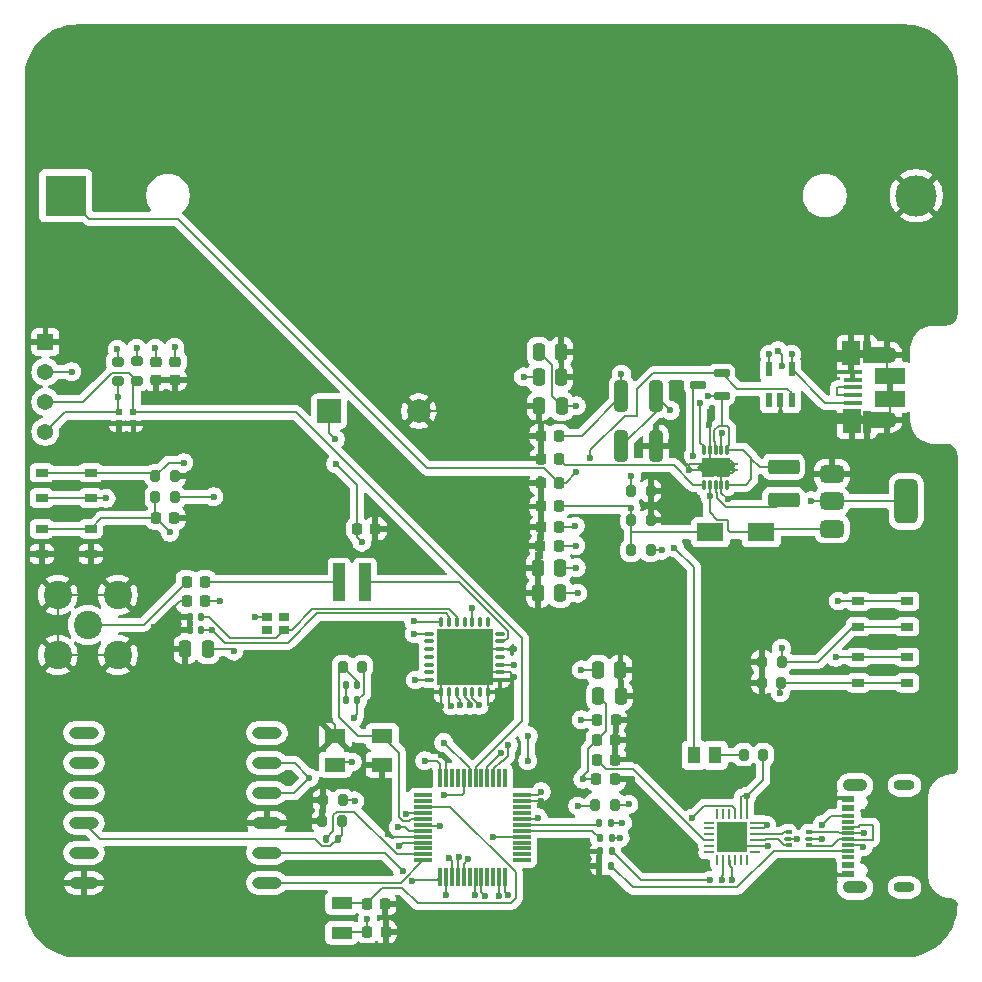
<source format=gbr>
%TF.GenerationSoftware,KiCad,Pcbnew,9.0.0*%
%TF.CreationDate,2025-06-19T18:13:13+09:00*%
%TF.ProjectId,FLP_PCB_terminal,464c505f-5043-4425-9f74-65726d696e61,rev?*%
%TF.SameCoordinates,Original*%
%TF.FileFunction,Copper,L1,Top*%
%TF.FilePolarity,Positive*%
%FSLAX46Y46*%
G04 Gerber Fmt 4.6, Leading zero omitted, Abs format (unit mm)*
G04 Created by KiCad (PCBNEW 9.0.0) date 2025-06-19 18:13:13*
%MOMM*%
%LPD*%
G01*
G04 APERTURE LIST*
G04 Aperture macros list*
%AMRoundRect*
0 Rectangle with rounded corners*
0 $1 Rounding radius*
0 $2 $3 $4 $5 $6 $7 $8 $9 X,Y pos of 4 corners*
0 Add a 4 corners polygon primitive as box body*
4,1,4,$2,$3,$4,$5,$6,$7,$8,$9,$2,$3,0*
0 Add four circle primitives for the rounded corners*
1,1,$1+$1,$2,$3*
1,1,$1+$1,$4,$5*
1,1,$1+$1,$6,$7*
1,1,$1+$1,$8,$9*
0 Add four rect primitives between the rounded corners*
20,1,$1+$1,$2,$3,$4,$5,0*
20,1,$1+$1,$4,$5,$6,$7,0*
20,1,$1+$1,$6,$7,$8,$9,0*
20,1,$1+$1,$8,$9,$2,$3,0*%
G04 Aperture macros list end*
%TA.AperFunction,SMDPad,CuDef*%
%ADD10RoundRect,0.140000X-0.140000X-0.170000X0.140000X-0.170000X0.140000X0.170000X-0.140000X0.170000X0*%
%TD*%
%TA.AperFunction,SMDPad,CuDef*%
%ADD11RoundRect,0.225000X0.225000X0.250000X-0.225000X0.250000X-0.225000X-0.250000X0.225000X-0.250000X0*%
%TD*%
%TA.AperFunction,SMDPad,CuDef*%
%ADD12RoundRect,0.225000X-0.225000X-0.250000X0.225000X-0.250000X0.225000X0.250000X-0.225000X0.250000X0*%
%TD*%
%TA.AperFunction,SMDPad,CuDef*%
%ADD13O,2.500000X1.000000*%
%TD*%
%TA.AperFunction,SMDPad,CuDef*%
%ADD14RoundRect,0.250000X-1.075000X0.375000X-1.075000X-0.375000X1.075000X-0.375000X1.075000X0.375000X0*%
%TD*%
%TA.AperFunction,SMDPad,CuDef*%
%ADD15RoundRect,0.250000X0.250000X0.475000X-0.250000X0.475000X-0.250000X-0.475000X0.250000X-0.475000X0*%
%TD*%
%TA.AperFunction,SMDPad,CuDef*%
%ADD16RoundRect,0.135000X-0.135000X-0.185000X0.135000X-0.185000X0.135000X0.185000X-0.135000X0.185000X0*%
%TD*%
%TA.AperFunction,SMDPad,CuDef*%
%ADD17R,1.050000X0.650000*%
%TD*%
%TA.AperFunction,SMDPad,CuDef*%
%ADD18RoundRect,0.200000X-0.200000X-0.275000X0.200000X-0.275000X0.200000X0.275000X-0.200000X0.275000X0*%
%TD*%
%TA.AperFunction,SMDPad,CuDef*%
%ADD19R,0.600000X0.490000*%
%TD*%
%TA.AperFunction,SMDPad,CuDef*%
%ADD20RoundRect,0.250000X-0.312500X-1.075000X0.312500X-1.075000X0.312500X1.075000X-0.312500X1.075000X0*%
%TD*%
%TA.AperFunction,SMDPad,CuDef*%
%ADD21R,2.300000X1.550000*%
%TD*%
%TA.AperFunction,SMDPad,CuDef*%
%ADD22R,1.800000X1.000000*%
%TD*%
%TA.AperFunction,SMDPad,CuDef*%
%ADD23R,0.558800X1.270000*%
%TD*%
%TA.AperFunction,SMDPad,CuDef*%
%ADD24RoundRect,0.093750X0.156250X0.093750X-0.156250X0.093750X-0.156250X-0.093750X0.156250X-0.093750X0*%
%TD*%
%TA.AperFunction,SMDPad,CuDef*%
%ADD25RoundRect,0.075000X0.250000X0.075000X-0.250000X0.075000X-0.250000X-0.075000X0.250000X-0.075000X0*%
%TD*%
%TA.AperFunction,SMDPad,CuDef*%
%ADD26RoundRect,0.250000X-0.250000X-0.475000X0.250000X-0.475000X0.250000X0.475000X-0.250000X0.475000X0*%
%TD*%
%TA.AperFunction,SMDPad,CuDef*%
%ADD27RoundRect,0.075000X-0.075000X0.312500X-0.075000X-0.312500X0.075000X-0.312500X0.075000X0.312500X0*%
%TD*%
%TA.AperFunction,SMDPad,CuDef*%
%ADD28RoundRect,0.075000X-0.312500X0.075000X-0.312500X-0.075000X0.312500X-0.075000X0.312500X0.075000X0*%
%TD*%
%TA.AperFunction,HeatsinkPad*%
%ADD29R,4.800000X4.800000*%
%TD*%
%TA.AperFunction,SMDPad,CuDef*%
%ADD30RoundRect,0.225000X-0.250000X0.225000X-0.250000X-0.225000X0.250000X-0.225000X0.250000X0.225000X0*%
%TD*%
%TA.AperFunction,SMDPad,CuDef*%
%ADD31RoundRect,0.200000X0.200000X0.275000X-0.200000X0.275000X-0.200000X-0.275000X0.200000X-0.275000X0*%
%TD*%
%TA.AperFunction,SMDPad,CuDef*%
%ADD32R,1.800000X1.200000*%
%TD*%
%TA.AperFunction,SMDPad,CuDef*%
%ADD33R,1.140000X1.470000*%
%TD*%
%TA.AperFunction,SMDPad,CuDef*%
%ADD34RoundRect,0.070000X-0.710000X-0.070000X0.710000X-0.070000X0.710000X0.070000X-0.710000X0.070000X0*%
%TD*%
%TA.AperFunction,SMDPad,CuDef*%
%ADD35RoundRect,0.070000X-0.070000X-0.710000X0.070000X-0.710000X0.070000X0.710000X-0.070000X0.710000X0*%
%TD*%
%TA.AperFunction,SMDPad,CuDef*%
%ADD36R,0.900000X0.800000*%
%TD*%
%TA.AperFunction,SMDPad,CuDef*%
%ADD37RoundRect,0.375000X-0.625000X-0.375000X0.625000X-0.375000X0.625000X0.375000X-0.625000X0.375000X0*%
%TD*%
%TA.AperFunction,SMDPad,CuDef*%
%ADD38RoundRect,0.500000X-0.500000X-1.400000X0.500000X-1.400000X0.500000X1.400000X-0.500000X1.400000X0*%
%TD*%
%TA.AperFunction,SMDPad,CuDef*%
%ADD39R,1.650000X0.400000*%
%TD*%
%TA.AperFunction,SMDPad,CuDef*%
%ADD40R,0.700000X1.825000*%
%TD*%
%TA.AperFunction,SMDPad,CuDef*%
%ADD41R,1.500000X2.000000*%
%TD*%
%TA.AperFunction,SMDPad,CuDef*%
%ADD42R,2.000000X1.350000*%
%TD*%
%TA.AperFunction,HeatsinkPad*%
%ADD43O,1.700000X1.350000*%
%TD*%
%TA.AperFunction,HeatsinkPad*%
%ADD44O,1.500000X1.100000*%
%TD*%
%TA.AperFunction,SMDPad,CuDef*%
%ADD45R,2.500000X1.430000*%
%TD*%
%TA.AperFunction,SMDPad,CuDef*%
%ADD46R,1.000000X3.200000*%
%TD*%
%TA.AperFunction,ComponentPad*%
%ADD47R,3.500000X3.500000*%
%TD*%
%TA.AperFunction,ComponentPad*%
%ADD48C,3.500000*%
%TD*%
%TA.AperFunction,SMDPad,CuDef*%
%ADD49R,0.280000X0.280000*%
%TD*%
%TA.AperFunction,SMDPad,CuDef*%
%ADD50O,0.280000X0.850000*%
%TD*%
%TA.AperFunction,ComponentPad*%
%ADD51C,0.600000*%
%TD*%
%TA.AperFunction,SMDPad,CuDef*%
%ADD52R,1.050000X0.680000*%
%TD*%
%TA.AperFunction,SMDPad,CuDef*%
%ADD53R,0.500000X0.260000*%
%TD*%
%TA.AperFunction,SMDPad,CuDef*%
%ADD54R,0.700000X0.280000*%
%TD*%
%TA.AperFunction,SMDPad,CuDef*%
%ADD55R,2.400000X1.650000*%
%TD*%
%TA.AperFunction,SMDPad,CuDef*%
%ADD56RoundRect,0.062500X0.350000X0.062500X-0.350000X0.062500X-0.350000X-0.062500X0.350000X-0.062500X0*%
%TD*%
%TA.AperFunction,SMDPad,CuDef*%
%ADD57RoundRect,0.062500X0.062500X0.350000X-0.062500X0.350000X-0.062500X-0.350000X0.062500X-0.350000X0*%
%TD*%
%TA.AperFunction,HeatsinkPad*%
%ADD58R,2.600000X2.600000*%
%TD*%
%TA.AperFunction,SMDPad,CuDef*%
%ADD59R,0.980000X0.600000*%
%TD*%
%TA.AperFunction,SMDPad,CuDef*%
%ADD60R,1.000000X0.600000*%
%TD*%
%TA.AperFunction,SMDPad,CuDef*%
%ADD61R,1.140000X0.300000*%
%TD*%
%TA.AperFunction,ComponentPad*%
%ADD62O,2.100000X1.050000*%
%TD*%
%TA.AperFunction,ComponentPad*%
%ADD63O,1.800000X0.900000*%
%TD*%
%TA.AperFunction,ComponentPad*%
%ADD64R,2.000000X2.000000*%
%TD*%
%TA.AperFunction,ComponentPad*%
%ADD65C,2.000000*%
%TD*%
%TA.AperFunction,SMDPad,CuDef*%
%ADD66RoundRect,0.200000X0.275000X-0.200000X0.275000X0.200000X-0.275000X0.200000X-0.275000X-0.200000X0*%
%TD*%
%TA.AperFunction,ComponentPad*%
%ADD67C,2.400000*%
%TD*%
%TA.AperFunction,ComponentPad*%
%ADD68R,1.370000X1.370000*%
%TD*%
%TA.AperFunction,ComponentPad*%
%ADD69C,1.370000*%
%TD*%
%TA.AperFunction,SMDPad,CuDef*%
%ADD70RoundRect,0.075000X0.575000X0.225000X-0.575000X0.225000X-0.575000X-0.225000X0.575000X-0.225000X0*%
%TD*%
%TA.AperFunction,ViaPad*%
%ADD71C,0.600000*%
%TD*%
%TA.AperFunction,Conductor*%
%ADD72C,0.200000*%
%TD*%
G04 APERTURE END LIST*
D10*
%TO.P,C6,1*%
%TO.N,Net-(C6-Pad1)*%
X72710000Y-141430000D03*
%TO.P,C6,2*%
%TO.N,OSC_IN*%
X73670000Y-141430000D03*
%TD*%
D11*
%TO.P,C19,1*%
%TO.N,Net-(U6-VAUX)*%
X90745000Y-122320000D03*
%TO.P,C19,2*%
%TO.N,GND*%
X89195000Y-122320000D03*
%TD*%
D12*
%TO.P,C31,1*%
%TO.N,PC_OSC_IN*%
X74480000Y-159970000D03*
%TO.P,C31,2*%
%TO.N,GND*%
X76030000Y-159970000D03*
%TD*%
D13*
%TO.P,U3,1,RXD1*%
%TO.N,GPS_Rx*%
X66020000Y-158190000D03*
%TO.P,U3,2,TXD1*%
%TO.N,GPS_TX*%
X66020000Y-155650000D03*
%TO.P,U3,3,GND*%
%TO.N,GND*%
X66020000Y-153110000D03*
%TO.P,U3,4,VCC*%
%TO.N,3.3V OUT*%
X66020000Y-150570000D03*
%TO.P,U3,5,V_BCKP*%
X66020000Y-148030000D03*
%TO.P,U3,6,1PPS*%
%TO.N,unconnected-(U3-1PPS-Pad6)*%
X66020000Y-145490000D03*
%TO.P,U3,7,FORCE_ON*%
%TO.N,unconnected-(U3-FORCE_ON-Pad7)*%
X50520000Y-145490000D03*
%TO.P,U3,8,AADET_N*%
%TO.N,unconnected-(U3-AADET_N-Pad8)*%
X50520000Y-148030000D03*
%TO.P,U3,9*%
%TO.N,N/C*%
X50520000Y-150570000D03*
%TO.P,U3,10,~{RESET}*%
%TO.N,Net-(U3-~{RESET})*%
X50520000Y-153110000D03*
%TO.P,U3,11,EX_ANT*%
%TO.N,unconnected-(U3-EX_ANT-Pad11)*%
X50520000Y-155650000D03*
%TO.P,U3,12,GND*%
%TO.N,GND*%
X50520000Y-158190000D03*
%TD*%
D14*
%TO.P,L1,1,1*%
%TO.N,Net-(Q1-D)*%
X109770000Y-122970000D03*
%TO.P,L1,2,2*%
%TO.N,Net-(U6-L)*%
X109770000Y-125770000D03*
%TD*%
D12*
%TO.P,C28,1*%
%TO.N,GND*%
X59215000Y-134310000D03*
%TO.P,C28,2*%
%TO.N,3.3V OUT*%
X60765000Y-134310000D03*
%TD*%
D15*
%TO.P,C20,1*%
%TO.N,5v OUT*%
X90970000Y-117820000D03*
%TO.P,C20,2*%
%TO.N,GND*%
X89070000Y-117820000D03*
%TD*%
D11*
%TO.P,C11,1*%
%TO.N,Net-(BT1-+)*%
X90745000Y-124340000D03*
%TO.P,C11,2*%
%TO.N,GND*%
X89195000Y-124340000D03*
%TD*%
D16*
%TO.P,R16,1*%
%TO.N,GND*%
X94180000Y-155530000D03*
%TO.P,R16,2*%
%TO.N,Net-(UART1-CC2)*%
X95200000Y-155530000D03*
%TD*%
D17*
%TO.P,ID1,1*%
%TO.N,3.3V OUT*%
X116075000Y-139095000D03*
%TO.P,ID1,2*%
X120225000Y-139095000D03*
%TO.P,ID1,3*%
%TO.N,ID*%
X116075000Y-141245000D03*
%TO.P,ID1,4*%
X120225000Y-141245000D03*
%TD*%
D18*
%TO.P,R19,1*%
%TO.N,GND*%
X107920000Y-141230000D03*
%TO.P,R19,2*%
%TO.N,ID*%
X109570000Y-141230000D03*
%TD*%
D19*
%TO.P,C22,1*%
%TO.N,I2C SCL*%
X54720000Y-118356000D03*
%TO.P,C22,2*%
%TO.N,GND*%
X54720000Y-119270000D03*
%TD*%
D16*
%TO.P,R9,1*%
%TO.N,RX*%
X94170000Y-153100000D03*
%TO.P,R9,2*%
%TO.N,Net-(U5-TXD)*%
X95190000Y-153100000D03*
%TD*%
D20*
%TO.P,R13,1*%
%TO.N,Net-(U6-UVLO)*%
X96037500Y-121210000D03*
%TO.P,R13,2*%
%TO.N,GND*%
X98962500Y-121210000D03*
%TD*%
D21*
%TO.P,D1,A*%
%TO.N,5v OUT*%
X107870000Y-128510000D03*
%TO.P,D1,C*%
%TO.N,Net-(Charger1-VBUS)*%
X103570000Y-128510000D03*
%TD*%
D22*
%TO.P,Y3,1,1*%
%TO.N,PC_OSC_IN*%
X72350000Y-159910000D03*
%TO.P,Y3,2,2*%
%TO.N,PC_OSC_OUT*%
X72350000Y-162410000D03*
%TD*%
D12*
%TO.P,C8,1*%
%TO.N,GND*%
X89160000Y-129660000D03*
%TO.P,C8,2*%
%TO.N,3.3V OUT*%
X90710000Y-129660000D03*
%TD*%
%TO.P,C9,1*%
%TO.N,Buzzer*%
X73655000Y-128210000D03*
%TO.P,C9,2*%
%TO.N,GND*%
X75205000Y-128210000D03*
%TD*%
D10*
%TO.P,C26,1*%
%TO.N,GND*%
X59510000Y-136780000D03*
%TO.P,C26,2*%
%TO.N,Net-(U8-XTB)*%
X60470000Y-136780000D03*
%TD*%
D23*
%TO.P,U4,1,STAT*%
%TO.N,unconnected-(U4-STAT-Pad1)*%
X108560200Y-117295400D03*
%TO.P,U4,2,V_{SS}*%
%TO.N,GND*%
X109500000Y-117295400D03*
%TO.P,U4,3,V_{BAT}*%
%TO.N,Net-(BT1-+)*%
X110439800Y-117295400D03*
%TO.P,U4,4,V_{DD}*%
%TO.N,Net-(Charger1-VBUS)*%
X110439800Y-114704600D03*
%TO.P,U4,5,PROG*%
%TO.N,Net-(U4-PROG)*%
X108560200Y-114704600D03*
%TD*%
D12*
%TO.P,C18,1*%
%TO.N,Net-(U5-VPP)*%
X93950000Y-147760000D03*
%TO.P,C18,2*%
%TO.N,GND*%
X95500000Y-147760000D03*
%TD*%
D24*
%TO.P,U7,1,I/O1*%
%TO.N,Net-(U7-I{slash}O1-Pad1)*%
X111880000Y-154985000D03*
D25*
%TO.P,U7,2,GND*%
%TO.N,GND*%
X111955000Y-154447500D03*
D24*
%TO.P,U7,3,I/O2*%
%TO.N,Net-(U7-I{slash}O2-Pad3)*%
X111880000Y-153910000D03*
%TO.P,U7,4,I/O2*%
%TO.N,Net-(U5-D-)*%
X110180000Y-153910000D03*
D25*
%TO.P,U7,5,VBUS*%
%TO.N,Net-(U5-REGIN)*%
X110105000Y-154447500D03*
D24*
%TO.P,U7,6,I/O1*%
%TO.N,Net-(U5-D+)*%
X110180000Y-154985000D03*
%TD*%
D26*
%TO.P,C29,1*%
%TO.N,GND*%
X59120000Y-138420000D03*
%TO.P,C29,2*%
%TO.N,3.3V OUT*%
X61020000Y-138420000D03*
%TD*%
D16*
%TO.P,R8,1*%
%TO.N,TX*%
X94180000Y-154380000D03*
%TO.P,R8,2*%
%TO.N,Net-(U5-RXD)*%
X95200000Y-154380000D03*
%TD*%
D11*
%TO.P,C17,1*%
%TO.N,GND*%
X95470000Y-149420000D03*
%TO.P,C17,2*%
%TO.N,Net-(U5-REGIN)*%
X93920000Y-149420000D03*
%TD*%
D27*
%TO.P,U8,1,RFI_LF*%
%TO.N,unconnected-(U8-RFI_LF-Pad1)*%
X84700000Y-136062500D03*
%TO.P,U8,2,VR_ANA*%
%TO.N,unconnected-(U8-VR_ANA-Pad2)*%
X84050000Y-136062500D03*
%TO.P,U8,3,VBAT_ANA*%
%TO.N,3.3V OUT*%
X83400000Y-136062500D03*
%TO.P,U8,4,VR_DIG*%
%TO.N,unconnected-(U8-VR_DIG-Pad4)*%
X82750000Y-136062500D03*
%TO.P,U8,5,XTA*%
%TO.N,Net-(U8-XTA)*%
X82100000Y-136062500D03*
%TO.P,U8,6,XTB*%
%TO.N,Net-(U8-XTB)*%
X81450000Y-136062500D03*
%TO.P,U8,7,~{RESET}*%
%TO.N,RESET*%
X80800000Y-136062500D03*
D28*
%TO.P,U8,8,DIO0*%
%TO.N,DIO0(IRQ)*%
X79762500Y-137100000D03*
%TO.P,U8,9,DIO1*%
%TO.N,unconnected-(U8-DIO1-Pad9)*%
X79762500Y-137750000D03*
%TO.P,U8,10,DIO2*%
%TO.N,unconnected-(U8-DIO2-Pad10)*%
X79762500Y-138400000D03*
%TO.P,U8,11,DIO3*%
%TO.N,unconnected-(U8-DIO3-Pad11)*%
X79762500Y-139050000D03*
%TO.P,U8,12,DIO4*%
%TO.N,unconnected-(U8-DIO4-Pad12)*%
X79762500Y-139700000D03*
%TO.P,U8,13,DIO5*%
%TO.N,unconnected-(U8-DIO5-Pad13)*%
X79762500Y-140350000D03*
%TO.P,U8,14,VBAT_DIG*%
%TO.N,3.3V OUT*%
X79762500Y-141000000D03*
D27*
%TO.P,U8,15,GND*%
%TO.N,GND*%
X80800000Y-142037500D03*
%TO.P,U8,16,SCK*%
%TO.N,SCK*%
X81450000Y-142037500D03*
%TO.P,U8,17,MISO*%
%TO.N,MISO*%
X82100000Y-142037500D03*
%TO.P,U8,18,MOSI*%
%TO.N,MOSI*%
X82750000Y-142037500D03*
%TO.P,U8,19,NSS*%
%TO.N,NSS(CS)*%
X83400000Y-142037500D03*
%TO.P,U8,20,RXTX/RF_MOD*%
%TO.N,unconnected-(U8-RXTX{slash}RF_MOD-Pad20)*%
X84050000Y-142037500D03*
%TO.P,U8,21,GND*%
%TO.N,GND*%
X84700000Y-142037500D03*
D28*
%TO.P,U8,22,GND*%
X85737500Y-141000000D03*
%TO.P,U8,23,GND*%
X85737500Y-140350000D03*
%TO.P,U8,24,VBAT_RF*%
%TO.N,3.3V OUT*%
X85737500Y-139700000D03*
%TO.P,U8,25,VR_PA*%
%TO.N,unconnected-(U8-VR_PA-Pad25)*%
X85737500Y-139050000D03*
%TO.P,U8,26,GND*%
%TO.N,GND*%
X85737500Y-138400000D03*
%TO.P,U8,27,PA_BOOST*%
%TO.N,Net-(U8-PA_BOOST)*%
X85737500Y-137750000D03*
%TO.P,U8,28,RFO_LF*%
%TO.N,unconnected-(U8-RFO_LF-Pad28)*%
X85737500Y-137100000D03*
D29*
%TO.P,U8,29,GND*%
%TO.N,GND*%
X82750000Y-139050000D03*
%TD*%
D30*
%TO.P,C24,1*%
%TO.N,3.3V OUT*%
X56610000Y-114065000D03*
%TO.P,C24,2*%
%TO.N,GND*%
X56610000Y-115615000D03*
%TD*%
D26*
%TO.P,C1,1*%
%TO.N,5v OUT*%
X89030000Y-113220000D03*
%TO.P,C1,2*%
%TO.N,GND*%
X90930000Y-113220000D03*
%TD*%
D18*
%TO.P,R10,1*%
%TO.N,Net-(Charger1-VBUS)*%
X96850000Y-130010000D03*
%TO.P,R10,2*%
%TO.N,Net-(Q1-G)*%
X98500000Y-130010000D03*
%TD*%
D31*
%TO.P,F1,1*%
%TO.N,Net-(U5-REGIN)*%
X108040000Y-147350000D03*
%TO.P,F1,2*%
%TO.N,Net-(F1-Pad2)*%
X106390000Y-147350000D03*
%TD*%
D17*
%TO.P,S1,1*%
%TO.N,BOOT0*%
X46946500Y-123455000D03*
%TO.P,S1,2*%
X51096500Y-123455000D03*
%TO.P,S1,3*%
%TO.N,3.3V OUT*%
X46946500Y-125605000D03*
%TO.P,S1,4*%
X51096500Y-125605000D03*
%TD*%
D32*
%TO.P,Y1,1*%
%TO.N,OSC_OUT*%
X71790000Y-148170000D03*
%TO.P,Y1,2,GND*%
%TO.N,GND*%
X75790000Y-148170000D03*
%TO.P,Y1,3*%
%TO.N,OSC_IN*%
X75790000Y-145770000D03*
%TO.P,Y1,4,GND*%
%TO.N,GND*%
X71790000Y-145770000D03*
%TD*%
D33*
%TO.P,FL1,1*%
%TO.N,Net-(F1-Pad2)*%
X103973000Y-147383000D03*
%TO.P,FL1,2*%
%TO.N,5v OUT*%
X102193000Y-147383000D03*
%TD*%
D18*
%TO.P,R7,1*%
%TO.N,Net-(Charger1-VBUS)*%
X96850000Y-127500000D03*
%TO.P,R7,2*%
%TO.N,GND*%
X98500000Y-127500000D03*
%TD*%
%TO.P,R11,1*%
%TO.N,OSC_IN*%
X72455000Y-139870000D03*
%TO.P,R11,2*%
%TO.N,OSC_OUT*%
X74105000Y-139870000D03*
%TD*%
D12*
%TO.P,C12,1*%
%TO.N,3.3V OUT*%
X94000000Y-144380000D03*
%TO.P,C12,2*%
%TO.N,GND*%
X95550000Y-144380000D03*
%TD*%
D18*
%TO.P,R4,1*%
%TO.N,GND*%
X70695000Y-152950000D03*
%TO.P,R4,2*%
%TO.N,Net-(U3-~{RESET})*%
X72345000Y-152950000D03*
%TD*%
D16*
%TO.P,R17,1*%
%TO.N,GND*%
X94160000Y-156740000D03*
%TO.P,R17,2*%
%TO.N,Net-(UART1-CC1)*%
X95180000Y-156740000D03*
%TD*%
D17*
%TO.P,Find_Host1,1*%
%TO.N,3.3V OUT*%
X116075000Y-134345000D03*
%TO.P,Find_Host1,2*%
X120225000Y-134345000D03*
%TO.P,Find_Host1,3*%
%TO.N,Find_Host*%
X116075000Y-136495000D03*
%TO.P,Find_Host1,4*%
X120225000Y-136495000D03*
%TD*%
D20*
%TO.P,R12,1*%
%TO.N,Net-(Q1-D)*%
X96037500Y-117000000D03*
%TO.P,R12,2*%
%TO.N,Net-(U6-UVLO)*%
X98962500Y-117000000D03*
%TD*%
D34*
%TO.P,U2,1,VBAT*%
%TO.N,unconnected-(U2-VBAT-Pad1)*%
X79250000Y-150770000D03*
%TO.P,U2,2,PC13-TAMPER-RTC*%
%TO.N,unconnected-(U2-PC13-TAMPER-RTC-Pad2)*%
X79250000Y-151270000D03*
%TO.P,U2,3,PC14-OSC32_IN*%
%TO.N,PC_OSC_IN*%
X79250000Y-151770000D03*
%TO.P,U2,4,PC15-OSC32_OUT*%
%TO.N,PC_OSC_OUT*%
X79250000Y-152270000D03*
%TO.P,U2,5,PD0_OSC_IN*%
%TO.N,OSC_IN*%
X79250000Y-152770000D03*
%TO.P,U2,6,PD1_OSC_OUT*%
%TO.N,OSC_OUT*%
X79250000Y-153270000D03*
%TO.P,U2,7,NRST*%
%TO.N,NRST*%
X79250000Y-153770000D03*
%TO.P,U2,8,VSSA*%
%TO.N,GND*%
X79250000Y-154270000D03*
%TO.P,U2,9,VDDA*%
%TO.N,3.3V OUT*%
X79250000Y-154770000D03*
%TO.P,U2,10,PA0_WKUP*%
%TO.N,unconnected-(U2-PA0_WKUP-Pad10)*%
X79250000Y-155270000D03*
%TO.P,U2,11,PA1*%
%TO.N,GPS_Reset*%
X79250000Y-155770000D03*
%TO.P,U2,12,PA2*%
%TO.N,GPS_Rx*%
X79250000Y-156270000D03*
D35*
%TO.P,U2,13,PA3*%
%TO.N,GPS_TX*%
X80680000Y-157700000D03*
%TO.P,U2,14,PA4*%
%TO.N,NSS(CS)*%
X81180000Y-157700000D03*
%TO.P,U2,15,PA5*%
%TO.N,SCK*%
X81680000Y-157700000D03*
%TO.P,U2,16,PA6*%
%TO.N,MISO*%
X82180000Y-157700000D03*
%TO.P,U2,17,PA7*%
%TO.N,MOSI*%
X82680000Y-157700000D03*
%TO.P,U2,18,PB0*%
%TO.N,unconnected-(U2-PB0-Pad18)*%
X83180000Y-157700000D03*
%TO.P,U2,19,PB1*%
%TO.N,DIO0(IRQ)*%
X83680000Y-157700000D03*
%TO.P,U2,20,PB2*%
%TO.N,Net-(U2-PB2)*%
X84180000Y-157700000D03*
%TO.P,U2,21,PB10*%
%TO.N,unconnected-(U2-PB10-Pad21)*%
X84680000Y-157700000D03*
%TO.P,U2,22,PB11*%
%TO.N,unconnected-(U2-PB11-Pad22)*%
X85180000Y-157700000D03*
%TO.P,U2,23,VSS*%
%TO.N,GND*%
X85680000Y-157700000D03*
%TO.P,U2,24,VDD*%
%TO.N,3.3V OUT*%
X86180000Y-157700000D03*
D34*
%TO.P,U2,25,PB12*%
%TO.N,unconnected-(U2-PB12-Pad25)*%
X87610000Y-156270000D03*
%TO.P,U2,26,PB13*%
%TO.N,unconnected-(U2-PB13-Pad26)*%
X87610000Y-155770000D03*
%TO.P,U2,27,PB14*%
%TO.N,unconnected-(U2-PB14-Pad27)*%
X87610000Y-155270000D03*
%TO.P,U2,28,PB15*%
%TO.N,unconnected-(U2-PB15-Pad28)*%
X87610000Y-154770000D03*
%TO.P,U2,29,PA8*%
%TO.N,RESET*%
X87610000Y-154270000D03*
%TO.P,U2,30,PA9*%
%TO.N,TX*%
X87610000Y-153770000D03*
%TO.P,U2,31,PA10*%
%TO.N,RX*%
X87610000Y-153270000D03*
%TO.P,U2,32,PA11*%
%TO.N,Buzzer*%
X87610000Y-152770000D03*
%TO.P,U2,33,PA12*%
%TO.N,unconnected-(U2-PA12-Pad33)*%
X87610000Y-152270000D03*
%TO.P,U2,34,PA13*%
%TO.N,unconnected-(U2-PA13-Pad34)*%
X87610000Y-151770000D03*
%TO.P,U2,35,VSS*%
%TO.N,GND*%
X87610000Y-151270000D03*
%TO.P,U2,36,VDD*%
%TO.N,3.3V OUT*%
X87610000Y-150770000D03*
D35*
%TO.P,U2,37,PA14*%
%TO.N,unconnected-(U2-PA14-Pad37)*%
X86180000Y-149340000D03*
%TO.P,U2,38,PA15*%
%TO.N,unconnected-(U2-PA15-Pad38)*%
X85680000Y-149340000D03*
%TO.P,U2,39,PB3*%
%TO.N,Find_Host*%
X85180000Y-149340000D03*
%TO.P,U2,40,PB4*%
%TO.N,ID*%
X84680000Y-149340000D03*
%TO.P,U2,41,PB5*%
%TO.N,unconnected-(U2-PB5-Pad41)*%
X84180000Y-149340000D03*
%TO.P,U2,42,PB6*%
%TO.N,I2C SCL*%
X83680000Y-149340000D03*
%TO.P,U2,43,PB7*%
%TO.N,I2C SDL*%
X83180000Y-149340000D03*
%TO.P,U2,44,BOOT0*%
%TO.N,BOOT0*%
X82680000Y-149340000D03*
%TO.P,U2,45,PB8*%
%TO.N,unconnected-(U2-PB8-Pad45)*%
X82180000Y-149340000D03*
%TO.P,U2,46,PB9*%
%TO.N,unconnected-(U2-PB9-Pad46)*%
X81680000Y-149340000D03*
%TO.P,U2,47,VSS*%
%TO.N,GND*%
X81180000Y-149340000D03*
%TO.P,U2,48,VDD*%
%TO.N,3.3V OUT*%
X80680000Y-149340000D03*
%TD*%
D36*
%TO.P,Y2,1,1*%
%TO.N,N/C*%
X66060000Y-136740000D03*
%TO.P,Y2,2,2*%
%TO.N,Net-(U8-XTA)*%
X67460000Y-136740000D03*
%TO.P,Y2,3*%
%TO.N,N/C*%
X67460000Y-135640000D03*
%TO.P,Y2,4*%
%TO.N,Net-(U8-XTB)*%
X66060000Y-135640000D03*
%TD*%
D18*
%TO.P,R6,1*%
%TO.N,Net-(U4-PROG)*%
X96850000Y-124990000D03*
%TO.P,R6,2*%
%TO.N,GND*%
X98500000Y-124990000D03*
%TD*%
D37*
%TO.P,U1,1,GND*%
%TO.N,GND*%
X113850000Y-123587500D03*
%TO.P,U1,2,VO*%
%TO.N,3.3V OUT*%
X113850000Y-125887500D03*
D38*
X120150000Y-125887500D03*
D37*
%TO.P,U1,3,VI*%
%TO.N,5v OUT*%
X113850000Y-128187500D03*
%TD*%
D39*
%TO.P,Charger1,1,VBUS*%
%TO.N,Net-(Charger1-VBUS)*%
X115620000Y-117530000D03*
%TO.P,Charger1,2,D-*%
%TO.N,Net-(Charger1-D+)*%
X115620000Y-116880000D03*
%TO.P,Charger1,3,D+*%
X115620000Y-116230000D03*
%TO.P,Charger1,4,ID*%
%TO.N,GND*%
X115620000Y-115580000D03*
%TO.P,Charger1,5,GND*%
X115620000Y-114930000D03*
D40*
%TO.P,Charger1,6,Shield*%
X116820000Y-119180000D03*
D41*
X115520000Y-119080000D03*
D42*
X117570000Y-118960000D03*
D43*
X118500000Y-118960000D03*
D44*
X115500000Y-118650000D03*
D45*
X118770000Y-117190000D03*
X118770000Y-115270000D03*
D44*
X115500000Y-113810000D03*
D43*
X118500000Y-113500000D03*
D42*
X117570000Y-113480000D03*
D41*
X115500000Y-113330000D03*
D40*
X116820000Y-113230000D03*
%TD*%
D46*
%TO.P,L2,1*%
%TO.N,Net-(C27-Pad2)*%
X72150000Y-132740000D03*
%TO.P,L2,2*%
%TO.N,Net-(U8-PA_BOOST)*%
X74350000Y-132740000D03*
%TD*%
D12*
%TO.P,C27,1*%
%TO.N,Net-(C27-Pad1)*%
X59235000Y-132680000D03*
%TO.P,C27,2*%
%TO.N,Net-(C27-Pad2)*%
X60785000Y-132680000D03*
%TD*%
D26*
%TO.P,C16,1*%
%TO.N,Net-(U5-REGIN)*%
X94075000Y-142350000D03*
%TO.P,C16,2*%
%TO.N,GND*%
X95975000Y-142350000D03*
%TD*%
D16*
%TO.P,R3,1*%
%TO.N,GPS_Reset*%
X70990000Y-154480000D03*
%TO.P,R3,2*%
%TO.N,Net-(U3-~{RESET})*%
X72010000Y-154480000D03*
%TD*%
D17*
%TO.P,S2,1*%
%TO.N,NRST*%
X46946500Y-128205000D03*
%TO.P,S2,2*%
X51096500Y-128205000D03*
%TO.P,S2,3*%
%TO.N,GND*%
X46946500Y-130355000D03*
%TO.P,S2,4*%
X51096500Y-130355000D03*
%TD*%
D12*
%TO.P,C14,1*%
%TO.N,Net-(U5-REGIN)*%
X93960000Y-146080000D03*
%TO.P,C14,2*%
%TO.N,GND*%
X95510000Y-146080000D03*
%TD*%
D47*
%TO.P,BT1,1,+*%
%TO.N,Net-(BT1-+)*%
X49000000Y-100000000D03*
D48*
%TO.P,BT1,2,-*%
%TO.N,GND*%
X121000000Y-100000000D03*
%TD*%
D49*
%TO.P,U6,1,VAUX*%
%TO.N,Net-(U6-VAUX)*%
X103000000Y-124760000D03*
D50*
X103000000Y-124475000D03*
D49*
%TO.P,U6,2,VOUT*%
%TO.N,5v OUT*%
X103500000Y-124760000D03*
D50*
X103500000Y-124475000D03*
D49*
%TO.P,U6,3,L*%
%TO.N,Net-(U6-L)*%
X104000000Y-124760000D03*
D50*
X104000000Y-124475000D03*
D49*
%TO.P,U6,4,PGND*%
%TO.N,GND*%
X104500000Y-124760000D03*
D50*
X104500000Y-124475000D03*
D49*
%TO.P,U6,5,VIN*%
%TO.N,Net-(Q1-D)*%
X105000000Y-124760000D03*
D50*
X105000000Y-124475000D03*
%TO.P,U6,6,EN*%
X105000000Y-121525000D03*
D49*
X105000000Y-121240000D03*
D50*
%TO.P,U6,7,UVLO*%
%TO.N,Net-(U6-UVLO)*%
X104500000Y-121525000D03*
D49*
X104500000Y-121240000D03*
D50*
%TO.P,U6,8,PS*%
%TO.N,Net-(Q1-D)*%
X104000000Y-121525000D03*
D49*
X104000000Y-121240000D03*
D50*
%TO.P,U6,9,GND*%
%TO.N,GND*%
X103500000Y-121525000D03*
D49*
X103500000Y-121240000D03*
D50*
%TO.P,U6,10,FB*%
%TO.N,5v OUT*%
X103000000Y-121525000D03*
D49*
X103000000Y-121240000D03*
D51*
%TO.P,U6,11,PAD*%
%TO.N,GND*%
X103250000Y-123500000D03*
X104750000Y-123500000D03*
D52*
X103365000Y-123450000D03*
X104635000Y-123450000D03*
D53*
X102370000Y-123250000D03*
D54*
X102450000Y-123250000D03*
X105550000Y-123250000D03*
D53*
X105630000Y-123250000D03*
D51*
X104000000Y-123000000D03*
D55*
X104000000Y-123000000D03*
D53*
X102370000Y-122750000D03*
D54*
X102450000Y-122750000D03*
X105550000Y-122750000D03*
D53*
X105630000Y-122750000D03*
D52*
X103365000Y-122550000D03*
X104635000Y-122550000D03*
D51*
X103250000Y-122500000D03*
X104750000Y-122500000D03*
%TD*%
D56*
%TO.P,U5,1,~{RI}*%
%TO.N,unconnected-(U5-~{RI}-Pad1)*%
X107335000Y-155580000D03*
%TO.P,U5,2,GND*%
%TO.N,GND*%
X107335000Y-155080000D03*
%TO.P,U5,3,D+*%
%TO.N,Net-(U5-D+)*%
X107335000Y-154580000D03*
%TO.P,U5,4,D-*%
%TO.N,Net-(U5-D-)*%
X107335000Y-154080000D03*
%TO.P,U5,5,VIO*%
%TO.N,3.3V OUT*%
X107335000Y-153580000D03*
%TO.P,U5,6,VDD*%
X107335000Y-153080000D03*
D57*
%TO.P,U5,7,REGIN*%
%TO.N,Net-(U5-REGIN)*%
X106647500Y-152392500D03*
%TO.P,U5,8,VBUS*%
X106147500Y-152392500D03*
%TO.P,U5,9,~{RST}*%
%TO.N,Net-(U5-~{RST})*%
X105647500Y-152392500D03*
%TO.P,U5,10,NC*%
%TO.N,unconnected-(U5-NC-Pad10)*%
X105147500Y-152392500D03*
%TO.P,U5,11,GPIO.3*%
%TO.N,unconnected-(U5-GPIO.3-Pad11)*%
X104647500Y-152392500D03*
%TO.P,U5,12,RS485/GPIO.2*%
%TO.N,unconnected-(U5-RS485{slash}GPIO.2-Pad12)*%
X104147500Y-152392500D03*
D56*
%TO.P,U5,13,RXT/GPIO.1*%
%TO.N,unconnected-(U5-RXT{slash}GPIO.1-Pad13)*%
X103460000Y-153080000D03*
%TO.P,U5,14,TXT/GPIO.0*%
%TO.N,unconnected-(U5-TXT{slash}GPIO.0-Pad14)*%
X103460000Y-153580000D03*
%TO.P,U5,15,~{SUSPEND}*%
%TO.N,unconnected-(U5-~{SUSPEND}-Pad15)*%
X103460000Y-154080000D03*
%TO.P,U5,16,VPP*%
%TO.N,Net-(U5-VPP)*%
X103460000Y-154580000D03*
%TO.P,U5,17,SUSPEND*%
%TO.N,unconnected-(U5-SUSPEND-Pad17)*%
X103460000Y-155080000D03*
%TO.P,U5,18,~{CTS}*%
%TO.N,unconnected-(U5-~{CTS}-Pad18)*%
X103460000Y-155580000D03*
D57*
%TO.P,U5,19,~{RTS}*%
%TO.N,unconnected-(U5-~{RTS}-Pad19)*%
X104147500Y-156267500D03*
%TO.P,U5,20,RXD*%
%TO.N,Net-(U5-RXD)*%
X104647500Y-156267500D03*
%TO.P,U5,21,TXD*%
%TO.N,Net-(U5-TXD)*%
X105147500Y-156267500D03*
%TO.P,U5,22,~{DSR}*%
%TO.N,unconnected-(U5-~{DSR}-Pad22)*%
X105647500Y-156267500D03*
%TO.P,U5,23,~{DTR}*%
%TO.N,unconnected-(U5-~{DTR}-Pad23)*%
X106147500Y-156267500D03*
%TO.P,U5,24,~{DCD}*%
%TO.N,unconnected-(U5-~{DCD}-Pad24)*%
X106647500Y-156267500D03*
D58*
%TO.P,U5,25,GND*%
%TO.N,GND*%
X105397500Y-154330000D03*
%TD*%
D59*
%TO.P,UART1,A1_B12*%
%TO.N,GND*%
X115250000Y-157450000D03*
D60*
%TO.P,UART1,A4_B9*%
%TO.N,N/C*%
X115250000Y-156650000D03*
D61*
%TO.P,UART1,A5,CC1*%
%TO.N,Net-(UART1-CC1)*%
X115250000Y-155500000D03*
%TO.P,UART1,A6,D+*%
%TO.N,Net-(U7-I{slash}O1-Pad1)*%
X115250000Y-154500000D03*
%TO.P,UART1,A7,D-*%
%TO.N,Net-(U7-I{slash}O2-Pad3)*%
X115250000Y-154000000D03*
%TO.P,UART1,A8,SBU1*%
%TO.N,unconnected-(UART1-SBU1-PadA8)*%
X115250000Y-153000000D03*
D59*
%TO.P,UART1,B1_A12*%
%TO.N,GND*%
X115250000Y-151050000D03*
D60*
%TO.P,UART1,B4_A9*%
%TO.N,N/C*%
X115250000Y-151850000D03*
D61*
%TO.P,UART1,B5,CC2*%
%TO.N,Net-(UART1-CC2)*%
X115250000Y-152500000D03*
%TO.P,UART1,B6,D+*%
%TO.N,Net-(U7-I{slash}O1-Pad1)*%
X115250000Y-153500000D03*
%TO.P,UART1,B7,D-*%
%TO.N,Net-(U7-I{slash}O2-Pad3)*%
X115250000Y-155000000D03*
%TO.P,UART1,B8,SBU2*%
%TO.N,unconnected-(UART1-SBU2-PadB8)*%
X115250000Y-156000000D03*
D62*
%TO.P,UART1,SH1*%
%TO.N,N/C*%
X115820000Y-158570000D03*
%TO.P,UART1,SH2*%
X115820000Y-149930000D03*
D63*
%TO.P,UART1,SH3*%
X120000000Y-158570000D03*
%TO.P,UART1,SH4*%
X120000000Y-149930000D03*
%TD*%
D15*
%TO.P,C13,1*%
%TO.N,GND*%
X95955000Y-140140000D03*
%TO.P,C13,2*%
%TO.N,3.3V OUT*%
X94055000Y-140140000D03*
%TD*%
D64*
%TO.P,BZ1,1,+*%
%TO.N,Buzzer*%
X71280000Y-118250000D03*
D65*
%TO.P,BZ1,2,-*%
%TO.N,GND*%
X78880000Y-118250000D03*
%TD*%
D10*
%TO.P,C7,1*%
%TO.N,Net-(C6-Pad1)*%
X72710000Y-142740000D03*
%TO.P,C7,2*%
%TO.N,OSC_OUT*%
X73670000Y-142740000D03*
%TD*%
D11*
%TO.P,C3,1*%
%TO.N,Net-(Charger1-VBUS)*%
X90745000Y-126320000D03*
%TO.P,C3,2*%
%TO.N,GND*%
X89195000Y-126320000D03*
%TD*%
D10*
%TO.P,C25,1*%
%TO.N,GND*%
X59510000Y-135640000D03*
%TO.P,C25,2*%
%TO.N,Net-(U8-XTA)*%
X60470000Y-135640000D03*
%TD*%
D19*
%TO.P,C21,1*%
%TO.N,I2C SDL*%
X53470000Y-118356000D03*
%TO.P,C21,2*%
%TO.N,GND*%
X53470000Y-119270000D03*
%TD*%
D66*
%TO.P,R15,1*%
%TO.N,I2C SDL*%
X53380000Y-115710000D03*
%TO.P,R15,2*%
%TO.N,3.3V OUT*%
X53380000Y-114060000D03*
%TD*%
D67*
%TO.P,J1,1*%
%TO.N,Net-(C27-Pad1)*%
X50840000Y-136340000D03*
%TO.P,J1,2*%
%TO.N,GND*%
X53380000Y-138880000D03*
%TO.P,J1,3*%
X53380000Y-133800000D03*
%TO.P,J1,4*%
X48300000Y-133800000D03*
%TO.P,J1,5*%
X48300000Y-138880000D03*
%TD*%
D26*
%TO.P,C10,1*%
%TO.N,GND*%
X88970000Y-133650000D03*
%TO.P,C10,2*%
%TO.N,3.3V OUT*%
X90870000Y-133650000D03*
%TD*%
D11*
%TO.P,C32,1*%
%TO.N,GND*%
X58180000Y-127300000D03*
%TO.P,C32,2*%
%TO.N,NRST*%
X56630000Y-127300000D03*
%TD*%
D18*
%TO.P,R5,1*%
%TO.N,GND*%
X70785000Y-151200000D03*
%TO.P,R5,2*%
%TO.N,Net-(U2-PB2)*%
X72435000Y-151200000D03*
%TD*%
D31*
%TO.P,R1,1*%
%TO.N,GND*%
X58230000Y-123740000D03*
%TO.P,R1,2*%
%TO.N,BOOT0*%
X56580000Y-123740000D03*
%TD*%
D18*
%TO.P,R14,1*%
%TO.N,Net-(U5-~{RST})*%
X93835000Y-151560000D03*
%TO.P,R14,2*%
%TO.N,3.3V OUT*%
X95485000Y-151560000D03*
%TD*%
D68*
%TO.P,J2,01,01*%
%TO.N,GND*%
X47270000Y-112380000D03*
D69*
%TO.P,J2,02,02*%
%TO.N,3.3V OUT*%
X47270000Y-114920000D03*
%TO.P,J2,03,03*%
%TO.N,I2C SCL*%
X47270000Y-117460000D03*
%TO.P,J2,04,04*%
%TO.N,I2C SDL*%
X47270000Y-120000000D03*
%TD*%
D18*
%TO.P,R20,1*%
%TO.N,GND*%
X107940000Y-139460000D03*
%TO.P,R20,2*%
%TO.N,Find_Host*%
X109590000Y-139460000D03*
%TD*%
D12*
%TO.P,C30,1*%
%TO.N,PC_OSC_OUT*%
X74520000Y-162330000D03*
%TO.P,C30,2*%
%TO.N,GND*%
X76070000Y-162330000D03*
%TD*%
D31*
%TO.P,R2,1*%
%TO.N,3.3V OUT*%
X58220000Y-125540000D03*
%TO.P,R2,2*%
%TO.N,NRST*%
X56570000Y-125540000D03*
%TD*%
D70*
%TO.P,Q1,1,D*%
%TO.N,Net-(Q1-D)*%
X104525000Y-116950000D03*
%TO.P,Q1,2,S*%
%TO.N,Net-(BT1-+)*%
X104525000Y-115050000D03*
%TO.P,Q1,3,G*%
%TO.N,Net-(Q1-G)*%
X102475000Y-116000000D03*
%TD*%
D26*
%TO.P,C2,1*%
%TO.N,3.3V OUT*%
X89020000Y-115360000D03*
%TO.P,C2,2*%
%TO.N,GND*%
X90920000Y-115360000D03*
%TD*%
D30*
%TO.P,C23,1*%
%TO.N,3.3V OUT*%
X58260000Y-114052000D03*
%TO.P,C23,2*%
%TO.N,GND*%
X58260000Y-115602000D03*
%TD*%
D11*
%TO.P,C15,1*%
%TO.N,Net-(Q1-D)*%
X90745000Y-120320000D03*
%TO.P,C15,2*%
%TO.N,GND*%
X89195000Y-120320000D03*
%TD*%
D26*
%TO.P,C5,1*%
%TO.N,GND*%
X88950000Y-131490000D03*
%TO.P,C5,2*%
%TO.N,3.3V OUT*%
X90850000Y-131490000D03*
%TD*%
D66*
%TO.P,R18,1*%
%TO.N,I2C SCL*%
X55020000Y-115675000D03*
%TO.P,R18,2*%
%TO.N,3.3V OUT*%
X55020000Y-114025000D03*
%TD*%
D12*
%TO.P,C4,1*%
%TO.N,GND*%
X89215000Y-128040000D03*
%TO.P,C4,2*%
%TO.N,3.3V OUT*%
X90765000Y-128040000D03*
%TD*%
D71*
%TO.N,GND*%
X100350000Y-125470000D03*
X113880000Y-118590000D03*
X114010000Y-113750000D03*
X109490000Y-118700000D03*
X57620000Y-138460000D03*
X48110000Y-158180000D03*
X77450000Y-162411000D03*
X77520000Y-159900000D03*
%TO.N,3.3V OUT*%
X77195205Y-155106621D03*
X69610000Y-149280000D03*
X63230000Y-138560000D03*
X53360000Y-113010000D03*
X54990000Y-112930000D03*
X56570000Y-112920000D03*
%TO.N,GND*%
X58300000Y-116690000D03*
X56650000Y-116860000D03*
X49460000Y-112370000D03*
X59800000Y-123730000D03*
X59670000Y-127290000D03*
X52610000Y-130310000D03*
X56500000Y-136500000D03*
X58140000Y-135610000D03*
X58140000Y-136770000D03*
X80779023Y-147377080D03*
%TO.N,3.3V OUT*%
X92130000Y-127970000D03*
X92180000Y-129640000D03*
X92210000Y-131490000D03*
X92330000Y-133650000D03*
%TO.N,GND*%
X87490000Y-133680000D03*
%TO.N,Net-(BT1-+)*%
X93410000Y-122236000D03*
X92210000Y-123436000D03*
%TO.N,GND*%
X68780000Y-153130000D03*
X87940000Y-117790000D03*
X86970000Y-140740000D03*
X76540000Y-128240000D03*
X108480000Y-155100000D03*
X89260000Y-151290000D03*
X113880000Y-121570000D03*
X106580000Y-139580000D03*
X80800000Y-143170000D03*
X97390000Y-140160000D03*
X97120000Y-144370000D03*
X97320000Y-142340000D03*
X87820000Y-126330000D03*
X87890000Y-122250000D03*
X100220000Y-120840000D03*
X103484023Y-119426025D03*
X99530000Y-127500000D03*
X112980000Y-154470000D03*
X87570000Y-131440000D03*
X75770000Y-149720000D03*
X71380000Y-144410000D03*
X87660000Y-129600000D03*
X87860000Y-124340000D03*
X53480000Y-120930000D03*
X85670000Y-159280000D03*
X85840000Y-143150000D03*
X54710000Y-120950000D03*
X86940000Y-138390000D03*
X76230000Y-154030000D03*
X113740000Y-157430000D03*
X87755388Y-127997190D03*
X114010000Y-151070000D03*
X101730000Y-123250000D03*
X99000000Y-148000000D03*
X87880000Y-120310000D03*
X105430000Y-141230000D03*
X98500000Y-145500000D03*
X105040000Y-125680000D03*
X96940000Y-149390000D03*
X92295930Y-113287108D03*
X92180000Y-115350000D03*
%TO.N,Buzzer*%
X88140000Y-145730000D03*
X74045000Y-129335000D03*
X88090000Y-147831959D03*
X88980000Y-152670000D03*
X71850000Y-122720000D03*
X71810000Y-120620000D03*
%TO.N,5v OUT*%
X100514972Y-129794972D03*
X92200000Y-117800000D03*
X103500000Y-125419943D03*
X102700000Y-117590000D03*
%TO.N,3.3V OUT*%
X108330000Y-153320000D03*
X96670000Y-151530000D03*
X87750000Y-115350000D03*
X83410000Y-134880000D03*
X62010000Y-134330000D03*
X49480000Y-114900000D03*
X52400000Y-125630000D03*
X114170000Y-139090000D03*
X58220000Y-112850000D03*
X114380000Y-134320000D03*
X92650000Y-140160000D03*
X92640000Y-144380000D03*
X89240000Y-150460000D03*
X78580000Y-141010000D03*
X86469177Y-159243674D03*
X61500000Y-125500000D03*
X86980000Y-139710000D03*
X79370000Y-147850379D03*
X112090000Y-125830000D03*
%TO.N,Net-(Charger1-VBUS)*%
X110450000Y-113420000D03*
X96850000Y-126410000D03*
%TO.N,OSC_OUT*%
X73240000Y-147950000D03*
X80640000Y-153330000D03*
X73370000Y-144200000D03*
%TO.N,Net-(U5-REGIN)*%
X106647500Y-150857500D03*
X110930000Y-154490000D03*
X92770000Y-149420000D03*
%TO.N,Net-(Q1-D)*%
X103350000Y-116970000D03*
X96040000Y-115100000D03*
%TO.N,Net-(U8-XTB)*%
X61405735Y-136814265D03*
X65040000Y-135700000D03*
%TO.N,I2C SDL*%
X53380000Y-117010000D03*
X80999624Y-146310000D03*
%TO.N,PC_OSC_OUT*%
X74530000Y-161210000D03*
X77790000Y-152350000D03*
%TO.N,NRST*%
X77132897Y-153470456D03*
X57810000Y-128500000D03*
%TO.N,BOOT0*%
X80999624Y-150760000D03*
X58970000Y-122610000D03*
%TO.N,Net-(U4-PROG)*%
X108540000Y-113440000D03*
X96880000Y-123720000D03*
%TO.N,Find_Host*%
X109590000Y-138340000D03*
X86460000Y-146510000D03*
%TO.N,ID*%
X85800053Y-147231959D03*
X109490000Y-142100000D03*
%TO.N,Net-(U5-RXD)*%
X95920000Y-154380000D03*
X104580000Y-157940000D03*
%TO.N,Net-(U5-TXD)*%
X105379202Y-157975785D03*
X96120000Y-153100000D03*
%TO.N,Net-(U6-UVLO)*%
X109660401Y-114448128D03*
X100170000Y-118190000D03*
X109278669Y-113132801D03*
X104513736Y-120094736D03*
%TO.N,Net-(U5-~{RST})*%
X92340000Y-151680000D03*
X102000116Y-152699884D03*
%TO.N,Net-(UART1-CC2)*%
X103560000Y-157976785D03*
X113020000Y-153269000D03*
%TO.N,Net-(Q1-G)*%
X102100000Y-122008530D03*
X99450000Y-130010000D03*
%TO.N,Net-(U2-PB2)*%
X84520000Y-159281000D03*
X73450000Y-151250000D03*
%TO.N,GPS_TX*%
X78344265Y-158024265D03*
X77505735Y-157165735D03*
%TO.N,SCK*%
X81470000Y-156090000D03*
X81599624Y-143194603D03*
%TO.N,MISO*%
X82399187Y-143168089D03*
X82263692Y-155989718D03*
%TO.N,NSS(CS)*%
X83999053Y-143147039D03*
X81200000Y-159240000D03*
%TO.N,DIO0(IRQ)*%
X78510000Y-137110000D03*
X83660000Y-159250000D03*
%TO.N,RESET*%
X85200053Y-154270000D03*
X78460000Y-136040000D03*
%TO.N,MOSI*%
X83199107Y-143156551D03*
X83033327Y-156208041D03*
%TO.N,Net-(U7-I{slash}O2-Pad3)*%
X116520000Y-155149000D03*
X116550000Y-153949000D03*
%TD*%
D72*
%TO.N,GND*%
X58690000Y-134310000D02*
X59215000Y-134310000D01*
X56500000Y-136500000D02*
X58690000Y-134310000D01*
X97180000Y-148000000D02*
X96940000Y-147760000D01*
X96940000Y-147760000D02*
X95500000Y-147760000D01*
X99000000Y-148000000D02*
X97180000Y-148000000D01*
X97010000Y-146080000D02*
X95510000Y-146080000D01*
X97590000Y-145500000D02*
X97010000Y-146080000D01*
X98500000Y-145500000D02*
X97590000Y-145500000D01*
%TO.N,3.3V OUT*%
X59690000Y-125540000D02*
X58220000Y-125540000D01*
X61500000Y-125500000D02*
X59730000Y-125500000D01*
X59730000Y-125500000D02*
X59690000Y-125540000D01*
%TO.N,GND*%
X101730000Y-123250000D02*
X102370000Y-123250000D01*
X101770000Y-122750000D02*
X102370000Y-122750000D01*
X101730000Y-122790000D02*
X101770000Y-122750000D01*
X101730000Y-123250000D02*
X101730000Y-122790000D01*
X84900000Y-143150000D02*
X84700000Y-142950000D01*
X85840000Y-143150000D02*
X84900000Y-143150000D01*
X84700000Y-142950000D02*
X84700000Y-142037500D01*
X85840000Y-143150000D02*
X85830000Y-143140000D01*
X85830000Y-143140000D02*
X84770000Y-143140000D01*
X84770000Y-143140000D02*
X84700000Y-143070000D01*
X100350000Y-125470000D02*
X99880000Y-125000000D01*
X99880000Y-125000000D02*
X98510000Y-125000000D01*
X98510000Y-125000000D02*
X98500000Y-124990000D01*
X103484023Y-119594023D02*
X103500000Y-119610000D01*
X103484023Y-119426025D02*
X103484023Y-119594023D01*
X103500000Y-119610000D02*
X103500000Y-121240000D01*
X76470000Y-154270000D02*
X76230000Y-154030000D01*
X79250000Y-154270000D02*
X76470000Y-154270000D01*
%TO.N,3.3V OUT*%
X63070000Y-138420000D02*
X63160000Y-138510000D01*
X61020000Y-138420000D02*
X63070000Y-138420000D01*
X80410257Y-147850379D02*
X80680000Y-148120122D01*
X80680000Y-148120122D02*
X80680000Y-149340000D01*
X79370000Y-147850379D02*
X80410257Y-147850379D01*
%TO.N,GND*%
X105430000Y-141230000D02*
X107920000Y-141230000D01*
X98982500Y-121230000D02*
X98962500Y-121210000D01*
X99830000Y-121230000D02*
X98982500Y-121230000D01*
X100220000Y-120840000D02*
X99830000Y-121230000D01*
%TO.N,Net-(BT1-+)*%
X91306000Y-124340000D02*
X92210000Y-123436000D01*
X110439800Y-116718800D02*
X110439800Y-117295400D01*
X97374000Y-116414840D02*
X98738840Y-115050000D01*
X49000000Y-100000000D02*
X50951000Y-101951000D01*
X98738840Y-115050000D02*
X104525000Y-115050000D01*
X50951000Y-101951000D02*
X58453131Y-101951000D01*
X96314000Y-118626000D02*
X97374000Y-118626000D01*
X93410000Y-122236000D02*
X93410000Y-121530000D01*
X79598131Y-123096000D02*
X89501000Y-123096000D01*
X93410000Y-121530000D02*
X96314000Y-118626000D01*
X90745000Y-124340000D02*
X91306000Y-124340000D01*
X89501000Y-123096000D02*
X90745000Y-124340000D01*
X104525000Y-115050000D02*
X105834400Y-116359400D01*
X110080400Y-116359400D02*
X110439800Y-116718800D01*
X105834400Y-116359400D02*
X110080400Y-116359400D01*
X97374000Y-118626000D02*
X97374000Y-116414840D01*
X58453131Y-101951000D02*
X79598131Y-123096000D01*
%TO.N,GND*%
X115500000Y-113810000D02*
X114120000Y-113810000D01*
X89195000Y-120320000D02*
X87890000Y-120320000D01*
X97370000Y-140140000D02*
X97390000Y-140160000D01*
X59120000Y-138420000D02*
X57600000Y-138420000D01*
X89240000Y-151270000D02*
X89260000Y-151290000D01*
X80800000Y-143170000D02*
X80800000Y-142037500D01*
X86710000Y-141000000D02*
X86970000Y-140740000D01*
X87610000Y-151270000D02*
X89240000Y-151270000D01*
X68760000Y-153110000D02*
X68780000Y-153130000D01*
X47270000Y-112380000D02*
X49420000Y-112380000D01*
X92228822Y-113220000D02*
X92295930Y-113287108D01*
X87890000Y-120320000D02*
X87880000Y-120310000D01*
X70785000Y-152860000D02*
X70695000Y-152950000D01*
X104500000Y-124475000D02*
X104500000Y-125140000D01*
X115600000Y-113230000D02*
X115500000Y-113330000D01*
X118500000Y-113500000D02*
X118500000Y-115000000D01*
X109500000Y-118640000D02*
X109510000Y-118650000D01*
X54710000Y-119280000D02*
X54720000Y-119270000D01*
X87720000Y-129660000D02*
X87660000Y-129600000D01*
X58260000Y-115602000D02*
X58260000Y-116740000D01*
X95955000Y-140140000D02*
X97370000Y-140140000D01*
X59510000Y-136780000D02*
X58230000Y-136780000D01*
X51096500Y-130355000D02*
X52655000Y-130355000D01*
X118770000Y-117190000D02*
X118770000Y-118690000D01*
X80800000Y-141000000D02*
X82750000Y-139050000D01*
X49420000Y-112380000D02*
X49440000Y-112360000D01*
X115250000Y-157450000D02*
X113760000Y-157450000D01*
X87620000Y-131490000D02*
X87570000Y-131440000D01*
X89160000Y-129660000D02*
X87720000Y-129660000D01*
X114030000Y-151050000D02*
X114010000Y-151070000D01*
X76075000Y-162270000D02*
X77290000Y-162270000D01*
X115620000Y-114930000D02*
X115620000Y-113930000D01*
X115500000Y-118650000D02*
X113960000Y-118650000D01*
X85737500Y-141000000D02*
X86710000Y-141000000D01*
X77290000Y-162270000D02*
X77360000Y-162340000D01*
X104750000Y-122500000D02*
X105300000Y-122500000D01*
X87830000Y-126320000D02*
X87820000Y-126330000D01*
X113960000Y-118650000D02*
X113920000Y-118610000D01*
X46946500Y-130355000D02*
X51096500Y-130355000D01*
X107335000Y-155080000D02*
X106147500Y-155080000D01*
X95470000Y-149420000D02*
X96910000Y-149420000D01*
X97310000Y-142350000D02*
X97320000Y-142340000D01*
X54710000Y-120950000D02*
X54710000Y-119280000D01*
X66020000Y-153110000D02*
X68760000Y-153110000D01*
X85737500Y-140350000D02*
X84050000Y-140350000D01*
X56610000Y-116820000D02*
X56650000Y-116860000D01*
X107940000Y-139460000D02*
X106700000Y-139460000D01*
X76035000Y-159910000D02*
X77420000Y-159910000D01*
X48300000Y-133800000D02*
X48300000Y-138880000D01*
X95550000Y-144380000D02*
X97110000Y-144380000D01*
X75790000Y-148170000D02*
X75790000Y-149700000D01*
X118500000Y-115000000D02*
X118770000Y-115270000D01*
X58230000Y-123740000D02*
X59760000Y-123740000D01*
X104750000Y-123500000D02*
X105380000Y-123500000D01*
X103500000Y-122415000D02*
X103500000Y-121525000D01*
X86580000Y-140350000D02*
X86970000Y-140740000D01*
X58205825Y-135640000D02*
X58188971Y-135656854D01*
X114120000Y-113810000D02*
X114090000Y-113780000D01*
X50520000Y-158190000D02*
X48090000Y-158190000D01*
X113760000Y-157450000D02*
X113740000Y-157430000D01*
X90930000Y-113220000D02*
X92228822Y-113220000D01*
X88970000Y-133650000D02*
X87560000Y-133650000D01*
X87480000Y-118250000D02*
X87940000Y-117790000D01*
X48090000Y-158190000D02*
X48080000Y-158200000D01*
X104500000Y-123750000D02*
X104750000Y-123500000D01*
X105300000Y-122500000D02*
X105550000Y-122750000D01*
X48300000Y-138880000D02*
X53380000Y-138880000D01*
X71790000Y-145770000D02*
X71790000Y-144820000D01*
X56610000Y-115615000D02*
X56610000Y-116820000D01*
X108480000Y-155100000D02*
X107355000Y-155100000D01*
X107355000Y-155100000D02*
X107335000Y-155080000D01*
X90920000Y-115360000D02*
X92170000Y-115360000D01*
X52655000Y-130355000D02*
X52670000Y-130370000D01*
X87560000Y-133650000D02*
X87520000Y-133610000D01*
X70695000Y-152950000D02*
X68960000Y-152950000D01*
X89195000Y-122320000D02*
X87960000Y-122320000D01*
X104500000Y-124475000D02*
X104500000Y-123750000D01*
X58230000Y-136780000D02*
X58180000Y-136730000D01*
X80800000Y-142037500D02*
X80800000Y-141000000D01*
X118770000Y-115270000D02*
X118770000Y-117190000D01*
X112957500Y-154447500D02*
X112980000Y-154470000D01*
X89195000Y-124340000D02*
X87860000Y-124340000D01*
X85737500Y-138400000D02*
X83400000Y-138400000D01*
X78880000Y-118250000D02*
X87480000Y-118250000D01*
X89195000Y-126320000D02*
X87830000Y-126320000D01*
X106147500Y-155080000D02*
X105397500Y-154330000D01*
X106700000Y-139460000D02*
X106580000Y-139580000D01*
X87970000Y-117820000D02*
X87940000Y-117790000D01*
X105380000Y-123500000D02*
X105630000Y-123250000D01*
X89070000Y-117820000D02*
X87970000Y-117820000D01*
X99530000Y-127500000D02*
X98500000Y-127500000D01*
X115250000Y-151050000D02*
X114030000Y-151050000D01*
X59760000Y-123740000D02*
X59780000Y-123760000D01*
X95975000Y-142350000D02*
X97310000Y-142350000D01*
X85680000Y-159270000D02*
X85670000Y-159280000D01*
X89215000Y-128040000D02*
X87798198Y-128040000D01*
X84700000Y-141000000D02*
X82750000Y-139050000D01*
X97110000Y-144380000D02*
X97120000Y-144370000D01*
X111955000Y-154447500D02*
X112957500Y-154447500D01*
X92170000Y-115360000D02*
X92180000Y-115350000D01*
X53480000Y-120930000D02*
X53480000Y-119280000D01*
X85737500Y-140350000D02*
X86580000Y-140350000D01*
X53380000Y-133800000D02*
X48300000Y-133800000D01*
X85737500Y-138400000D02*
X86930000Y-138400000D01*
X85680000Y-157700000D02*
X85680000Y-159270000D01*
X58260000Y-116740000D02*
X58230000Y-116770000D01*
X116290000Y-118650000D02*
X116820000Y-119180000D01*
X76510000Y-128210000D02*
X76540000Y-128240000D01*
X96910000Y-149420000D02*
X96940000Y-149390000D01*
X103365000Y-122550000D02*
X103500000Y-122415000D01*
X68960000Y-152950000D02*
X68780000Y-153130000D01*
X77420000Y-159910000D02*
X77460000Y-159950000D01*
X87798198Y-128040000D02*
X87755388Y-127997190D01*
X113850000Y-123587500D02*
X113850000Y-121600000D01*
X53480000Y-119280000D02*
X53470000Y-119270000D01*
X104500000Y-125140000D02*
X105040000Y-125680000D01*
X115620000Y-113930000D02*
X115500000Y-113810000D01*
X115620000Y-115580000D02*
X115620000Y-114930000D01*
X59650000Y-127300000D02*
X59680000Y-127270000D01*
X59510000Y-135640000D02*
X58205825Y-135640000D01*
X75205000Y-128210000D02*
X76510000Y-128210000D01*
X87960000Y-122320000D02*
X87890000Y-122250000D01*
X84050000Y-140350000D02*
X82750000Y-139050000D01*
X75790000Y-149700000D02*
X75770000Y-149720000D01*
X109500000Y-117295400D02*
X109500000Y-118640000D01*
X113850000Y-121600000D02*
X113880000Y-121570000D01*
X58180000Y-127300000D02*
X59650000Y-127300000D01*
X116820000Y-113230000D02*
X115600000Y-113230000D01*
X84700000Y-142037500D02*
X84700000Y-141000000D01*
X118770000Y-118690000D02*
X118500000Y-118960000D01*
X115500000Y-118650000D02*
X116290000Y-118650000D01*
X71790000Y-144820000D02*
X71380000Y-144410000D01*
X88950000Y-131490000D02*
X87620000Y-131490000D01*
X70785000Y-151200000D02*
X70785000Y-152860000D01*
X86930000Y-138400000D02*
X86940000Y-138390000D01*
X83400000Y-138400000D02*
X82750000Y-139050000D01*
%TO.N,Buzzer*%
X71850000Y-122720000D02*
X73655000Y-124525000D01*
X88140000Y-147781959D02*
X88090000Y-147831959D01*
X71280000Y-120090000D02*
X71810000Y-120620000D01*
X88140000Y-145730000D02*
X88140000Y-147781959D01*
X88980000Y-152670000D02*
X88880000Y-152770000D01*
X74045000Y-129335000D02*
X73655000Y-128945000D01*
X88880000Y-152770000D02*
X87610000Y-152770000D01*
X73655000Y-124525000D02*
X73655000Y-128210000D01*
X71280000Y-118250000D02*
X71280000Y-120090000D01*
X73655000Y-128945000D02*
X73655000Y-128210000D01*
%TO.N,5v OUT*%
X103500000Y-126800000D02*
X103500000Y-125419943D01*
X103500000Y-125419943D02*
X103500000Y-124475000D01*
X108192500Y-128187500D02*
X107870000Y-128510000D01*
X102700000Y-120940000D02*
X102700000Y-117590000D01*
X103000000Y-121240000D02*
X102700000Y-120940000D01*
X104134000Y-127434000D02*
X103500000Y-126800000D01*
X90119000Y-114309000D02*
X90119000Y-116929000D01*
X105021000Y-128321000D02*
X105021000Y-127434000D01*
X90990000Y-117800000D02*
X90970000Y-117820000D01*
X92200000Y-117800000D02*
X90990000Y-117800000D01*
X102193000Y-147383000D02*
X102193000Y-131473000D01*
X107870000Y-128510000D02*
X105210000Y-128510000D01*
X90119000Y-116929000D02*
X90990000Y-117800000D01*
X89030000Y-113220000D02*
X90119000Y-114309000D01*
X113850000Y-128187500D02*
X108192500Y-128187500D01*
X105210000Y-128510000D02*
X105021000Y-128321000D01*
X105021000Y-127434000D02*
X104134000Y-127434000D01*
X102193000Y-131473000D02*
X100514972Y-129794972D01*
%TO.N,3.3V OUT*%
X95485000Y-151560000D02*
X96640000Y-151560000D01*
X120225000Y-134345000D02*
X116075000Y-134345000D01*
X92670000Y-140140000D02*
X92650000Y-140160000D01*
X60765000Y-134310000D02*
X61990000Y-134310000D01*
X46946500Y-125605000D02*
X51096500Y-125605000D01*
X96640000Y-151560000D02*
X96670000Y-151530000D01*
X86180000Y-157700000D02*
X86180000Y-158954497D01*
X94000000Y-144380000D02*
X92640000Y-144380000D01*
X86180000Y-158954497D02*
X86469177Y-159243674D01*
X92020000Y-129660000D02*
X92120000Y-129560000D01*
X79752500Y-141010000D02*
X79762500Y-141000000D01*
X55020000Y-114025000D02*
X55020000Y-112980000D01*
X92130000Y-128040000D02*
X92160000Y-128070000D01*
X66020000Y-148030000D02*
X68360000Y-148030000D01*
X88961614Y-150770000D02*
X89241400Y-150490214D01*
X77209940Y-155070003D02*
X77160000Y-155070003D01*
X87750000Y-115350000D02*
X89010000Y-115350000D01*
X68340000Y-150570000D02*
X69620000Y-149290000D01*
X92260000Y-133650000D02*
X92270000Y-133640000D01*
X89010000Y-115350000D02*
X89020000Y-115360000D01*
X107335000Y-153580000D02*
X108070000Y-153580000D01*
X112147500Y-125887500D02*
X112090000Y-125830000D01*
X51096500Y-125605000D02*
X52375000Y-125605000D01*
X61990000Y-134310000D02*
X62010000Y-134330000D01*
X58260000Y-114052000D02*
X58260000Y-112890000D01*
X114380000Y-134320000D02*
X116050000Y-134320000D01*
X120150000Y-125887500D02*
X113850000Y-125887500D01*
X107335000Y-153080000D02*
X108090000Y-153080000D01*
X113850000Y-125887500D02*
X112147500Y-125887500D01*
X56610000Y-112940000D02*
X56590000Y-112920000D01*
X53380000Y-114060000D02*
X53380000Y-113050000D01*
X90710000Y-129660000D02*
X92020000Y-129660000D01*
X120225000Y-139095000D02*
X116075000Y-139095000D01*
X108070000Y-153580000D02*
X108330000Y-153320000D01*
X49460000Y-114920000D02*
X49480000Y-114900000D01*
X52375000Y-125605000D02*
X52400000Y-125630000D01*
X85747500Y-139710000D02*
X85737500Y-139700000D01*
X77509943Y-154770000D02*
X77209940Y-155070003D01*
X116050000Y-134320000D02*
X116075000Y-134345000D01*
X83400000Y-136062500D02*
X83400000Y-134890000D01*
X114170000Y-139090000D02*
X116070000Y-139090000D01*
X116070000Y-139090000D02*
X116075000Y-139095000D01*
X87610000Y-150770000D02*
X88961614Y-150770000D01*
X78580000Y-141010000D02*
X79752500Y-141010000D01*
X86980000Y-139710000D02*
X85747500Y-139710000D01*
X79250000Y-154770000D02*
X77509943Y-154770000D01*
X55020000Y-112980000D02*
X54960000Y-112920000D01*
X68360000Y-148030000D02*
X69620000Y-149290000D01*
X90870000Y-133650000D02*
X92260000Y-133650000D01*
X108090000Y-153080000D02*
X108330000Y-153320000D01*
X53380000Y-113050000D02*
X53440000Y-112990000D01*
X58260000Y-112890000D02*
X58220000Y-112850000D01*
X90765000Y-128040000D02*
X92130000Y-128040000D01*
X83400000Y-134890000D02*
X83410000Y-134880000D01*
X56610000Y-114065000D02*
X56610000Y-112940000D01*
X66020000Y-150570000D02*
X68340000Y-150570000D01*
X92090000Y-131490000D02*
X92150000Y-131550000D01*
X94055000Y-140140000D02*
X92670000Y-140140000D01*
X47270000Y-114920000D02*
X49460000Y-114920000D01*
X90850000Y-131490000D02*
X92090000Y-131490000D01*
%TO.N,Net-(Charger1-VBUS)*%
X90745000Y-126320000D02*
X96760000Y-126320000D01*
X96960000Y-128510000D02*
X103570000Y-128510000D01*
X115620000Y-117530000D02*
X113265200Y-117530000D01*
X96850000Y-126410000D02*
X96850000Y-127500000D01*
X96760000Y-126320000D02*
X96850000Y-126410000D01*
X96850000Y-127500000D02*
X96850000Y-128620000D01*
X96850000Y-128620000D02*
X96960000Y-128510000D01*
X113265200Y-117530000D02*
X110439800Y-114704600D01*
X110439800Y-113430200D02*
X110450000Y-113420000D01*
X96850000Y-128620000D02*
X96850000Y-130010000D01*
X110439800Y-114704600D02*
X110439800Y-113430200D01*
%TO.N,OSC_IN*%
X72129000Y-144129000D02*
X73770000Y-145770000D01*
X72455000Y-139870000D02*
X72129000Y-140196000D01*
X78219943Y-152770000D02*
X79250000Y-152770000D01*
X73670000Y-141430000D02*
X73670000Y-141085000D01*
X72129000Y-140196000D02*
X72129000Y-144129000D01*
X73670000Y-141085000D02*
X72455000Y-139870000D01*
X73770000Y-145770000D02*
X75790000Y-145770000D01*
X77541057Y-152951000D02*
X78038943Y-152951000D01*
X77189000Y-147169000D02*
X77189000Y-152598943D01*
X75790000Y-145770000D02*
X77189000Y-147169000D01*
X78038943Y-152951000D02*
X78219943Y-152770000D01*
X77189000Y-152598943D02*
X77541057Y-152951000D01*
%TO.N,Net-(C6-Pad1)*%
X72710000Y-142740000D02*
X72710000Y-141430000D01*
%TO.N,OSC_OUT*%
X73240000Y-147950000D02*
X72010000Y-147950000D01*
X73670000Y-142740000D02*
X74251000Y-142159000D01*
X74251000Y-140016000D02*
X74105000Y-139870000D01*
X80640000Y-153330000D02*
X79310000Y-153330000D01*
X79310000Y-153330000D02*
X79250000Y-153270000D01*
X74251000Y-142159000D02*
X74251000Y-140016000D01*
X73670000Y-142740000D02*
X73670000Y-143900000D01*
X72010000Y-147950000D02*
X71790000Y-148170000D01*
X73670000Y-143900000D02*
X73370000Y-144200000D01*
%TO.N,Net-(U5-REGIN)*%
X93199000Y-146841000D02*
X93199000Y-148699000D01*
X93960000Y-146080000D02*
X93199000Y-146841000D01*
X110930000Y-154490000D02*
X110147500Y-154490000D01*
X106647500Y-150857500D02*
X106610000Y-150820000D01*
X94751000Y-145289000D02*
X93960000Y-146080000D01*
X106610000Y-150820000D02*
X106230000Y-150820000D01*
X108040000Y-149465000D02*
X108040000Y-147350000D01*
X106647500Y-152392500D02*
X106647500Y-150857500D01*
X106147500Y-150902500D02*
X106147500Y-152392500D01*
X93199000Y-148699000D02*
X92770000Y-149128000D01*
X110147500Y-154490000D02*
X110105000Y-154447500D01*
X106647500Y-150857500D02*
X106702500Y-150857500D01*
X92770000Y-149128000D02*
X92770000Y-149420000D01*
X110105000Y-154398500D02*
X110105000Y-154447500D01*
X106230000Y-150820000D02*
X106147500Y-150902500D01*
X92770000Y-149420000D02*
X93920000Y-149420000D01*
X94075000Y-142350000D02*
X94751000Y-143026000D01*
X94751000Y-143026000D02*
X94751000Y-145289000D01*
X106647500Y-150857500D02*
X108040000Y-149465000D01*
%TO.N,Net-(Q1-D)*%
X103350000Y-116970000D02*
X104505000Y-116970000D01*
X107031000Y-122201000D02*
X107031000Y-122260000D01*
X96037500Y-115102500D02*
X96040000Y-115100000D01*
X104000000Y-121525000D02*
X103941000Y-121466000D01*
X107031000Y-124009000D02*
X106565000Y-124475000D01*
X90745000Y-120320000D02*
X92717500Y-120320000D01*
X106565000Y-124475000D02*
X105000000Y-124475000D01*
X104525000Y-119476000D02*
X104525000Y-116950000D01*
X103941000Y-121466000D02*
X103941000Y-120799000D01*
X104268943Y-119491000D02*
X104540000Y-119491000D01*
X104505000Y-116970000D02*
X104525000Y-116950000D01*
X103941000Y-120799000D02*
X103901000Y-120799000D01*
X107741000Y-122970000D02*
X107031000Y-122260000D01*
X106355000Y-121525000D02*
X107031000Y-122201000D01*
X107031000Y-122260000D02*
X107031000Y-124009000D01*
X109770000Y-122970000D02*
X107741000Y-122970000D01*
X92717500Y-120320000D02*
X96037500Y-117000000D01*
X104949000Y-119491000D02*
X105150000Y-119692000D01*
X96037500Y-117000000D02*
X96037500Y-115102500D01*
X105000000Y-121525000D02*
X106355000Y-121525000D01*
X105150000Y-119692000D02*
X105150000Y-121090000D01*
X104540000Y-119491000D02*
X104949000Y-119491000D01*
X103901000Y-119858943D02*
X104268943Y-119491000D01*
X103901000Y-120799000D02*
X103901000Y-119858943D01*
X104540000Y-119491000D02*
X104525000Y-119476000D01*
X105150000Y-121090000D02*
X105000000Y-121240000D01*
%TO.N,Net-(U5-VPP)*%
X103031702Y-154580000D02*
X103460000Y-154580000D01*
X94726000Y-148536000D02*
X96987702Y-148536000D01*
X93950000Y-147760000D02*
X94726000Y-148536000D01*
X96987702Y-148536000D02*
X103031702Y-154580000D01*
%TO.N,Net-(U6-VAUX)*%
X90745000Y-122320000D02*
X91261000Y-122836000D01*
X91261000Y-122836000D02*
X100466057Y-122836000D01*
X102105057Y-124475000D02*
X103000000Y-124475000D01*
X100466057Y-122836000D02*
X102105057Y-124475000D01*
%TO.N,Net-(U8-XTA)*%
X69877000Y-134973000D02*
X68110000Y-136740000D01*
X66759000Y-137441000D02*
X67460000Y-136740000D01*
X81397999Y-134973000D02*
X69877000Y-134973000D01*
X68110000Y-136740000D02*
X67460000Y-136740000D01*
X81397999Y-134973000D02*
X82100000Y-135675001D01*
X61080000Y-135640000D02*
X62881000Y-137441000D01*
X82100000Y-135675001D02*
X82100000Y-136062500D01*
X60470000Y-135640000D02*
X61080000Y-135640000D01*
X62881000Y-137441000D02*
X66759000Y-137441000D01*
%TO.N,Net-(U8-XTB)*%
X60470000Y-136780000D02*
X61371470Y-136780000D01*
X70278000Y-135374000D02*
X67810000Y-137842000D01*
X81148999Y-135374000D02*
X81450000Y-135675001D01*
X67810000Y-137842000D02*
X62433470Y-137842000D01*
X62433470Y-137842000D02*
X61405735Y-136814265D01*
X66000000Y-135700000D02*
X66060000Y-135640000D01*
X81148999Y-135374000D02*
X70278000Y-135374000D01*
X61371470Y-136780000D02*
X61405735Y-136814265D01*
X65040000Y-135700000D02*
X66000000Y-135700000D01*
X81450000Y-135675001D02*
X81450000Y-136062500D01*
%TO.N,I2C SDL*%
X80999624Y-146310000D02*
X83180000Y-148490376D01*
X47270000Y-120000000D02*
X48914000Y-118356000D01*
X48914000Y-118356000D02*
X53470000Y-118356000D01*
X53380000Y-115710000D02*
X53380000Y-117010000D01*
X83180000Y-148490376D02*
X83180000Y-149340000D01*
X53380000Y-117010000D02*
X53380000Y-118266000D01*
X53380000Y-118266000D02*
X53470000Y-118356000D01*
%TO.N,I2C SCL*%
X47270000Y-117460000D02*
X50440936Y-117460000D01*
X54720000Y-118356000D02*
X68481924Y-118356000D01*
X54720000Y-118356000D02*
X54720000Y-115975000D01*
X50440936Y-117460000D02*
X52891936Y-115009000D01*
X68481924Y-118356000D02*
X87581000Y-137455076D01*
X54720000Y-115975000D02*
X55020000Y-115675000D01*
X87581000Y-137455076D02*
X87581000Y-144514388D01*
X52891936Y-115009000D02*
X54354000Y-115009000D01*
X87581000Y-144514388D02*
X83680000Y-148415388D01*
X83680000Y-148415388D02*
X83680000Y-149340000D01*
X54354000Y-115009000D02*
X55020000Y-115675000D01*
%TO.N,Net-(Charger1-D+)*%
X114300000Y-116270000D02*
X114340000Y-116230000D01*
X114340000Y-116230000D02*
X115620000Y-116230000D01*
X115620000Y-116880000D02*
X114300000Y-116880000D01*
X114300000Y-116880000D02*
X114300000Y-116270000D01*
%TO.N,Net-(F1-Pad2)*%
X103973000Y-147383000D02*
X106357000Y-147383000D01*
X106357000Y-147383000D02*
X106390000Y-147350000D01*
%TO.N,PC_OSC_OUT*%
X74525000Y-162270000D02*
X74525000Y-161215000D01*
X77790000Y-152350000D02*
X77870000Y-152270000D01*
X74445000Y-162350000D02*
X74525000Y-162270000D01*
X74525000Y-161215000D02*
X74530000Y-161210000D01*
X72355000Y-162350000D02*
X74445000Y-162350000D01*
X77870000Y-152270000D02*
X79250000Y-152270000D01*
%TO.N,Net-(U6-L)*%
X104101000Y-125171000D02*
X104101000Y-125590943D01*
X109145000Y-126395000D02*
X109770000Y-125770000D01*
X104905057Y-126395000D02*
X109145000Y-126395000D01*
X104000000Y-124760000D02*
X104000000Y-125070000D01*
X104101000Y-125590943D02*
X104905057Y-126395000D01*
X104000000Y-125070000D02*
X104101000Y-125171000D01*
%TO.N,Net-(U8-PA_BOOST)*%
X86426000Y-137448999D02*
X86124999Y-137750000D01*
X86124999Y-137750000D02*
X85737500Y-137750000D01*
X74350000Y-132740000D02*
X82298824Y-132740000D01*
X82298824Y-132740000D02*
X86426000Y-136867176D01*
X86426000Y-136867176D02*
X86426000Y-137448999D01*
%TO.N,Net-(C27-Pad2)*%
X60845000Y-132740000D02*
X60785000Y-132680000D01*
X72150000Y-132740000D02*
X60845000Y-132740000D01*
%TO.N,NRST*%
X56570000Y-127240000D02*
X56630000Y-127300000D01*
X77730456Y-153470456D02*
X78030000Y-153770000D01*
X56570000Y-125540000D02*
X56570000Y-127240000D01*
X77132897Y-153470456D02*
X77730456Y-153470456D01*
X52001500Y-127300000D02*
X51096500Y-128205000D01*
X56630000Y-127300000D02*
X52001500Y-127300000D01*
X78030000Y-153770000D02*
X79250000Y-153770000D01*
X56630000Y-127300000D02*
X56630000Y-127320000D01*
X56630000Y-127320000D02*
X57810000Y-128500000D01*
X51096500Y-128205000D02*
X46946500Y-128205000D01*
%TO.N,Net-(C27-Pad1)*%
X55575000Y-136340000D02*
X50840000Y-136340000D01*
X59235000Y-132680000D02*
X55575000Y-136340000D01*
%TO.N,BOOT0*%
X51096500Y-123455000D02*
X56295000Y-123455000D01*
X82500000Y-150760000D02*
X82680000Y-150580000D01*
X56295000Y-123455000D02*
X56580000Y-123740000D01*
X56580000Y-123740000D02*
X57710000Y-122610000D01*
X80999624Y-150760000D02*
X82500000Y-150760000D01*
X82680000Y-150580000D02*
X82680000Y-149340000D01*
X57710000Y-122610000D02*
X58970000Y-122610000D01*
X46946500Y-123455000D02*
X51096500Y-123455000D01*
%TO.N,GPS_Reset*%
X71644000Y-153826000D02*
X71644000Y-152461936D01*
X71931936Y-152174000D02*
X73414054Y-152174000D01*
X77010054Y-155770000D02*
X79250000Y-155770000D01*
X71644000Y-152461936D02*
X71931936Y-152174000D01*
X73414054Y-152174000D02*
X77010054Y-155770000D01*
X70990000Y-154480000D02*
X71644000Y-153826000D01*
%TO.N,Net-(U3-~{RESET})*%
X70670660Y-155101000D02*
X70049660Y-154480000D01*
X72345000Y-154145000D02*
X72345000Y-152950000D01*
X72010000Y-154480000D02*
X72345000Y-154145000D01*
X71389000Y-155101000D02*
X70670660Y-155101000D01*
X70049660Y-154480000D02*
X51890000Y-154480000D01*
X51890000Y-154480000D02*
X50520000Y-153110000D01*
X72010000Y-154480000D02*
X71389000Y-155101000D01*
%TO.N,Net-(U4-PROG)*%
X108560200Y-114704600D02*
X108560200Y-113460200D01*
X108560200Y-113460200D02*
X108540000Y-113440000D01*
X96880000Y-123720000D02*
X96880000Y-124960000D01*
X96880000Y-124960000D02*
X96850000Y-124990000D01*
%TO.N,Find_Host*%
X120225000Y-136495000D02*
X116075000Y-136495000D01*
X85880429Y-147832959D02*
X86048996Y-147832959D01*
X85180000Y-148533388D02*
X85880429Y-147832959D01*
X86048996Y-147832959D02*
X86460000Y-147421955D01*
X86460000Y-147421955D02*
X86460000Y-146510000D01*
X85180000Y-149340000D02*
X85180000Y-148533388D01*
X112700000Y-139460000D02*
X109590000Y-139460000D01*
X109590000Y-138340000D02*
X109590000Y-139460000D01*
X115665000Y-136495000D02*
X112700000Y-139460000D01*
X116075000Y-136495000D02*
X115665000Y-136495000D01*
%TO.N,ID*%
X84680000Y-148352012D02*
X85800053Y-147231959D01*
X109490000Y-142100000D02*
X109490000Y-141310000D01*
X109490000Y-141310000D02*
X109570000Y-141230000D01*
X84680000Y-149340000D02*
X84680000Y-148352012D01*
X116060000Y-141230000D02*
X116075000Y-141245000D01*
X109570000Y-141230000D02*
X116060000Y-141230000D01*
X116075000Y-141245000D02*
X120225000Y-141245000D01*
%TO.N,Net-(U5-RXD)*%
X104647500Y-157544500D02*
X104647500Y-156267500D01*
X95200000Y-154380000D02*
X95920000Y-154380000D01*
X104580000Y-157940000D02*
X104580000Y-157612000D01*
X104580000Y-157612000D02*
X104647500Y-157544500D01*
%TO.N,TX*%
X93570000Y-153770000D02*
X94180000Y-154380000D01*
X87610000Y-153770000D02*
X93570000Y-153770000D01*
%TO.N,RX*%
X94000000Y-153270000D02*
X94170000Y-153100000D01*
X87610000Y-153270000D02*
X94000000Y-153270000D01*
%TO.N,Net-(U5-TXD)*%
X105370000Y-157966583D02*
X105370000Y-156918298D01*
X105221500Y-156769798D02*
X105221500Y-156341500D01*
X95190000Y-153100000D02*
X96120000Y-153100000D01*
X105379202Y-157975785D02*
X105370000Y-157966583D01*
X105221500Y-156341500D02*
X105147500Y-156267500D01*
X105370000Y-156918298D02*
X105221500Y-156769798D01*
%TO.N,Net-(U6-UVLO)*%
X109660401Y-113514533D02*
X109278669Y-113132801D01*
X104500000Y-121525000D02*
X104500000Y-120108472D01*
X109660401Y-114448128D02*
X109660401Y-113514533D01*
X104500000Y-120108472D02*
X104513736Y-120094736D01*
X100170000Y-118190000D02*
X100152500Y-118190000D01*
X100152500Y-118190000D02*
X98962500Y-117000000D01*
X98962500Y-118285000D02*
X98962500Y-117000000D01*
X96037500Y-121210000D02*
X98962500Y-118285000D01*
%TO.N,Net-(U5-~{RST})*%
X105647500Y-151964202D02*
X105362298Y-151679000D01*
X92340000Y-151680000D02*
X93715000Y-151680000D01*
X105647500Y-152392500D02*
X105647500Y-151964202D01*
X93715000Y-151680000D02*
X93835000Y-151560000D01*
X105362298Y-151679000D02*
X103021000Y-151679000D01*
X103021000Y-151679000D02*
X102000116Y-152699884D01*
%TO.N,Net-(UART1-CC2)*%
X97650000Y-157980000D02*
X95200000Y-155530000D01*
X115250000Y-152500000D02*
X113789000Y-152500000D01*
X103560000Y-157976785D02*
X103556785Y-157980000D01*
X113789000Y-152500000D02*
X113020000Y-153269000D01*
X103556785Y-157980000D02*
X97650000Y-157980000D01*
%TO.N,Net-(UART1-CC1)*%
X115250000Y-155500000D02*
X108929943Y-155500000D01*
X97016785Y-158576785D02*
X95180000Y-156740000D01*
X105853158Y-158576785D02*
X97016785Y-158576785D01*
X108929943Y-155500000D02*
X105853158Y-158576785D01*
%TO.N,PC_OSC_IN*%
X81556612Y-151770000D02*
X79250000Y-151770000D01*
X75804000Y-158591000D02*
X77496100Y-158591000D01*
X72355000Y-159850000D02*
X74425000Y-159850000D01*
X87070177Y-159492617D02*
X87070177Y-157283565D01*
X78786100Y-159881000D02*
X86681794Y-159881000D01*
X74425000Y-159850000D02*
X74485000Y-159910000D01*
X77496100Y-158591000D02*
X78786100Y-159881000D01*
X86681794Y-159881000D02*
X87070177Y-159492617D01*
X74485000Y-159910000D02*
X75804000Y-158591000D01*
X87070177Y-157283565D02*
X81556612Y-151770000D01*
%TO.N,Net-(Q1-G)*%
X102100000Y-116375000D02*
X102475000Y-116000000D01*
X99450000Y-130010000D02*
X98500000Y-130010000D01*
X102100000Y-122008530D02*
X102100000Y-116375000D01*
%TO.N,Net-(U2-PB2)*%
X73400000Y-151200000D02*
X73450000Y-151250000D01*
X72435000Y-151200000D02*
X73400000Y-151200000D01*
X84180000Y-158941000D02*
X84180000Y-157700000D01*
X84520000Y-159281000D02*
X84180000Y-158941000D01*
%TO.N,GPS_TX*%
X75990000Y-155650000D02*
X77505735Y-157165735D01*
X66020000Y-155650000D02*
X75990000Y-155650000D01*
X80460000Y-157920000D02*
X80680000Y-157700000D01*
X78448530Y-157920000D02*
X80460000Y-157920000D01*
X78344265Y-158024265D02*
X78448530Y-157920000D01*
%TO.N,SCK*%
X81470000Y-156090000D02*
X81710000Y-156330000D01*
X81450000Y-143044979D02*
X81599624Y-143194603D01*
X81710000Y-156330000D02*
X81710000Y-157670000D01*
X81710000Y-157670000D02*
X81680000Y-157700000D01*
X81450000Y-142037500D02*
X81450000Y-143044979D01*
%TO.N,MISO*%
X82100000Y-142424999D02*
X82399187Y-142724186D01*
X82180000Y-156073410D02*
X82180000Y-157700000D01*
X82399187Y-142724186D02*
X82399187Y-143168089D01*
X82100000Y-142037500D02*
X82100000Y-142424999D01*
X82263692Y-155989718D02*
X82180000Y-156073410D01*
%TO.N,NSS(CS)*%
X83400000Y-142507899D02*
X83999053Y-143106952D01*
X81200000Y-159240000D02*
X81200000Y-157720000D01*
X81200000Y-157720000D02*
X81180000Y-157700000D01*
X83999053Y-143106952D02*
X83999053Y-143147039D01*
X83400000Y-142037500D02*
X83400000Y-142507899D01*
%TO.N,DIO0(IRQ)*%
X83660000Y-157720000D02*
X83680000Y-157700000D01*
X78520000Y-137100000D02*
X78510000Y-137110000D01*
X83660000Y-159250000D02*
X83660000Y-157720000D01*
X79762500Y-137100000D02*
X78520000Y-137100000D01*
%TO.N,RESET*%
X78482500Y-136062500D02*
X78460000Y-136040000D01*
X85200053Y-154270000D02*
X87610000Y-154270000D01*
X80800000Y-136062500D02*
X78482500Y-136062500D01*
%TO.N,MOSI*%
X83033327Y-156208041D02*
X82680000Y-156561368D01*
X83199107Y-142874106D02*
X83199107Y-143156551D01*
X82680000Y-156561368D02*
X82680000Y-157700000D01*
X82750000Y-142037500D02*
X82750000Y-142424999D01*
X82750000Y-142424999D02*
X83199107Y-142874106D01*
%TO.N,GPS_Rx*%
X66020000Y-158190000D02*
X77330000Y-158190000D01*
X77330000Y-158190000D02*
X79250000Y-156270000D01*
%TO.N,Net-(U5-D-)*%
X107335000Y-154080000D02*
X109613676Y-154080000D01*
X109783676Y-153910000D02*
X110180000Y-153910000D01*
X109613676Y-154080000D02*
X109783676Y-153910000D01*
%TO.N,Net-(U5-D+)*%
X109783676Y-154985000D02*
X110180000Y-154985000D01*
X109297676Y-154499000D02*
X109783676Y-154985000D01*
X108231057Y-154499000D02*
X109297676Y-154499000D01*
X108150057Y-154580000D02*
X108231057Y-154499000D01*
X107335000Y-154580000D02*
X108150057Y-154580000D01*
%TO.N,Net-(U7-I{slash}O2-Pad3)*%
X116499000Y-154000000D02*
X116550000Y-153949000D01*
X116371000Y-155000000D02*
X115250000Y-155000000D01*
X114379000Y-153869000D02*
X114510000Y-154000000D01*
X111921000Y-153869000D02*
X114379000Y-153869000D01*
X114510000Y-154000000D02*
X115250000Y-154000000D01*
X111880000Y-153910000D02*
X111921000Y-153869000D01*
X115250000Y-154000000D02*
X116499000Y-154000000D01*
X116520000Y-155149000D02*
X116371000Y-155000000D01*
%TO.N,Net-(U7-I{slash}O1-Pad1)*%
X114428000Y-154500000D02*
X115250000Y-154500000D01*
X117300000Y-153270000D02*
X117300000Y-154549000D01*
X111880000Y-154985000D02*
X111966000Y-155071000D01*
X115299000Y-154549000D02*
X115250000Y-154500000D01*
X113857000Y-155071000D02*
X114428000Y-154500000D01*
X116121000Y-153270000D02*
X117300000Y-153270000D01*
X111966000Y-155071000D02*
X113857000Y-155071000D01*
X115299000Y-153451000D02*
X116121000Y-153451000D01*
X115250000Y-153500000D02*
X115299000Y-153451000D01*
X117300000Y-154549000D02*
X115299000Y-154549000D01*
X116121000Y-153451000D02*
X116121000Y-153270000D01*
%TO.N,GND*%
X81180000Y-147860000D02*
X81180000Y-149340000D01*
X80779023Y-147377080D02*
X80779023Y-147459023D01*
X80779023Y-147459023D02*
X81180000Y-147860000D01*
%TD*%
%TA.AperFunction,Conductor*%
%TO.N,GND*%
G36*
X120002702Y-85500617D02*
G01*
X120386771Y-85517386D01*
X120397506Y-85518326D01*
X120775971Y-85568152D01*
X120786597Y-85570025D01*
X121159284Y-85652648D01*
X121169710Y-85655442D01*
X121533765Y-85770227D01*
X121543911Y-85773920D01*
X121896578Y-85920000D01*
X121906369Y-85924566D01*
X122244942Y-86100816D01*
X122254310Y-86106224D01*
X122576244Y-86311318D01*
X122585105Y-86317523D01*
X122887930Y-86549889D01*
X122896217Y-86556843D01*
X123177635Y-86814715D01*
X123185284Y-86822364D01*
X123443156Y-87103782D01*
X123450110Y-87112069D01*
X123682476Y-87414894D01*
X123688681Y-87423755D01*
X123893775Y-87745689D01*
X123899183Y-87755057D01*
X124075430Y-88093623D01*
X124080002Y-88103427D01*
X124226075Y-88456078D01*
X124229775Y-88466244D01*
X124344554Y-88830278D01*
X124347354Y-88840727D01*
X124429971Y-89213389D01*
X124431849Y-89224042D01*
X124481671Y-89602473D01*
X124482614Y-89613249D01*
X124499382Y-89997297D01*
X124499500Y-90002706D01*
X124499500Y-109994586D01*
X124499028Y-110005394D01*
X124485260Y-110162753D01*
X124481507Y-110184038D01*
X124442030Y-110331369D01*
X124434637Y-110351681D01*
X124370177Y-110489915D01*
X124359370Y-110508633D01*
X124271880Y-110633582D01*
X124257986Y-110650140D01*
X124150140Y-110757986D01*
X124133582Y-110771880D01*
X124008633Y-110859370D01*
X123989915Y-110870177D01*
X123851681Y-110934637D01*
X123831369Y-110942030D01*
X123684038Y-110981507D01*
X123662753Y-110985260D01*
X123505395Y-110999028D01*
X123494587Y-110999500D01*
X122368872Y-110999500D01*
X122137772Y-111029926D01*
X122108884Y-111033730D01*
X121855581Y-111101602D01*
X121855571Y-111101605D01*
X121613309Y-111201953D01*
X121613299Y-111201958D01*
X121386196Y-111333075D01*
X121178148Y-111492718D01*
X120992718Y-111678148D01*
X120833075Y-111886196D01*
X120701958Y-112113299D01*
X120701953Y-112113309D01*
X120601605Y-112355571D01*
X120601602Y-112355581D01*
X120535455Y-112602449D01*
X120533730Y-112608885D01*
X120499500Y-112868872D01*
X120499500Y-114041650D01*
X120479815Y-114108689D01*
X120427011Y-114154444D01*
X120357853Y-114164388D01*
X120301189Y-114140917D01*
X120262089Y-114111647D01*
X120262086Y-114111645D01*
X120127379Y-114061403D01*
X120127372Y-114061401D01*
X120067844Y-114055000D01*
X119900809Y-114055000D01*
X119833770Y-114035315D01*
X119788015Y-113982511D01*
X119778071Y-113913353D01*
X119782878Y-113892683D01*
X119821067Y-113775145D01*
X119825049Y-113750000D01*
X118994975Y-113750000D01*
X119030070Y-113714905D01*
X119076148Y-113635095D01*
X119100000Y-113546078D01*
X119100000Y-113453922D01*
X119076148Y-113364905D01*
X119030070Y-113285095D01*
X118994975Y-113250000D01*
X119825050Y-113250000D01*
X119825049Y-113249999D01*
X119821067Y-113224855D01*
X119763917Y-113048962D01*
X119763915Y-113048956D01*
X119679947Y-112884162D01*
X119571245Y-112734545D01*
X119571241Y-112734540D01*
X119440459Y-112603758D01*
X119440454Y-112603754D01*
X119290837Y-112495052D01*
X119126043Y-112411084D01*
X119126040Y-112411083D01*
X118950147Y-112353933D01*
X118767473Y-112325000D01*
X118750000Y-112325000D01*
X118750000Y-113150000D01*
X118250000Y-113150000D01*
X118250000Y-112305000D01*
X117784131Y-112305000D01*
X117717092Y-112285315D01*
X117671337Y-112232511D01*
X117664403Y-112212283D01*
X117613354Y-112075413D01*
X117613350Y-112075406D01*
X117527190Y-111960312D01*
X117527187Y-111960309D01*
X117412093Y-111874149D01*
X117412086Y-111874145D01*
X117277379Y-111823903D01*
X117277372Y-111823901D01*
X117217844Y-111817500D01*
X117070000Y-111817500D01*
X117070000Y-113230000D01*
X117446000Y-113230000D01*
X117513039Y-113249685D01*
X117558794Y-113302489D01*
X117570000Y-113354000D01*
X117570000Y-113606000D01*
X117550315Y-113673039D01*
X117497511Y-113718794D01*
X117446000Y-113730000D01*
X116064000Y-113730000D01*
X116010846Y-113714392D01*
X116002851Y-113684555D01*
X115960064Y-113610446D01*
X115940000Y-113590382D01*
X115940000Y-113580000D01*
X115929618Y-113580000D01*
X115899554Y-113549936D01*
X115825445Y-113507149D01*
X115742787Y-113485000D01*
X115257213Y-113485000D01*
X115174555Y-113507149D01*
X115100446Y-113549936D01*
X115039936Y-113610446D01*
X114997149Y-113684555D01*
X114975000Y-113767213D01*
X114975000Y-113852787D01*
X114997149Y-113935445D01*
X115039936Y-114009554D01*
X115090382Y-114060000D01*
X114250000Y-114060000D01*
X114250000Y-114377844D01*
X114256401Y-114437372D01*
X114256403Y-114437380D01*
X114297601Y-114547838D01*
X114302585Y-114617530D01*
X114302098Y-114619678D01*
X114301401Y-114622625D01*
X114295000Y-114682155D01*
X114295000Y-114730000D01*
X115250000Y-114730000D01*
X115250000Y-114133067D01*
X115257213Y-114135000D01*
X115742787Y-114135000D01*
X115750000Y-114133067D01*
X115750000Y-114750000D01*
X115783681Y-114783681D01*
X115817166Y-114845004D01*
X115820000Y-114871362D01*
X115820000Y-115405500D01*
X115817449Y-115414185D01*
X115818738Y-115423147D01*
X115807759Y-115447187D01*
X115800315Y-115472539D01*
X115793474Y-115478466D01*
X115789713Y-115486703D01*
X115767478Y-115500992D01*
X115747511Y-115518294D01*
X115736996Y-115520581D01*
X115730935Y-115524477D01*
X115696000Y-115529500D01*
X115544000Y-115529500D01*
X115476961Y-115509815D01*
X115431206Y-115457011D01*
X115420000Y-115405500D01*
X115420000Y-115130000D01*
X114295000Y-115130000D01*
X114295000Y-115177827D01*
X114295001Y-115177846D01*
X114301871Y-115241745D01*
X114301871Y-115268255D01*
X114295001Y-115332153D01*
X114295000Y-115332172D01*
X114295000Y-115380000D01*
X114455565Y-115380000D01*
X114485003Y-115388644D01*
X114514998Y-115395171D01*
X114518226Y-115398399D01*
X114522604Y-115399685D01*
X114542692Y-115422868D01*
X114564401Y-115444579D01*
X114565371Y-115449041D01*
X114568359Y-115452489D01*
X114572725Y-115482856D01*
X114579249Y-115512853D01*
X114577653Y-115517129D01*
X114578303Y-115521647D01*
X114565554Y-115549561D01*
X114554828Y-115578316D01*
X114550402Y-115582741D01*
X114549278Y-115585203D01*
X114529870Y-115603271D01*
X114527866Y-115604771D01*
X114462400Y-115629185D01*
X114453561Y-115629500D01*
X114426670Y-115629500D01*
X114426654Y-115629499D01*
X114419058Y-115629499D01*
X114260943Y-115629499D01*
X114174929Y-115652547D01*
X114111664Y-115669499D01*
X114111663Y-115669498D01*
X114108217Y-115670422D01*
X114108213Y-115670423D01*
X113971290Y-115749475D01*
X113971282Y-115749481D01*
X113819479Y-115901284D01*
X113807221Y-115922517D01*
X113785292Y-115960500D01*
X113740423Y-116038215D01*
X113699499Y-116190943D01*
X113699499Y-116190945D01*
X113699499Y-116359046D01*
X113699500Y-116359059D01*
X113699500Y-116805500D01*
X113696949Y-116814185D01*
X113698238Y-116823147D01*
X113687259Y-116847187D01*
X113679815Y-116872539D01*
X113672974Y-116878466D01*
X113669213Y-116886703D01*
X113646978Y-116900992D01*
X113627011Y-116918294D01*
X113616496Y-116920581D01*
X113610435Y-116924477D01*
X113575500Y-116929500D01*
X113565297Y-116929500D01*
X113498258Y-116909815D01*
X113477616Y-116893181D01*
X111256018Y-114671583D01*
X111222533Y-114610260D01*
X111219699Y-114583902D01*
X111219699Y-114027756D01*
X111219699Y-114021728D01*
X111213291Y-113962117D01*
X111170848Y-113848321D01*
X111169362Y-113842863D01*
X111169945Y-113813366D01*
X111167841Y-113783932D01*
X111170710Y-113774768D01*
X111170745Y-113773007D01*
X111171713Y-113771563D01*
X111174442Y-113762849D01*
X111219737Y-113653497D01*
X111250500Y-113498842D01*
X111250500Y-113341158D01*
X111250500Y-113341155D01*
X111250499Y-113341153D01*
X111228226Y-113229179D01*
X111219737Y-113186503D01*
X111189220Y-113112827D01*
X111159397Y-113040827D01*
X111159390Y-113040814D01*
X111071789Y-112909711D01*
X111071786Y-112909707D01*
X110960292Y-112798213D01*
X110960288Y-112798210D01*
X110829185Y-112710609D01*
X110829172Y-112710602D01*
X110683501Y-112650264D01*
X110683489Y-112650261D01*
X110528845Y-112619500D01*
X110528842Y-112619500D01*
X110371158Y-112619500D01*
X110371155Y-112619500D01*
X110216510Y-112650261D01*
X110216498Y-112650264D01*
X110077508Y-112707835D01*
X110008038Y-112715304D01*
X109945559Y-112684028D01*
X109926954Y-112662165D01*
X109900458Y-112622512D01*
X109900455Y-112622508D01*
X109788961Y-112511014D01*
X109788957Y-112511011D01*
X109657854Y-112423410D01*
X109657841Y-112423403D01*
X109585434Y-112393412D01*
X109512170Y-112363065D01*
X109512158Y-112363062D01*
X109357514Y-112332301D01*
X109357511Y-112332301D01*
X109199827Y-112332301D01*
X109199824Y-112332301D01*
X109045179Y-112363062D01*
X109045167Y-112363065D01*
X108899496Y-112423403D01*
X108899483Y-112423410D01*
X108768381Y-112511010D01*
X108744639Y-112534753D01*
X108676209Y-112603182D01*
X108614889Y-112636666D01*
X108588530Y-112639500D01*
X108461155Y-112639500D01*
X108306510Y-112670261D01*
X108306498Y-112670264D01*
X108160827Y-112730602D01*
X108160814Y-112730609D01*
X108029711Y-112818210D01*
X108029707Y-112818213D01*
X107918213Y-112929707D01*
X107918210Y-112929711D01*
X107830609Y-113060814D01*
X107830602Y-113060827D01*
X107770264Y-113206498D01*
X107770261Y-113206510D01*
X107739500Y-113361153D01*
X107739500Y-113518846D01*
X107770261Y-113673489D01*
X107770264Y-113673501D01*
X107816889Y-113786065D01*
X107824358Y-113855534D01*
X107818510Y-113876849D01*
X107786709Y-113962114D01*
X107786708Y-113962116D01*
X107780301Y-114021716D01*
X107780300Y-114021735D01*
X107780300Y-115387470D01*
X107780301Y-115387476D01*
X107786708Y-115447083D01*
X107840103Y-115590241D01*
X107836946Y-115591418D01*
X107848329Y-115643750D01*
X107823910Y-115709213D01*
X107767975Y-115751083D01*
X107724645Y-115758900D01*
X106134497Y-115758900D01*
X106067458Y-115739215D01*
X106046816Y-115722581D01*
X105711819Y-115387584D01*
X105678334Y-115326261D01*
X105675500Y-115299903D01*
X105675500Y-114787286D01*
X105675499Y-114787272D01*
X105669676Y-114743044D01*
X105660687Y-114674764D01*
X105602698Y-114534767D01*
X105510451Y-114414549D01*
X105390233Y-114322302D01*
X105390229Y-114322300D01*
X105283793Y-114278213D01*
X105250236Y-114264313D01*
X105236171Y-114262461D01*
X105137727Y-114249500D01*
X105137720Y-114249500D01*
X103912280Y-114249500D01*
X103912272Y-114249500D01*
X103799764Y-114264313D01*
X103799763Y-114264313D01*
X103659770Y-114322300D01*
X103659767Y-114322301D01*
X103659767Y-114322302D01*
X103539549Y-114414549D01*
X103539547Y-114414551D01*
X103533102Y-114419497D01*
X103531994Y-114418053D01*
X103479594Y-114446666D01*
X103453236Y-114449500D01*
X98659782Y-114449500D01*
X98507054Y-114490423D01*
X98486434Y-114502328D01*
X98480907Y-114505520D01*
X98435452Y-114531763D01*
X98370125Y-114569479D01*
X98370122Y-114569481D01*
X98258318Y-114681286D01*
X97251415Y-115688188D01*
X97190092Y-115721673D01*
X97120400Y-115716689D01*
X97064467Y-115674817D01*
X97046031Y-115639516D01*
X97034814Y-115605666D01*
X96942712Y-115456344D01*
X96858283Y-115371915D01*
X96824798Y-115310592D01*
X96824347Y-115260045D01*
X96840500Y-115178842D01*
X96840500Y-115021158D01*
X96840500Y-115021155D01*
X96840499Y-115021153D01*
X96834769Y-114992349D01*
X96809737Y-114866503D01*
X96808273Y-114862968D01*
X96749397Y-114720827D01*
X96749390Y-114720814D01*
X96661789Y-114589711D01*
X96661786Y-114589707D01*
X96550292Y-114478213D01*
X96550288Y-114478210D01*
X96419185Y-114390609D01*
X96419172Y-114390602D01*
X96273501Y-114330264D01*
X96273489Y-114330261D01*
X96118845Y-114299500D01*
X96118842Y-114299500D01*
X95961158Y-114299500D01*
X95961155Y-114299500D01*
X95806510Y-114330261D01*
X95806498Y-114330264D01*
X95660827Y-114390602D01*
X95660814Y-114390609D01*
X95529711Y-114478210D01*
X95529707Y-114478213D01*
X95418213Y-114589707D01*
X95418210Y-114589711D01*
X95330609Y-114720814D01*
X95330602Y-114720827D01*
X95270264Y-114866498D01*
X95270261Y-114866510D01*
X95239500Y-115021153D01*
X95239500Y-115021158D01*
X95239500Y-115178842D01*
X95243233Y-115197609D01*
X95254822Y-115255874D01*
X95248593Y-115325466D01*
X95220886Y-115367744D01*
X95132289Y-115456342D01*
X95040187Y-115605663D01*
X95040185Y-115605668D01*
X95027566Y-115643750D01*
X94985001Y-115772203D01*
X94985001Y-115772204D01*
X94985000Y-115772204D01*
X94974500Y-115874983D01*
X94974500Y-117162402D01*
X94954815Y-117229441D01*
X94938181Y-117250083D01*
X92505084Y-119683181D01*
X92443761Y-119716666D01*
X92417403Y-119719500D01*
X91675425Y-119719500D01*
X91608386Y-119699815D01*
X91569887Y-119660598D01*
X91542968Y-119616956D01*
X91423044Y-119497032D01*
X91423040Y-119497029D01*
X91278705Y-119408001D01*
X91278699Y-119407998D01*
X91278697Y-119407997D01*
X91240962Y-119395493D01*
X91117709Y-119354651D01*
X91018346Y-119344500D01*
X90471662Y-119344500D01*
X90471644Y-119344501D01*
X90372292Y-119354650D01*
X90372289Y-119354651D01*
X90211305Y-119407996D01*
X90211294Y-119408001D01*
X90066959Y-119497029D01*
X90066953Y-119497033D01*
X90057324Y-119506663D01*
X89996000Y-119540146D01*
X89926308Y-119535159D01*
X89881965Y-119506660D01*
X89872732Y-119497427D01*
X89872728Y-119497424D01*
X89728492Y-119408457D01*
X89728481Y-119408452D01*
X89567606Y-119355144D01*
X89468322Y-119345000D01*
X89445000Y-119345000D01*
X89445000Y-122371500D01*
X89425315Y-122438539D01*
X89372511Y-122484294D01*
X89321000Y-122495500D01*
X79898229Y-122495500D01*
X79831190Y-122475815D01*
X79810548Y-122459181D01*
X79373044Y-122021677D01*
X88245000Y-122021677D01*
X88245000Y-122070000D01*
X88945000Y-122070000D01*
X88945000Y-120570000D01*
X88245001Y-120570000D01*
X88245001Y-120618322D01*
X88255144Y-120717607D01*
X88308452Y-120878481D01*
X88308457Y-120878492D01*
X88397424Y-121022728D01*
X88397427Y-121022732D01*
X88517267Y-121142572D01*
X88517271Y-121142575D01*
X88633816Y-121214462D01*
X88680541Y-121266410D01*
X88691762Y-121335373D01*
X88663919Y-121399455D01*
X88633816Y-121425538D01*
X88517271Y-121497424D01*
X88517267Y-121497427D01*
X88397427Y-121617267D01*
X88397424Y-121617271D01*
X88308457Y-121761507D01*
X88308452Y-121761518D01*
X88255144Y-121922393D01*
X88245000Y-122021677D01*
X79373044Y-122021677D01*
X77373044Y-120021677D01*
X88245000Y-120021677D01*
X88245000Y-120070000D01*
X88945000Y-120070000D01*
X88945000Y-119344999D01*
X88921693Y-119345000D01*
X88921674Y-119345001D01*
X88822392Y-119355144D01*
X88661518Y-119408452D01*
X88661507Y-119408457D01*
X88517271Y-119497424D01*
X88517267Y-119497427D01*
X88397427Y-119617267D01*
X88397424Y-119617271D01*
X88308457Y-119761507D01*
X88308452Y-119761518D01*
X88255144Y-119922393D01*
X88245000Y-120021677D01*
X77373044Y-120021677D01*
X75483314Y-118131947D01*
X77380000Y-118131947D01*
X77380000Y-118368052D01*
X77416934Y-118601247D01*
X77489897Y-118825802D01*
X77597087Y-119036174D01*
X77657338Y-119119104D01*
X77657340Y-119119105D01*
X78397037Y-118379408D01*
X78414075Y-118442993D01*
X78479901Y-118557007D01*
X78572993Y-118650099D01*
X78687007Y-118715925D01*
X78750590Y-118732962D01*
X78010893Y-119472658D01*
X78093828Y-119532914D01*
X78304197Y-119640102D01*
X78528752Y-119713065D01*
X78528751Y-119713065D01*
X78761948Y-119750000D01*
X78998052Y-119750000D01*
X79231247Y-119713065D01*
X79455802Y-119640102D01*
X79666163Y-119532918D01*
X79666169Y-119532914D01*
X79749104Y-119472658D01*
X79749105Y-119472658D01*
X79009408Y-118732962D01*
X79072993Y-118715925D01*
X79187007Y-118650099D01*
X79280099Y-118557007D01*
X79345925Y-118442993D01*
X79362962Y-118379409D01*
X80102658Y-119119105D01*
X80102658Y-119119104D01*
X80162914Y-119036169D01*
X80162918Y-119036163D01*
X80270102Y-118825802D01*
X80343065Y-118601247D01*
X80380000Y-118368052D01*
X80380000Y-118344986D01*
X88070001Y-118344986D01*
X88080494Y-118447697D01*
X88135641Y-118614119D01*
X88135643Y-118614124D01*
X88227684Y-118763345D01*
X88351654Y-118887315D01*
X88500875Y-118979356D01*
X88500880Y-118979358D01*
X88667302Y-119034505D01*
X88667309Y-119034506D01*
X88770019Y-119044999D01*
X88819999Y-119044998D01*
X88820000Y-119044998D01*
X88820000Y-118070000D01*
X88070001Y-118070000D01*
X88070001Y-118344986D01*
X80380000Y-118344986D01*
X80380000Y-118131947D01*
X80365126Y-118038036D01*
X80343065Y-117898752D01*
X80270102Y-117674197D01*
X80162914Y-117463828D01*
X80102658Y-117380894D01*
X80102658Y-117380893D01*
X79362962Y-118120590D01*
X79345925Y-118057007D01*
X79280099Y-117942993D01*
X79187007Y-117849901D01*
X79072993Y-117784075D01*
X79009409Y-117767037D01*
X79749105Y-117027340D01*
X79749104Y-117027338D01*
X79666174Y-116967087D01*
X79455802Y-116859897D01*
X79231247Y-116786934D01*
X79231248Y-116786934D01*
X78998052Y-116750000D01*
X78761948Y-116750000D01*
X78528752Y-116786934D01*
X78304197Y-116859897D01*
X78093830Y-116967084D01*
X78010894Y-117027340D01*
X78750591Y-117767037D01*
X78687007Y-117784075D01*
X78572993Y-117849901D01*
X78479901Y-117942993D01*
X78414075Y-118057007D01*
X78397037Y-118120591D01*
X77657340Y-117380894D01*
X77597084Y-117463830D01*
X77489897Y-117674197D01*
X77416934Y-117898752D01*
X77380000Y-118131947D01*
X75483314Y-118131947D01*
X72704114Y-115352747D01*
X72622520Y-115271153D01*
X86949500Y-115271153D01*
X86949500Y-115428846D01*
X86980261Y-115583489D01*
X86980264Y-115583501D01*
X87040602Y-115729172D01*
X87040609Y-115729185D01*
X87128210Y-115860288D01*
X87128213Y-115860292D01*
X87239707Y-115971786D01*
X87239711Y-115971789D01*
X87370814Y-116059390D01*
X87370827Y-116059397D01*
X87496634Y-116111507D01*
X87516503Y-116119737D01*
X87626747Y-116141666D01*
X87671153Y-116150499D01*
X87671156Y-116150500D01*
X87671158Y-116150500D01*
X87828844Y-116150500D01*
X87888263Y-116138680D01*
X87970565Y-116122309D01*
X88040155Y-116128536D01*
X88095333Y-116171398D01*
X88100289Y-116178820D01*
X88177288Y-116303656D01*
X88301344Y-116427712D01*
X88418825Y-116500174D01*
X88465550Y-116552122D01*
X88476773Y-116621084D01*
X88448930Y-116685166D01*
X88418827Y-116711251D01*
X88351656Y-116752682D01*
X88227684Y-116876654D01*
X88135643Y-117025875D01*
X88135641Y-117025880D01*
X88080494Y-117192302D01*
X88080493Y-117192309D01*
X88070000Y-117295013D01*
X88070000Y-117570000D01*
X88946000Y-117570000D01*
X89013039Y-117589685D01*
X89058794Y-117642489D01*
X89070000Y-117694000D01*
X89070000Y-117820000D01*
X89196000Y-117820000D01*
X89263039Y-117839685D01*
X89308794Y-117892489D01*
X89320000Y-117944000D01*
X89320000Y-119044999D01*
X89369972Y-119044999D01*
X89369986Y-119044998D01*
X89472697Y-119034505D01*
X89639119Y-118979358D01*
X89639124Y-118979356D01*
X89788345Y-118887315D01*
X89912318Y-118763342D01*
X89914165Y-118760348D01*
X89915969Y-118758724D01*
X89916798Y-118757677D01*
X89916976Y-118757818D01*
X89966110Y-118713621D01*
X90035073Y-118702396D01*
X90099156Y-118730236D01*
X90125243Y-118760341D01*
X90127288Y-118763656D01*
X90251344Y-118887712D01*
X90400666Y-118979814D01*
X90567203Y-119034999D01*
X90669991Y-119045500D01*
X91270008Y-119045499D01*
X91270016Y-119045498D01*
X91270019Y-119045498D01*
X91361343Y-119036169D01*
X91372797Y-119034999D01*
X91539334Y-118979814D01*
X91688656Y-118887712D01*
X91812712Y-118763656D01*
X91890827Y-118637009D01*
X91942775Y-118590285D01*
X92011737Y-118579062D01*
X92020550Y-118580487D01*
X92052736Y-118586890D01*
X92121155Y-118600500D01*
X92121158Y-118600500D01*
X92278844Y-118600500D01*
X92278845Y-118600499D01*
X92433497Y-118569737D01*
X92579179Y-118509394D01*
X92710289Y-118421789D01*
X92821789Y-118310289D01*
X92909394Y-118179179D01*
X92969737Y-118033497D01*
X93000500Y-117878842D01*
X93000500Y-117721158D01*
X93000500Y-117721155D01*
X93000499Y-117721153D01*
X92998793Y-117712577D01*
X92969737Y-117566503D01*
X92927790Y-117465233D01*
X92909397Y-117420827D01*
X92909390Y-117420814D01*
X92821789Y-117289711D01*
X92821786Y-117289707D01*
X92710292Y-117178213D01*
X92710288Y-117178210D01*
X92579185Y-117090609D01*
X92579172Y-117090602D01*
X92433501Y-117030264D01*
X92433489Y-117030261D01*
X92278845Y-116999500D01*
X92278842Y-116999500D01*
X92121158Y-116999500D01*
X92121153Y-116999500D01*
X91998580Y-117023881D01*
X91928988Y-117017654D01*
X91873811Y-116974790D01*
X91868860Y-116967375D01*
X91812712Y-116876344D01*
X91688656Y-116752288D01*
X91688655Y-116752287D01*
X91571174Y-116679825D01*
X91524449Y-116627877D01*
X91513226Y-116558915D01*
X91541070Y-116494832D01*
X91571174Y-116468747D01*
X91638343Y-116427317D01*
X91762315Y-116303345D01*
X91854356Y-116154124D01*
X91854358Y-116154119D01*
X91909505Y-115987697D01*
X91909506Y-115987690D01*
X91919999Y-115884986D01*
X91920000Y-115884973D01*
X91920000Y-115610000D01*
X91044000Y-115610000D01*
X90976961Y-115590315D01*
X90931206Y-115537511D01*
X90920000Y-115486000D01*
X90920000Y-115360000D01*
X90843500Y-115360000D01*
X90776461Y-115340315D01*
X90730706Y-115287511D01*
X90719500Y-115236000D01*
X90719500Y-114547693D01*
X91170000Y-114547693D01*
X91170000Y-115110000D01*
X91919999Y-115110000D01*
X91919999Y-114835028D01*
X91919998Y-114835013D01*
X91909505Y-114732302D01*
X91854358Y-114565880D01*
X91854356Y-114565875D01*
X91762315Y-114416654D01*
X91728342Y-114382681D01*
X91694857Y-114321358D01*
X91699841Y-114251666D01*
X91728342Y-114207319D01*
X91772315Y-114163345D01*
X91864356Y-114014124D01*
X91864358Y-114014119D01*
X91919505Y-113847697D01*
X91919506Y-113847690D01*
X91929999Y-113744986D01*
X91930000Y-113744973D01*
X91930000Y-113470000D01*
X91180000Y-113470000D01*
X91180000Y-114513638D01*
X91170000Y-114547693D01*
X90719500Y-114547693D01*
X90719500Y-114398060D01*
X90719501Y-114398047D01*
X90719501Y-114229945D01*
X90719501Y-114229943D01*
X90682145Y-114090532D01*
X90682959Y-114056362D01*
X90680000Y-114056362D01*
X90680000Y-112970000D01*
X91180000Y-112970000D01*
X91929999Y-112970000D01*
X91929999Y-112695028D01*
X91929998Y-112695013D01*
X91919505Y-112592302D01*
X91864358Y-112425880D01*
X91864356Y-112425875D01*
X91775708Y-112282155D01*
X114250000Y-112282155D01*
X114250000Y-113080000D01*
X115250000Y-113080000D01*
X115250000Y-111830000D01*
X115750000Y-111830000D01*
X115750000Y-113080000D01*
X116570000Y-113080000D01*
X116570000Y-111817500D01*
X116422155Y-111817500D01*
X116362627Y-111823901D01*
X116355070Y-111825687D01*
X116354863Y-111824813D01*
X116306311Y-111830911D01*
X116297834Y-111830000D01*
X115750000Y-111830000D01*
X115250000Y-111830000D01*
X114702155Y-111830000D01*
X114642627Y-111836401D01*
X114642620Y-111836403D01*
X114507913Y-111886645D01*
X114507906Y-111886649D01*
X114392812Y-111972809D01*
X114392809Y-111972812D01*
X114306649Y-112087906D01*
X114306645Y-112087913D01*
X114256403Y-112222620D01*
X114256401Y-112222627D01*
X114250000Y-112282155D01*
X91775708Y-112282155D01*
X91772315Y-112276654D01*
X91648345Y-112152684D01*
X91499124Y-112060643D01*
X91499119Y-112060641D01*
X91332697Y-112005494D01*
X91332690Y-112005493D01*
X91229986Y-111995000D01*
X91180000Y-111995000D01*
X91180000Y-112970000D01*
X90680000Y-112970000D01*
X90680000Y-111995000D01*
X90679999Y-111994999D01*
X90630029Y-111995000D01*
X90630011Y-111995001D01*
X90527302Y-112005494D01*
X90360880Y-112060641D01*
X90360875Y-112060643D01*
X90211654Y-112152684D01*
X90087683Y-112276655D01*
X90087679Y-112276660D01*
X90085826Y-112279665D01*
X90084018Y-112281290D01*
X90083202Y-112282323D01*
X90083025Y-112282183D01*
X90033874Y-112326385D01*
X89964911Y-112337601D01*
X89900831Y-112309752D01*
X89874753Y-112279653D01*
X89874737Y-112279628D01*
X89872712Y-112276344D01*
X89748656Y-112152288D01*
X89610143Y-112066853D01*
X89599336Y-112060187D01*
X89599331Y-112060185D01*
X89597862Y-112059698D01*
X89432797Y-112005001D01*
X89432795Y-112005000D01*
X89330010Y-111994500D01*
X88729998Y-111994500D01*
X88729980Y-111994501D01*
X88627203Y-112005000D01*
X88627200Y-112005001D01*
X88460668Y-112060185D01*
X88460663Y-112060187D01*
X88311342Y-112152289D01*
X88187289Y-112276342D01*
X88095187Y-112425663D01*
X88095185Y-112425668D01*
X88095115Y-112425880D01*
X88040001Y-112592203D01*
X88040001Y-112592204D01*
X88040000Y-112592204D01*
X88029500Y-112694983D01*
X88029500Y-113745001D01*
X88029501Y-113745019D01*
X88040000Y-113847796D01*
X88040001Y-113847799D01*
X88095185Y-114014331D01*
X88095187Y-114014336D01*
X88120269Y-114055000D01*
X88187096Y-114163345D01*
X88187289Y-114163657D01*
X88220951Y-114197319D01*
X88254436Y-114258642D01*
X88249452Y-114328334D01*
X88233135Y-114358505D01*
X88227580Y-114366051D01*
X88177288Y-114416344D01*
X88108623Y-114527667D01*
X88105609Y-114531763D01*
X88081684Y-114549977D01*
X88059334Y-114570080D01*
X88054175Y-114570919D01*
X88050016Y-114574086D01*
X88020043Y-114576473D01*
X87990372Y-114581301D01*
X87981553Y-114579875D01*
X87828846Y-114549500D01*
X87828842Y-114549500D01*
X87671158Y-114549500D01*
X87671155Y-114549500D01*
X87516510Y-114580261D01*
X87516498Y-114580264D01*
X87370827Y-114640602D01*
X87370814Y-114640609D01*
X87239711Y-114728210D01*
X87239707Y-114728213D01*
X87128213Y-114839707D01*
X87128210Y-114839711D01*
X87040609Y-114970814D01*
X87040602Y-114970827D01*
X86980264Y-115116498D01*
X86980261Y-115116510D01*
X86949500Y-115271153D01*
X72622520Y-115271153D01*
X58940721Y-101589355D01*
X58940720Y-101589354D01*
X58933651Y-101582285D01*
X58933651Y-101582284D01*
X58894365Y-101542998D01*
X58865519Y-101490170D01*
X58860881Y-101481676D01*
X58865865Y-101411984D01*
X58894364Y-101367638D01*
X59039265Y-101222738D01*
X59186936Y-101030289D01*
X59308224Y-100820212D01*
X59401054Y-100596100D01*
X59463838Y-100361789D01*
X59495500Y-100121288D01*
X59495500Y-99878712D01*
X59495500Y-99878711D01*
X111404500Y-99878711D01*
X111404500Y-100121288D01*
X111436161Y-100361785D01*
X111498947Y-100596104D01*
X111516079Y-100637463D01*
X111591776Y-100820212D01*
X111713064Y-101030289D01*
X111713066Y-101030292D01*
X111713067Y-101030293D01*
X111860733Y-101222736D01*
X111860739Y-101222743D01*
X112032256Y-101394260D01*
X112032263Y-101394266D01*
X112145321Y-101481018D01*
X112224711Y-101541936D01*
X112434788Y-101663224D01*
X112658900Y-101756054D01*
X112893211Y-101818838D01*
X113073586Y-101842584D01*
X113133711Y-101850500D01*
X113133712Y-101850500D01*
X113376289Y-101850500D01*
X113424388Y-101844167D01*
X113616789Y-101818838D01*
X113851100Y-101756054D01*
X114075212Y-101663224D01*
X114285289Y-101541936D01*
X114477738Y-101394265D01*
X114649265Y-101222738D01*
X114796936Y-101030289D01*
X114918224Y-100820212D01*
X115011054Y-100596100D01*
X115073838Y-100361789D01*
X115105500Y-100121288D01*
X115105500Y-99878712D01*
X115102054Y-99852533D01*
X118750000Y-99852533D01*
X118750000Y-100147466D01*
X118750001Y-100147483D01*
X118788496Y-100439884D01*
X118788499Y-100439897D01*
X118864835Y-100724790D01*
X118864838Y-100724800D01*
X118977704Y-100997281D01*
X118977709Y-100997292D01*
X119125174Y-101252707D01*
X119125180Y-101252715D01*
X119241777Y-101404667D01*
X120137425Y-100509019D01*
X120223249Y-100637463D01*
X120362537Y-100776751D01*
X120490979Y-100862573D01*
X119595331Y-101758221D01*
X119747284Y-101874819D01*
X119747292Y-101874825D01*
X120002707Y-102022290D01*
X120002718Y-102022295D01*
X120275199Y-102135161D01*
X120275209Y-102135164D01*
X120560102Y-102211500D01*
X120560115Y-102211503D01*
X120852516Y-102249998D01*
X120852534Y-102250000D01*
X121147466Y-102250000D01*
X121147483Y-102249998D01*
X121439884Y-102211503D01*
X121439897Y-102211500D01*
X121724790Y-102135164D01*
X121724800Y-102135161D01*
X121997281Y-102022295D01*
X121997292Y-102022290D01*
X122252707Y-101874825D01*
X122252725Y-101874813D01*
X122404667Y-101758222D01*
X122404667Y-101758220D01*
X121509020Y-100862573D01*
X121637463Y-100776751D01*
X121776751Y-100637463D01*
X121862573Y-100509020D01*
X122758220Y-101404667D01*
X122758222Y-101404667D01*
X122874813Y-101252725D01*
X122874825Y-101252707D01*
X123022290Y-100997292D01*
X123022295Y-100997281D01*
X123135161Y-100724800D01*
X123135164Y-100724790D01*
X123211500Y-100439897D01*
X123211503Y-100439884D01*
X123249998Y-100147483D01*
X123250000Y-100147466D01*
X123250000Y-99852533D01*
X123249998Y-99852516D01*
X123211503Y-99560115D01*
X123211500Y-99560102D01*
X123135164Y-99275209D01*
X123135161Y-99275199D01*
X123022295Y-99002718D01*
X123022290Y-99002707D01*
X122874825Y-98747292D01*
X122874819Y-98747284D01*
X122758221Y-98595331D01*
X121862573Y-99490979D01*
X121776751Y-99362537D01*
X121637463Y-99223249D01*
X121509020Y-99137425D01*
X122404667Y-98241777D01*
X122252715Y-98125180D01*
X122252707Y-98125174D01*
X121997292Y-97977709D01*
X121997281Y-97977704D01*
X121724800Y-97864838D01*
X121724790Y-97864835D01*
X121439897Y-97788499D01*
X121439884Y-97788496D01*
X121147483Y-97750001D01*
X121147466Y-97750000D01*
X120852534Y-97750000D01*
X120852516Y-97750001D01*
X120560115Y-97788496D01*
X120560102Y-97788499D01*
X120275209Y-97864835D01*
X120275199Y-97864838D01*
X120002718Y-97977704D01*
X120002707Y-97977709D01*
X119747292Y-98125174D01*
X119747276Y-98125185D01*
X119595331Y-98241775D01*
X119595331Y-98241777D01*
X120490979Y-99137425D01*
X120362537Y-99223249D01*
X120223249Y-99362537D01*
X120137425Y-99490979D01*
X119241777Y-98595331D01*
X119241775Y-98595331D01*
X119125185Y-98747276D01*
X119125174Y-98747292D01*
X118977709Y-99002707D01*
X118977704Y-99002718D01*
X118864838Y-99275199D01*
X118864835Y-99275209D01*
X118788499Y-99560102D01*
X118788496Y-99560115D01*
X118750001Y-99852516D01*
X118750000Y-99852533D01*
X115102054Y-99852533D01*
X115073838Y-99638211D01*
X115011054Y-99403900D01*
X114918224Y-99179788D01*
X114796936Y-98969711D01*
X114649265Y-98777262D01*
X114649260Y-98777256D01*
X114477743Y-98605739D01*
X114477736Y-98605733D01*
X114285293Y-98458067D01*
X114285292Y-98458066D01*
X114285289Y-98458064D01*
X114075212Y-98336776D01*
X114075205Y-98336773D01*
X113851104Y-98243947D01*
X113616785Y-98181161D01*
X113376289Y-98149500D01*
X113376288Y-98149500D01*
X113133712Y-98149500D01*
X113133711Y-98149500D01*
X112893214Y-98181161D01*
X112658895Y-98243947D01*
X112434794Y-98336773D01*
X112434785Y-98336777D01*
X112224706Y-98458067D01*
X112032263Y-98605733D01*
X112032256Y-98605739D01*
X111860739Y-98777256D01*
X111860733Y-98777263D01*
X111713067Y-98969706D01*
X111591777Y-99179785D01*
X111591773Y-99179794D01*
X111498947Y-99403895D01*
X111436161Y-99638214D01*
X111404500Y-99878711D01*
X59495500Y-99878711D01*
X59463838Y-99638211D01*
X59401054Y-99403900D01*
X59308224Y-99179788D01*
X59186936Y-98969711D01*
X59039265Y-98777262D01*
X59039260Y-98777256D01*
X58867743Y-98605739D01*
X58867736Y-98605733D01*
X58675293Y-98458067D01*
X58675292Y-98458066D01*
X58675289Y-98458064D01*
X58465212Y-98336776D01*
X58465205Y-98336773D01*
X58241104Y-98243947D01*
X58006785Y-98181161D01*
X57766289Y-98149500D01*
X57766288Y-98149500D01*
X57523712Y-98149500D01*
X57523711Y-98149500D01*
X57283214Y-98181161D01*
X57048895Y-98243947D01*
X56824794Y-98336773D01*
X56824785Y-98336777D01*
X56614706Y-98458067D01*
X56422263Y-98605733D01*
X56422256Y-98605739D01*
X56250739Y-98777256D01*
X56250733Y-98777263D01*
X56103067Y-98969706D01*
X55981777Y-99179785D01*
X55981773Y-99179794D01*
X55888947Y-99403895D01*
X55826161Y-99638214D01*
X55794500Y-99878711D01*
X55794500Y-100121288D01*
X55826161Y-100361785D01*
X55888947Y-100596104D01*
X55906079Y-100637463D01*
X55981776Y-100820212D01*
X56103064Y-101030289D01*
X56103066Y-101030292D01*
X56103067Y-101030293D01*
X56195699Y-101151014D01*
X56220893Y-101216183D01*
X56206855Y-101284628D01*
X56158041Y-101334617D01*
X56097323Y-101350500D01*
X51374500Y-101350500D01*
X51307461Y-101330815D01*
X51261706Y-101278011D01*
X51250500Y-101226500D01*
X51250499Y-98202129D01*
X51250498Y-98202123D01*
X51250497Y-98202116D01*
X51244091Y-98142517D01*
X51237622Y-98125174D01*
X51193797Y-98007671D01*
X51193793Y-98007664D01*
X51107547Y-97892455D01*
X51107544Y-97892452D01*
X50992335Y-97806206D01*
X50992328Y-97806202D01*
X50857482Y-97755908D01*
X50857483Y-97755908D01*
X50797883Y-97749501D01*
X50797881Y-97749500D01*
X50797873Y-97749500D01*
X50797864Y-97749500D01*
X47202129Y-97749500D01*
X47202123Y-97749501D01*
X47142516Y-97755908D01*
X47007671Y-97806202D01*
X47007664Y-97806206D01*
X46892455Y-97892452D01*
X46892452Y-97892455D01*
X46806206Y-98007664D01*
X46806202Y-98007671D01*
X46755908Y-98142517D01*
X46751754Y-98181161D01*
X46749501Y-98202123D01*
X46749500Y-98202135D01*
X46749500Y-101797870D01*
X46749501Y-101797876D01*
X46755908Y-101857483D01*
X46806202Y-101992328D01*
X46806206Y-101992335D01*
X46892452Y-102107544D01*
X46892455Y-102107547D01*
X47007664Y-102193793D01*
X47007671Y-102193797D01*
X47142517Y-102244091D01*
X47142516Y-102244091D01*
X47149444Y-102244835D01*
X47202127Y-102250500D01*
X50349901Y-102250499D01*
X50416940Y-102270184D01*
X50437582Y-102286818D01*
X50582284Y-102431520D01*
X50582286Y-102431521D01*
X50582290Y-102431524D01*
X50719209Y-102510573D01*
X50719216Y-102510577D01*
X50871943Y-102551501D01*
X50871945Y-102551501D01*
X51037654Y-102551501D01*
X51037670Y-102551500D01*
X58153034Y-102551500D01*
X58220073Y-102571185D01*
X58240715Y-102587819D01*
X72190714Y-116537819D01*
X72224199Y-116599142D01*
X72219215Y-116668834D01*
X72177343Y-116724767D01*
X72111879Y-116749184D01*
X72103033Y-116749500D01*
X70232129Y-116749500D01*
X70232123Y-116749501D01*
X70172516Y-116755908D01*
X70037671Y-116806202D01*
X70037664Y-116806206D01*
X69922455Y-116892452D01*
X69922452Y-116892455D01*
X69836206Y-117007664D01*
X69836202Y-117007671D01*
X69785908Y-117142517D01*
X69779501Y-117202116D01*
X69779500Y-117202135D01*
X69779500Y-118504979D01*
X69759815Y-118572018D01*
X69707011Y-118617773D01*
X69637853Y-118627717D01*
X69574297Y-118598692D01*
X69567819Y-118592660D01*
X68969514Y-117994355D01*
X68969512Y-117994352D01*
X68850641Y-117875481D01*
X68850640Y-117875480D01*
X68756769Y-117821284D01*
X68713709Y-117796423D01*
X68560981Y-117755499D01*
X68402867Y-117755499D01*
X68395271Y-117755499D01*
X68395255Y-117755500D01*
X55444500Y-117755500D01*
X55377461Y-117735815D01*
X55331706Y-117683011D01*
X55320500Y-117631500D01*
X55320500Y-116691078D01*
X55340185Y-116624039D01*
X55392989Y-116578284D01*
X55420314Y-116569460D01*
X55422184Y-116569087D01*
X55422196Y-116569086D01*
X55584606Y-116518478D01*
X55730185Y-116430472D01*
X55740341Y-116420315D01*
X55801658Y-116386829D01*
X55871350Y-116391809D01*
X55904936Y-116410729D01*
X55907270Y-116412575D01*
X56051507Y-116501542D01*
X56051518Y-116501547D01*
X56212393Y-116554855D01*
X56311683Y-116564999D01*
X56359999Y-116564998D01*
X56360000Y-116564998D01*
X56360000Y-115865000D01*
X56860000Y-115865000D01*
X56860000Y-116564999D01*
X56908308Y-116564999D01*
X56908322Y-116564998D01*
X57007607Y-116554855D01*
X57168481Y-116501547D01*
X57168492Y-116501542D01*
X57312728Y-116412575D01*
X57312732Y-116412572D01*
X57353819Y-116371486D01*
X57415142Y-116338001D01*
X57484834Y-116342985D01*
X57529181Y-116371486D01*
X57557267Y-116399572D01*
X57557271Y-116399575D01*
X57701507Y-116488542D01*
X57701518Y-116488547D01*
X57862393Y-116541855D01*
X57961683Y-116551999D01*
X58510000Y-116551999D01*
X58558308Y-116551999D01*
X58558322Y-116551998D01*
X58657607Y-116541855D01*
X58818481Y-116488547D01*
X58818492Y-116488542D01*
X58962728Y-116399575D01*
X58962732Y-116399572D01*
X59082572Y-116279732D01*
X59082575Y-116279728D01*
X59171542Y-116135492D01*
X59171547Y-116135481D01*
X59224855Y-115974606D01*
X59234999Y-115875322D01*
X59235000Y-115875309D01*
X59235000Y-115852000D01*
X58510000Y-115852000D01*
X58510000Y-116551999D01*
X57961683Y-116551999D01*
X58009999Y-116551998D01*
X58010000Y-116551998D01*
X58010000Y-115852000D01*
X57695614Y-115852000D01*
X57676996Y-115862166D01*
X57650638Y-115865000D01*
X56860000Y-115865000D01*
X56360000Y-115865000D01*
X56360000Y-115739000D01*
X56379685Y-115671961D01*
X56432489Y-115626206D01*
X56484000Y-115615000D01*
X56610000Y-115615000D01*
X56610000Y-115489000D01*
X56629685Y-115421961D01*
X56682489Y-115376206D01*
X56734000Y-115365000D01*
X57174386Y-115365000D01*
X57193004Y-115354834D01*
X57219362Y-115352000D01*
X59234999Y-115352000D01*
X59234999Y-115328692D01*
X59234998Y-115328677D01*
X59224855Y-115229392D01*
X59171547Y-115068518D01*
X59171542Y-115068507D01*
X59082575Y-114924271D01*
X59082572Y-114924267D01*
X59073339Y-114915034D01*
X59039854Y-114853711D01*
X59044838Y-114784019D01*
X59073343Y-114739668D01*
X59082968Y-114730044D01*
X59172003Y-114585697D01*
X59225349Y-114424708D01*
X59235500Y-114325345D01*
X59235499Y-113778656D01*
X59235140Y-113775145D01*
X59225349Y-113679292D01*
X59225348Y-113679289D01*
X59223277Y-113673039D01*
X59172003Y-113518303D01*
X59171999Y-113518297D01*
X59171998Y-113518294D01*
X59082970Y-113373959D01*
X59082969Y-113373958D01*
X59082968Y-113373956D01*
X58990556Y-113281544D01*
X58957072Y-113220220D01*
X58962056Y-113150529D01*
X58963662Y-113146447D01*
X58989737Y-113083497D01*
X59020500Y-112928842D01*
X59020500Y-112771158D01*
X59020500Y-112771155D01*
X59020499Y-112771153D01*
X59008455Y-112710606D01*
X58989737Y-112616503D01*
X58968679Y-112565664D01*
X58929397Y-112470827D01*
X58929390Y-112470814D01*
X58841789Y-112339711D01*
X58841786Y-112339707D01*
X58730292Y-112228213D01*
X58730288Y-112228210D01*
X58599185Y-112140609D01*
X58599172Y-112140602D01*
X58453501Y-112080264D01*
X58453489Y-112080261D01*
X58298845Y-112049500D01*
X58298842Y-112049500D01*
X58141158Y-112049500D01*
X58141155Y-112049500D01*
X57986510Y-112080261D01*
X57986498Y-112080264D01*
X57840827Y-112140602D01*
X57840814Y-112140609D01*
X57709711Y-112228210D01*
X57709707Y-112228213D01*
X57598213Y-112339707D01*
X57598210Y-112339711D01*
X57510609Y-112470814D01*
X57510601Y-112470829D01*
X57493002Y-112513317D01*
X57449161Y-112567720D01*
X57382866Y-112589784D01*
X57315167Y-112572504D01*
X57275340Y-112534753D01*
X57191792Y-112409715D01*
X57191786Y-112409707D01*
X57080292Y-112298213D01*
X57080288Y-112298210D01*
X56949185Y-112210609D01*
X56949172Y-112210602D01*
X56803501Y-112150264D01*
X56803489Y-112150261D01*
X56648845Y-112119500D01*
X56648842Y-112119500D01*
X56491158Y-112119500D01*
X56491155Y-112119500D01*
X56336510Y-112150261D01*
X56336498Y-112150264D01*
X56190827Y-112210602D01*
X56190814Y-112210609D01*
X56059711Y-112298210D01*
X56059707Y-112298213D01*
X55948213Y-112409707D01*
X55948210Y-112409711D01*
X55879761Y-112512152D01*
X55826148Y-112556957D01*
X55756823Y-112565664D01*
X55693796Y-112535509D01*
X55673557Y-112512152D01*
X55611789Y-112419711D01*
X55611786Y-112419707D01*
X55500292Y-112308213D01*
X55500288Y-112308210D01*
X55369185Y-112220609D01*
X55369172Y-112220602D01*
X55223501Y-112160264D01*
X55223489Y-112160261D01*
X55068845Y-112129500D01*
X55068842Y-112129500D01*
X54911158Y-112129500D01*
X54911155Y-112129500D01*
X54756510Y-112160261D01*
X54756498Y-112160264D01*
X54610827Y-112220602D01*
X54610814Y-112220609D01*
X54479711Y-112308210D01*
X54479707Y-112308213D01*
X54368213Y-112419707D01*
X54368210Y-112419711D01*
X54280609Y-112550814D01*
X54280603Y-112550826D01*
X54268099Y-112581013D01*
X54224257Y-112635415D01*
X54157963Y-112657479D01*
X54090264Y-112640199D01*
X54050437Y-112602449D01*
X53981789Y-112499711D01*
X53981786Y-112499707D01*
X53870292Y-112388213D01*
X53870288Y-112388210D01*
X53739185Y-112300609D01*
X53739172Y-112300602D01*
X53593501Y-112240264D01*
X53593489Y-112240261D01*
X53438845Y-112209500D01*
X53438842Y-112209500D01*
X53281158Y-112209500D01*
X53281155Y-112209500D01*
X53126510Y-112240261D01*
X53126498Y-112240264D01*
X52980827Y-112300602D01*
X52980814Y-112300609D01*
X52849711Y-112388210D01*
X52849707Y-112388213D01*
X52738213Y-112499707D01*
X52738210Y-112499711D01*
X52650609Y-112630814D01*
X52650602Y-112630827D01*
X52590264Y-112776498D01*
X52590261Y-112776510D01*
X52559500Y-112931153D01*
X52559500Y-113088846D01*
X52590260Y-113243488D01*
X52590263Y-113243498D01*
X52599732Y-113266357D01*
X52607201Y-113335826D01*
X52575926Y-113398305D01*
X52572854Y-113401489D01*
X52549525Y-113424818D01*
X52461522Y-113570393D01*
X52410913Y-113732807D01*
X52404500Y-113803386D01*
X52404500Y-114316613D01*
X52410913Y-114387192D01*
X52410913Y-114387194D01*
X52410914Y-114387196D01*
X52448861Y-114508974D01*
X52449099Y-114523440D01*
X52454158Y-114536997D01*
X52449662Y-114557675D01*
X52450011Y-114578831D01*
X52442115Y-114592393D01*
X52439316Y-114605272D01*
X52418171Y-114633524D01*
X52418169Y-114633529D01*
X52418165Y-114633532D01*
X52418163Y-114633536D01*
X52411422Y-114640278D01*
X52411420Y-114640276D01*
X52411414Y-114640286D01*
X51302220Y-115749481D01*
X50228520Y-116823181D01*
X50167197Y-116856666D01*
X50140839Y-116859500D01*
X48362251Y-116859500D01*
X48295212Y-116839815D01*
X48261933Y-116808385D01*
X48260348Y-116806204D01*
X48174249Y-116687698D01*
X48042302Y-116555751D01*
X47891338Y-116446069D01*
X47725074Y-116361354D01*
X47725071Y-116361352D01*
X47560656Y-116307931D01*
X47502980Y-116268494D01*
X47475782Y-116204135D01*
X47487697Y-116135289D01*
X47534941Y-116083813D01*
X47560656Y-116072069D01*
X47725071Y-116018647D01*
X47725071Y-116018646D01*
X47725074Y-116018646D01*
X47891338Y-115933931D01*
X48042302Y-115824249D01*
X48174249Y-115692302D01*
X48261933Y-115571614D01*
X48317263Y-115528949D01*
X48362251Y-115520500D01*
X48930166Y-115520500D01*
X48997205Y-115540185D01*
X48999057Y-115541398D01*
X49100814Y-115609390D01*
X49100827Y-115609397D01*
X49200060Y-115650500D01*
X49246503Y-115669737D01*
X49401153Y-115700499D01*
X49401156Y-115700500D01*
X49401158Y-115700500D01*
X49558844Y-115700500D01*
X49558845Y-115700499D01*
X49713497Y-115669737D01*
X49859179Y-115609394D01*
X49990289Y-115521789D01*
X50101789Y-115410289D01*
X50189394Y-115279179D01*
X50190404Y-115276742D01*
X50229684Y-115181909D01*
X50249737Y-115133497D01*
X50280500Y-114978842D01*
X50280500Y-114821158D01*
X50280500Y-114821155D01*
X50280499Y-114821153D01*
X50273760Y-114787272D01*
X50249737Y-114666503D01*
X50239751Y-114642395D01*
X50189397Y-114520827D01*
X50189390Y-114520814D01*
X50101789Y-114389711D01*
X50101786Y-114389707D01*
X49990292Y-114278213D01*
X49990288Y-114278210D01*
X49859185Y-114190609D01*
X49859172Y-114190602D01*
X49713501Y-114130264D01*
X49713489Y-114130261D01*
X49558845Y-114099500D01*
X49558842Y-114099500D01*
X49401158Y-114099500D01*
X49401155Y-114099500D01*
X49246510Y-114130261D01*
X49246498Y-114130264D01*
X49100827Y-114190602D01*
X49100814Y-114190609D01*
X48969711Y-114278210D01*
X48969707Y-114278213D01*
X48964740Y-114283181D01*
X48903417Y-114316666D01*
X48877059Y-114319500D01*
X48362251Y-114319500D01*
X48295212Y-114299815D01*
X48261933Y-114268385D01*
X48254854Y-114258642D01*
X48174249Y-114147698D01*
X48042302Y-114015751D01*
X47891338Y-113906069D01*
X47725074Y-113821354D01*
X47725071Y-113821352D01*
X47680686Y-113806931D01*
X47623010Y-113767493D01*
X47595812Y-113703135D01*
X47607727Y-113634288D01*
X47654971Y-113582813D01*
X47719004Y-113565000D01*
X48002828Y-113565000D01*
X48002844Y-113564999D01*
X48062372Y-113558598D01*
X48062379Y-113558596D01*
X48197086Y-113508354D01*
X48197093Y-113508350D01*
X48312187Y-113422190D01*
X48312190Y-113422187D01*
X48398350Y-113307093D01*
X48398354Y-113307086D01*
X48448596Y-113172379D01*
X48448598Y-113172372D01*
X48454999Y-113112844D01*
X48455000Y-113112827D01*
X48455000Y-112630000D01*
X47714560Y-112630000D01*
X47745245Y-112576853D01*
X47780000Y-112447143D01*
X47780000Y-112312857D01*
X47745245Y-112183147D01*
X47714560Y-112130000D01*
X48455000Y-112130000D01*
X48455000Y-111647172D01*
X48454999Y-111647155D01*
X48448598Y-111587627D01*
X48448596Y-111587620D01*
X48398354Y-111452913D01*
X48398350Y-111452906D01*
X48312190Y-111337812D01*
X48312187Y-111337809D01*
X48197093Y-111251649D01*
X48197086Y-111251645D01*
X48062379Y-111201403D01*
X48062372Y-111201401D01*
X48002844Y-111195000D01*
X47520000Y-111195000D01*
X47520000Y-111935439D01*
X47466853Y-111904755D01*
X47337143Y-111870000D01*
X47202857Y-111870000D01*
X47073147Y-111904755D01*
X47020000Y-111935439D01*
X47020000Y-111195000D01*
X46537155Y-111195000D01*
X46477627Y-111201401D01*
X46477620Y-111201403D01*
X46342913Y-111251645D01*
X46342906Y-111251649D01*
X46227812Y-111337809D01*
X46227809Y-111337812D01*
X46141649Y-111452906D01*
X46141645Y-111452913D01*
X46091403Y-111587620D01*
X46091401Y-111587627D01*
X46085000Y-111647155D01*
X46085000Y-112130000D01*
X46825440Y-112130000D01*
X46794755Y-112183147D01*
X46760000Y-112312857D01*
X46760000Y-112447143D01*
X46794755Y-112576853D01*
X46825440Y-112630000D01*
X46085000Y-112630000D01*
X46085000Y-113112844D01*
X46091401Y-113172372D01*
X46091403Y-113172379D01*
X46141645Y-113307086D01*
X46141649Y-113307093D01*
X46227809Y-113422187D01*
X46227812Y-113422190D01*
X46342906Y-113508350D01*
X46342913Y-113508354D01*
X46477620Y-113558596D01*
X46477627Y-113558598D01*
X46537155Y-113564999D01*
X46537172Y-113565000D01*
X46820996Y-113565000D01*
X46888035Y-113584685D01*
X46933790Y-113637489D01*
X46943734Y-113706647D01*
X46914709Y-113770203D01*
X46859314Y-113806931D01*
X46814928Y-113821352D01*
X46814925Y-113821354D01*
X46648661Y-113906069D01*
X46638636Y-113913353D01*
X46497698Y-114015751D01*
X46497696Y-114015753D01*
X46497695Y-114015753D01*
X46365753Y-114147695D01*
X46365753Y-114147696D01*
X46365751Y-114147698D01*
X46334574Y-114190609D01*
X46256069Y-114298661D01*
X46171354Y-114464925D01*
X46171352Y-114464928D01*
X46113691Y-114642390D01*
X46113691Y-114642393D01*
X46100099Y-114728210D01*
X46084500Y-114826699D01*
X46084500Y-115013301D01*
X46093244Y-115068507D01*
X46113691Y-115197606D01*
X46113691Y-115197609D01*
X46171352Y-115375071D01*
X46171354Y-115375074D01*
X46256069Y-115541338D01*
X46365751Y-115692302D01*
X46497698Y-115824249D01*
X46648662Y-115933931D01*
X46814926Y-116018646D01*
X46814928Y-116018647D01*
X46979343Y-116072069D01*
X47037019Y-116111507D01*
X47064217Y-116175865D01*
X47052302Y-116244712D01*
X47005058Y-116296187D01*
X46979343Y-116307931D01*
X46814928Y-116361352D01*
X46814925Y-116361354D01*
X46648661Y-116446069D01*
X46574193Y-116500174D01*
X46497698Y-116555751D01*
X46497696Y-116555753D01*
X46497695Y-116555753D01*
X46365753Y-116687695D01*
X46365753Y-116687696D01*
X46365751Y-116687698D01*
X46354268Y-116703503D01*
X46256069Y-116838661D01*
X46171354Y-117004925D01*
X46171352Y-117004928D01*
X46113691Y-117182390D01*
X46113691Y-117182393D01*
X46084500Y-117366699D01*
X46084500Y-117553300D01*
X46113691Y-117737606D01*
X46113691Y-117737609D01*
X46171352Y-117915071D01*
X46171354Y-117915074D01*
X46256069Y-118081338D01*
X46365751Y-118232302D01*
X46497698Y-118364249D01*
X46648662Y-118473931D01*
X46814926Y-118558646D01*
X46814928Y-118558647D01*
X46979343Y-118612069D01*
X47037019Y-118651507D01*
X47064217Y-118715865D01*
X47052302Y-118784712D01*
X47005058Y-118836187D01*
X46979343Y-118847931D01*
X46814928Y-118901352D01*
X46814925Y-118901354D01*
X46648661Y-118986069D01*
X46569310Y-119043722D01*
X46497698Y-119095751D01*
X46497696Y-119095753D01*
X46497695Y-119095753D01*
X46365753Y-119227695D01*
X46365753Y-119227696D01*
X46365751Y-119227698D01*
X46318646Y-119292531D01*
X46256069Y-119378661D01*
X46171354Y-119544925D01*
X46171352Y-119544928D01*
X46113691Y-119722390D01*
X46113691Y-119722393D01*
X46104399Y-119781059D01*
X46084500Y-119906699D01*
X46084500Y-120093301D01*
X46091155Y-120135316D01*
X46113691Y-120277606D01*
X46113691Y-120277609D01*
X46171352Y-120455071D01*
X46171354Y-120455074D01*
X46256069Y-120621338D01*
X46365751Y-120772302D01*
X46497698Y-120904249D01*
X46648662Y-121013931D01*
X46814926Y-121098646D01*
X46814928Y-121098647D01*
X46992391Y-121156308D01*
X46992392Y-121156308D01*
X46992395Y-121156309D01*
X47176699Y-121185500D01*
X47176700Y-121185500D01*
X47363300Y-121185500D01*
X47363301Y-121185500D01*
X47547605Y-121156309D01*
X47547608Y-121156308D01*
X47547609Y-121156308D01*
X47725071Y-121098647D01*
X47725071Y-121098646D01*
X47725074Y-121098646D01*
X47891338Y-121013931D01*
X48042302Y-120904249D01*
X48174249Y-120772302D01*
X48283931Y-120621338D01*
X48368646Y-120455074D01*
X48407795Y-120334586D01*
X48426308Y-120277609D01*
X48426308Y-120277608D01*
X48426309Y-120277605D01*
X48455500Y-120093301D01*
X48455500Y-119906699D01*
X48432163Y-119759356D01*
X48441118Y-119690064D01*
X48466952Y-119652281D01*
X48556389Y-119562844D01*
X52670000Y-119562844D01*
X52676401Y-119622372D01*
X52676403Y-119622379D01*
X52726645Y-119757086D01*
X52726649Y-119757093D01*
X52812809Y-119872187D01*
X52812812Y-119872190D01*
X52927906Y-119958350D01*
X52927913Y-119958354D01*
X53062620Y-120008596D01*
X53062627Y-120008598D01*
X53122155Y-120014999D01*
X53122172Y-120015000D01*
X53225000Y-120015000D01*
X53715000Y-120015000D01*
X53817828Y-120015000D01*
X53817844Y-120014999D01*
X53877372Y-120008598D01*
X53877376Y-120008597D01*
X54012091Y-119958351D01*
X54020686Y-119951917D01*
X54086150Y-119927497D01*
X54154423Y-119942347D01*
X54169314Y-119951917D01*
X54177908Y-119958351D01*
X54312623Y-120008597D01*
X54312627Y-120008598D01*
X54372155Y-120014999D01*
X54372172Y-120015000D01*
X54475000Y-120015000D01*
X54965000Y-120015000D01*
X55067828Y-120015000D01*
X55067844Y-120014999D01*
X55127372Y-120008598D01*
X55127379Y-120008596D01*
X55262086Y-119958354D01*
X55262093Y-119958350D01*
X55377187Y-119872190D01*
X55377190Y-119872187D01*
X55463350Y-119757093D01*
X55463354Y-119757086D01*
X55513596Y-119622379D01*
X55513598Y-119622372D01*
X55519999Y-119562844D01*
X55520000Y-119562827D01*
X55520000Y-119515000D01*
X54965000Y-119515000D01*
X54965000Y-120015000D01*
X54475000Y-120015000D01*
X54475000Y-119515000D01*
X53715000Y-119515000D01*
X53715000Y-120015000D01*
X53225000Y-120015000D01*
X53225000Y-119515000D01*
X52670000Y-119515000D01*
X52670000Y-119562844D01*
X48556389Y-119562844D01*
X49126416Y-118992819D01*
X49187739Y-118959334D01*
X49214097Y-118956500D01*
X52550138Y-118956500D01*
X52617177Y-118976185D01*
X52637819Y-118992819D01*
X52670000Y-119025000D01*
X52859953Y-119025000D01*
X52918920Y-119042314D01*
X52919886Y-119040546D01*
X52927671Y-119044797D01*
X52972618Y-119061561D01*
X53062517Y-119095091D01*
X53122127Y-119101500D01*
X53817872Y-119101499D01*
X53877483Y-119095091D01*
X54012331Y-119044796D01*
X54012334Y-119044793D01*
X54020114Y-119040546D01*
X54021848Y-119043722D01*
X54026486Y-119041992D01*
X54045112Y-119030023D01*
X54067038Y-119026870D01*
X54071207Y-119025316D01*
X54080047Y-119025000D01*
X54109953Y-119025000D01*
X54168920Y-119042314D01*
X54169886Y-119040546D01*
X54177671Y-119044797D01*
X54222618Y-119061561D01*
X54312517Y-119095091D01*
X54372127Y-119101500D01*
X55067872Y-119101499D01*
X55127483Y-119095091D01*
X55262331Y-119044796D01*
X55262334Y-119044793D01*
X55270114Y-119040546D01*
X55271848Y-119043722D01*
X55321207Y-119025316D01*
X55330047Y-119025000D01*
X55520000Y-119025000D01*
X55552181Y-118992819D01*
X55613504Y-118959334D01*
X55639862Y-118956500D01*
X68181827Y-118956500D01*
X68248866Y-118976185D01*
X68269508Y-118992819D01*
X71269624Y-121992935D01*
X71303109Y-122054258D01*
X71298125Y-122123950D01*
X71269624Y-122168297D01*
X71228213Y-122209707D01*
X71228210Y-122209711D01*
X71140609Y-122340814D01*
X71140602Y-122340827D01*
X71080264Y-122486498D01*
X71080261Y-122486510D01*
X71049500Y-122641153D01*
X71049500Y-122798846D01*
X71080261Y-122953489D01*
X71080264Y-122953501D01*
X71140602Y-123099172D01*
X71140609Y-123099185D01*
X71228210Y-123230288D01*
X71228213Y-123230292D01*
X71339707Y-123341786D01*
X71339711Y-123341789D01*
X71470814Y-123429390D01*
X71470827Y-123429397D01*
X71614091Y-123488738D01*
X71616503Y-123489737D01*
X71674161Y-123501206D01*
X71771849Y-123520638D01*
X71833760Y-123553023D01*
X71835339Y-123554574D01*
X73018181Y-124737416D01*
X73051666Y-124798739D01*
X73054500Y-124825097D01*
X73054500Y-127269995D01*
X73034815Y-127337034D01*
X72995600Y-127375531D01*
X72992487Y-127377452D01*
X72976954Y-127387033D01*
X72857029Y-127506959D01*
X72768001Y-127651294D01*
X72767996Y-127651305D01*
X72714651Y-127812290D01*
X72704500Y-127911647D01*
X72704500Y-128508337D01*
X72704501Y-128508355D01*
X72714650Y-128607707D01*
X72714651Y-128607710D01*
X72767996Y-128768694D01*
X72768001Y-128768705D01*
X72857029Y-128913040D01*
X72857032Y-128913044D01*
X72976956Y-129032968D01*
X73030785Y-129066170D01*
X73077509Y-129118117D01*
X73079623Y-129122771D01*
X73083149Y-129130982D01*
X73095423Y-129176785D01*
X73120662Y-129220500D01*
X73124323Y-129226842D01*
X73124324Y-129226843D01*
X73174475Y-129313709D01*
X73174481Y-129313717D01*
X73210426Y-129349662D01*
X73243911Y-129410985D01*
X73244362Y-129413151D01*
X73275261Y-129568491D01*
X73275264Y-129568501D01*
X73335602Y-129714172D01*
X73335609Y-129714185D01*
X73423210Y-129845288D01*
X73423213Y-129845292D01*
X73534707Y-129956786D01*
X73534711Y-129956789D01*
X73665814Y-130044390D01*
X73665827Y-130044397D01*
X73811498Y-130104735D01*
X73811503Y-130104737D01*
X73963644Y-130135000D01*
X73966153Y-130135499D01*
X73966156Y-130135500D01*
X73966158Y-130135500D01*
X74123844Y-130135500D01*
X74123845Y-130135499D01*
X74278497Y-130104737D01*
X74424179Y-130044394D01*
X74555289Y-129956789D01*
X74666789Y-129845289D01*
X74754394Y-129714179D01*
X74814737Y-129568497D01*
X74845500Y-129413842D01*
X74845500Y-129308998D01*
X74865185Y-129241959D01*
X74917989Y-129196204D01*
X74950971Y-129189028D01*
X74955000Y-129184999D01*
X75455000Y-129184999D01*
X75478308Y-129184999D01*
X75478322Y-129184998D01*
X75577607Y-129174855D01*
X75738481Y-129121547D01*
X75738492Y-129121542D01*
X75882728Y-129032575D01*
X75882732Y-129032572D01*
X76002572Y-128912732D01*
X76002575Y-128912728D01*
X76091542Y-128768492D01*
X76091547Y-128768481D01*
X76144855Y-128607606D01*
X76154999Y-128508322D01*
X76155000Y-128508309D01*
X76155000Y-128460000D01*
X75455000Y-128460000D01*
X75455000Y-129184999D01*
X74955000Y-129184999D01*
X74955000Y-127960000D01*
X75455000Y-127960000D01*
X76154999Y-127960000D01*
X76154999Y-127911692D01*
X76154998Y-127911677D01*
X76144855Y-127812392D01*
X76091547Y-127651518D01*
X76091542Y-127651507D01*
X76002575Y-127507271D01*
X76002572Y-127507267D01*
X75882732Y-127387427D01*
X75882728Y-127387424D01*
X75738492Y-127298457D01*
X75738481Y-127298452D01*
X75577606Y-127245144D01*
X75478322Y-127235000D01*
X75455000Y-127235000D01*
X75455000Y-127960000D01*
X74955000Y-127960000D01*
X74955000Y-127234999D01*
X74931693Y-127235000D01*
X74931674Y-127235001D01*
X74832392Y-127245144D01*
X74671518Y-127298452D01*
X74671507Y-127298457D01*
X74527271Y-127387424D01*
X74527264Y-127387430D01*
X74518028Y-127396665D01*
X74517384Y-127397016D01*
X74517026Y-127397656D01*
X74486752Y-127413740D01*
X74456703Y-127430146D01*
X74455972Y-127430093D01*
X74455324Y-127430438D01*
X74421164Y-127427601D01*
X74387011Y-127425157D01*
X74386180Y-127424697D01*
X74385694Y-127424657D01*
X74383338Y-127423124D01*
X74354913Y-127407389D01*
X74348435Y-127402423D01*
X74333044Y-127387032D01*
X74309054Y-127372234D01*
X74304060Y-127368406D01*
X74287003Y-127345071D01*
X74267677Y-127323582D01*
X74266043Y-127316394D01*
X74262830Y-127311998D01*
X74262034Y-127298752D01*
X74255500Y-127269995D01*
X74255500Y-125278173D01*
X74275185Y-125211134D01*
X74327989Y-125165379D01*
X74397147Y-125155435D01*
X74460703Y-125184460D01*
X74467181Y-125190492D01*
X81204508Y-131927819D01*
X81237993Y-131989142D01*
X81233009Y-132058834D01*
X81191137Y-132114767D01*
X81125673Y-132139184D01*
X81116827Y-132139500D01*
X75474499Y-132139500D01*
X75407460Y-132119815D01*
X75361705Y-132067011D01*
X75350499Y-132015500D01*
X75350499Y-131092129D01*
X75350498Y-131092123D01*
X75350497Y-131092116D01*
X75344091Y-131032517D01*
X75333817Y-131004972D01*
X75293797Y-130897671D01*
X75293793Y-130897664D01*
X75207547Y-130782455D01*
X75207544Y-130782452D01*
X75092335Y-130696206D01*
X75092328Y-130696202D01*
X74957482Y-130645908D01*
X74957483Y-130645908D01*
X74897883Y-130639501D01*
X74897881Y-130639500D01*
X74897873Y-130639500D01*
X74897864Y-130639500D01*
X73802129Y-130639500D01*
X73802123Y-130639501D01*
X73742516Y-130645908D01*
X73607671Y-130696202D01*
X73607664Y-130696206D01*
X73492455Y-130782452D01*
X73492452Y-130782455D01*
X73406206Y-130897664D01*
X73406202Y-130897671D01*
X73366182Y-131004972D01*
X73324311Y-131060906D01*
X73258846Y-131085323D01*
X73190573Y-131070471D01*
X73141168Y-131021066D01*
X73133818Y-131004972D01*
X73093797Y-130897671D01*
X73093793Y-130897664D01*
X73007547Y-130782455D01*
X73007544Y-130782452D01*
X72892335Y-130696206D01*
X72892328Y-130696202D01*
X72757482Y-130645908D01*
X72757483Y-130645908D01*
X72697883Y-130639501D01*
X72697881Y-130639500D01*
X72697873Y-130639500D01*
X72697864Y-130639500D01*
X71602129Y-130639500D01*
X71602123Y-130639501D01*
X71542516Y-130645908D01*
X71407671Y-130696202D01*
X71407664Y-130696206D01*
X71292455Y-130782452D01*
X71292452Y-130782455D01*
X71206206Y-130897664D01*
X71206202Y-130897671D01*
X71155908Y-131032517D01*
X71149501Y-131092116D01*
X71149501Y-131092123D01*
X71149500Y-131092135D01*
X71149500Y-132015500D01*
X71129815Y-132082539D01*
X71077011Y-132128294D01*
X71025500Y-132139500D01*
X61752434Y-132139500D01*
X61685395Y-132119815D01*
X61646896Y-132080598D01*
X61582968Y-131976956D01*
X61463044Y-131857032D01*
X61463040Y-131857029D01*
X61318705Y-131768001D01*
X61318699Y-131767998D01*
X61318697Y-131767997D01*
X61234207Y-131740000D01*
X61157709Y-131714651D01*
X61058346Y-131704500D01*
X60511662Y-131704500D01*
X60511644Y-131704501D01*
X60412292Y-131714650D01*
X60412289Y-131714651D01*
X60251305Y-131767996D01*
X60251294Y-131768001D01*
X60106959Y-131857029D01*
X60106955Y-131857032D01*
X60097681Y-131866307D01*
X60036358Y-131899792D01*
X59966666Y-131894808D01*
X59922319Y-131866307D01*
X59913044Y-131857032D01*
X59913040Y-131857029D01*
X59768705Y-131768001D01*
X59768699Y-131767998D01*
X59768697Y-131767997D01*
X59684207Y-131740000D01*
X59607709Y-131714651D01*
X59508346Y-131704500D01*
X58961662Y-131704500D01*
X58961644Y-131704501D01*
X58862292Y-131714650D01*
X58862289Y-131714651D01*
X58701305Y-131767996D01*
X58701294Y-131768001D01*
X58556959Y-131857029D01*
X58556955Y-131857032D01*
X58437032Y-131976955D01*
X58437029Y-131976959D01*
X58348001Y-132121294D01*
X58347996Y-132121305D01*
X58294651Y-132282290D01*
X58284500Y-132381647D01*
X58284500Y-132729901D01*
X58264815Y-132796940D01*
X58248181Y-132817582D01*
X57515503Y-133550261D01*
X56066168Y-134999597D01*
X55362584Y-135703181D01*
X55301261Y-135736666D01*
X55274903Y-135739500D01*
X53564115Y-135739500D01*
X53497076Y-135719815D01*
X53451321Y-135667011D01*
X53441377Y-135597853D01*
X53470402Y-135534297D01*
X53529180Y-135496523D01*
X53547930Y-135492561D01*
X53712354Y-135470914D01*
X53712367Y-135470911D01*
X53927618Y-135413236D01*
X54133502Y-135327954D01*
X54133514Y-135327949D01*
X54326498Y-135216530D01*
X54392403Y-135165957D01*
X54392404Y-135165956D01*
X53742293Y-134515846D01*
X53758942Y-134508951D01*
X53889970Y-134421401D01*
X54001401Y-134309970D01*
X54088951Y-134178942D01*
X54095846Y-134162294D01*
X54745956Y-134812404D01*
X54745957Y-134812403D01*
X54796530Y-134746498D01*
X54907949Y-134553514D01*
X54907954Y-134553502D01*
X54993236Y-134347618D01*
X55050911Y-134132367D01*
X55050914Y-134132354D01*
X55080000Y-133911424D01*
X55080000Y-133688575D01*
X55050914Y-133467645D01*
X55050911Y-133467632D01*
X54993236Y-133252381D01*
X54907954Y-133046497D01*
X54907949Y-133046485D01*
X54796533Y-132853507D01*
X54745956Y-132787595D01*
X54745955Y-132787595D01*
X54095846Y-133437704D01*
X54088951Y-133421058D01*
X54001401Y-133290030D01*
X53889970Y-133178599D01*
X53758942Y-133091049D01*
X53742293Y-133084152D01*
X54392403Y-132434043D01*
X54392403Y-132434040D01*
X54326504Y-132383473D01*
X54326491Y-132383464D01*
X54133520Y-132272054D01*
X54133502Y-132272045D01*
X53927618Y-132186763D01*
X53712367Y-132129088D01*
X53712354Y-132129085D01*
X53491425Y-132100000D01*
X53268575Y-132100000D01*
X53047645Y-132129085D01*
X53047632Y-132129088D01*
X52832381Y-132186763D01*
X52626497Y-132272045D01*
X52626479Y-132272054D01*
X52433511Y-132383462D01*
X52367595Y-132434042D01*
X53017706Y-133084152D01*
X53001058Y-133091049D01*
X52870030Y-133178599D01*
X52758599Y-133290030D01*
X52671049Y-133421058D01*
X52664152Y-133437706D01*
X52014042Y-132787595D01*
X51963462Y-132853511D01*
X51852054Y-133046479D01*
X51852045Y-133046497D01*
X51766763Y-133252381D01*
X51709088Y-133467632D01*
X51709085Y-133467645D01*
X51680000Y-133688575D01*
X51680000Y-133911424D01*
X51709085Y-134132354D01*
X51709088Y-134132367D01*
X51766763Y-134347618D01*
X51852045Y-134553502D01*
X51852054Y-134553520D01*
X51963464Y-134746491D01*
X51963465Y-134746493D01*
X51972549Y-134758331D01*
X51997743Y-134823500D01*
X51983704Y-134891945D01*
X51934890Y-134941935D01*
X51866799Y-134957598D01*
X51801049Y-134933961D01*
X51798689Y-134932195D01*
X51786774Y-134923052D01*
X51593726Y-134811595D01*
X51593722Y-134811593D01*
X51387790Y-134726293D01*
X51387783Y-134726291D01*
X51387781Y-134726290D01*
X51172463Y-134668596D01*
X51172457Y-134668595D01*
X51172452Y-134668594D01*
X50951466Y-134639501D01*
X50951463Y-134639500D01*
X50951457Y-134639500D01*
X50728543Y-134639500D01*
X50728537Y-134639500D01*
X50728533Y-134639501D01*
X50507547Y-134668594D01*
X50507540Y-134668595D01*
X50507537Y-134668596D01*
X50323632Y-134717873D01*
X50292219Y-134726290D01*
X50292209Y-134726293D01*
X50086277Y-134811593D01*
X50086273Y-134811595D01*
X49893226Y-134923052D01*
X49893212Y-134923061D01*
X49881309Y-134932195D01*
X49816140Y-134957387D01*
X49747695Y-134943347D01*
X49697707Y-134894531D01*
X49682046Y-134826440D01*
X49705684Y-134760690D01*
X49707453Y-134758327D01*
X49716535Y-134746490D01*
X49827945Y-134553520D01*
X49827954Y-134553502D01*
X49913236Y-134347618D01*
X49970911Y-134132367D01*
X49970914Y-134132354D01*
X50000000Y-133911424D01*
X50000000Y-133688575D01*
X49970914Y-133467645D01*
X49970911Y-133467632D01*
X49913236Y-133252381D01*
X49827954Y-133046497D01*
X49827949Y-133046485D01*
X49716533Y-132853507D01*
X49665956Y-132787595D01*
X49665955Y-132787595D01*
X49015846Y-133437705D01*
X49008951Y-133421058D01*
X48921401Y-133290030D01*
X48809970Y-133178599D01*
X48678942Y-133091049D01*
X48662293Y-133084152D01*
X49312403Y-132434043D01*
X49312403Y-132434041D01*
X49246504Y-132383473D01*
X49246491Y-132383464D01*
X49053520Y-132272054D01*
X49053502Y-132272045D01*
X48847618Y-132186763D01*
X48632367Y-132129088D01*
X48632354Y-132129085D01*
X48411425Y-132100000D01*
X48188575Y-132100000D01*
X47967645Y-132129085D01*
X47967632Y-132129088D01*
X47752381Y-132186763D01*
X47546497Y-132272045D01*
X47546479Y-132272054D01*
X47353511Y-132383462D01*
X47287595Y-132434042D01*
X47937706Y-133084152D01*
X47921058Y-133091049D01*
X47790030Y-133178599D01*
X47678599Y-133290030D01*
X47591049Y-133421058D01*
X47584153Y-133437706D01*
X46934042Y-132787595D01*
X46883462Y-132853511D01*
X46772054Y-133046479D01*
X46772045Y-133046497D01*
X46686763Y-133252381D01*
X46629088Y-133467632D01*
X46629085Y-133467645D01*
X46600000Y-133688575D01*
X46600000Y-133911424D01*
X46629085Y-134132354D01*
X46629088Y-134132367D01*
X46686763Y-134347618D01*
X46772045Y-134553502D01*
X46772054Y-134553520D01*
X46883464Y-134746491D01*
X46883473Y-134746504D01*
X46934040Y-134812403D01*
X46934043Y-134812403D01*
X47584152Y-134162293D01*
X47591049Y-134178942D01*
X47678599Y-134309970D01*
X47790030Y-134421401D01*
X47921058Y-134508951D01*
X47937705Y-134515846D01*
X47287595Y-135165955D01*
X47287595Y-135165956D01*
X47353507Y-135216533D01*
X47546485Y-135327949D01*
X47546497Y-135327954D01*
X47752381Y-135413236D01*
X47967632Y-135470911D01*
X47967645Y-135470914D01*
X48188575Y-135500000D01*
X48411425Y-135500000D01*
X48632354Y-135470914D01*
X48632367Y-135470911D01*
X48847618Y-135413236D01*
X49053502Y-135327954D01*
X49053520Y-135327945D01*
X49246490Y-135216535D01*
X49258327Y-135207453D01*
X49323495Y-135182256D01*
X49391941Y-135196292D01*
X49441932Y-135245104D01*
X49457598Y-135313195D01*
X49433964Y-135378946D01*
X49432195Y-135381309D01*
X49423061Y-135393212D01*
X49423052Y-135393226D01*
X49311595Y-135586273D01*
X49311593Y-135586277D01*
X49226293Y-135792209D01*
X49226290Y-135792219D01*
X49189997Y-135927669D01*
X49168597Y-136007534D01*
X49168594Y-136007547D01*
X49139501Y-136228533D01*
X49139500Y-136228549D01*
X49139500Y-136451450D01*
X49139501Y-136451466D01*
X49168594Y-136672452D01*
X49168595Y-136672457D01*
X49168596Y-136672463D01*
X49223267Y-136876498D01*
X49226290Y-136887780D01*
X49226293Y-136887790D01*
X49308544Y-137086360D01*
X49311595Y-137093726D01*
X49423052Y-137286774D01*
X49432193Y-137298687D01*
X49457387Y-137363856D01*
X49443349Y-137432300D01*
X49394535Y-137482290D01*
X49326444Y-137497954D01*
X49260693Y-137474317D01*
X49258331Y-137472549D01*
X49246493Y-137463465D01*
X49246491Y-137463464D01*
X49053520Y-137352054D01*
X49053502Y-137352045D01*
X48847618Y-137266763D01*
X48632367Y-137209088D01*
X48632354Y-137209085D01*
X48411425Y-137180000D01*
X48188575Y-137180000D01*
X47967645Y-137209085D01*
X47967632Y-137209088D01*
X47752381Y-137266763D01*
X47546497Y-137352045D01*
X47546479Y-137352054D01*
X47353511Y-137463462D01*
X47287595Y-137514042D01*
X47937706Y-138164152D01*
X47921058Y-138171049D01*
X47790030Y-138258599D01*
X47678599Y-138370030D01*
X47591049Y-138501058D01*
X47584153Y-138517706D01*
X46934042Y-137867595D01*
X46883462Y-137933511D01*
X46772054Y-138126479D01*
X46772045Y-138126497D01*
X46686763Y-138332381D01*
X46629088Y-138547632D01*
X46629085Y-138547645D01*
X46600000Y-138768575D01*
X46600000Y-138991424D01*
X46629085Y-139212354D01*
X46629088Y-139212367D01*
X46686763Y-139427618D01*
X46772045Y-139633502D01*
X46772054Y-139633520D01*
X46883464Y-139826491D01*
X46883473Y-139826504D01*
X46934040Y-139892403D01*
X46934043Y-139892403D01*
X47584152Y-139242293D01*
X47591049Y-139258942D01*
X47678599Y-139389970D01*
X47790030Y-139501401D01*
X47921058Y-139588951D01*
X47937705Y-139595846D01*
X47287595Y-140245955D01*
X47287595Y-140245956D01*
X47353507Y-140296533D01*
X47546485Y-140407949D01*
X47546497Y-140407954D01*
X47752381Y-140493236D01*
X47967632Y-140550911D01*
X47967645Y-140550914D01*
X48188575Y-140580000D01*
X48411425Y-140580000D01*
X48632354Y-140550914D01*
X48632367Y-140550911D01*
X48847618Y-140493236D01*
X49053502Y-140407954D01*
X49053514Y-140407949D01*
X49246498Y-140296530D01*
X49312403Y-140245957D01*
X49312404Y-140245956D01*
X48662294Y-139595846D01*
X48678942Y-139588951D01*
X48809970Y-139501401D01*
X48921401Y-139389970D01*
X49008951Y-139258942D01*
X49015846Y-139242293D01*
X49665956Y-139892404D01*
X49665957Y-139892403D01*
X49716530Y-139826498D01*
X49827949Y-139633514D01*
X49827954Y-139633502D01*
X49913236Y-139427618D01*
X49970911Y-139212367D01*
X49970914Y-139212354D01*
X50000000Y-138991424D01*
X50000000Y-138768575D01*
X49970914Y-138547645D01*
X49970911Y-138547632D01*
X49913236Y-138332381D01*
X49827954Y-138126497D01*
X49827945Y-138126479D01*
X49716535Y-137933508D01*
X49716533Y-137933504D01*
X49707451Y-137921669D01*
X49682256Y-137856500D01*
X49696294Y-137788055D01*
X49745108Y-137738065D01*
X49813199Y-137722401D01*
X49878949Y-137746037D01*
X49881279Y-137747781D01*
X49893226Y-137756948D01*
X50086274Y-137868405D01*
X50150512Y-137895013D01*
X50243444Y-137933507D01*
X50292219Y-137953710D01*
X50507537Y-138011404D01*
X50728543Y-138040500D01*
X50728550Y-138040500D01*
X50951450Y-138040500D01*
X50951457Y-138040500D01*
X51172463Y-138011404D01*
X51387781Y-137953710D01*
X51593726Y-137868405D01*
X51786774Y-137756948D01*
X51798686Y-137747807D01*
X51863850Y-137722612D01*
X51932296Y-137736648D01*
X51982288Y-137785460D01*
X51997954Y-137853550D01*
X51974321Y-137919302D01*
X51972552Y-137921665D01*
X51963463Y-137933510D01*
X51852054Y-138126479D01*
X51852045Y-138126497D01*
X51766763Y-138332381D01*
X51709088Y-138547632D01*
X51709085Y-138547645D01*
X51680000Y-138768575D01*
X51680000Y-138991424D01*
X51709085Y-139212354D01*
X51709088Y-139212367D01*
X51766763Y-139427618D01*
X51852045Y-139633502D01*
X51852054Y-139633520D01*
X51963464Y-139826491D01*
X51963473Y-139826504D01*
X52014040Y-139892403D01*
X52014043Y-139892403D01*
X52664152Y-139242293D01*
X52671049Y-139258942D01*
X52758599Y-139389970D01*
X52870030Y-139501401D01*
X53001058Y-139588951D01*
X53017705Y-139595846D01*
X52367595Y-140245955D01*
X52367595Y-140245956D01*
X52433507Y-140296533D01*
X52626485Y-140407949D01*
X52626497Y-140407954D01*
X52832381Y-140493236D01*
X53047632Y-140550911D01*
X53047645Y-140550914D01*
X53268575Y-140580000D01*
X53491425Y-140580000D01*
X53712354Y-140550914D01*
X53712367Y-140550911D01*
X53927618Y-140493236D01*
X54133502Y-140407954D01*
X54133514Y-140407949D01*
X54326498Y-140296530D01*
X54392403Y-140245957D01*
X54392404Y-140245956D01*
X53742294Y-139595846D01*
X53758942Y-139588951D01*
X53889970Y-139501401D01*
X54001401Y-139389970D01*
X54088951Y-139258942D01*
X54095846Y-139242294D01*
X54745956Y-139892404D01*
X54745957Y-139892403D01*
X54796530Y-139826498D01*
X54907949Y-139633514D01*
X54907954Y-139633502D01*
X54993236Y-139427618D01*
X55050911Y-139212367D01*
X55050914Y-139212354D01*
X55080000Y-138991424D01*
X55080000Y-138944986D01*
X58120001Y-138944986D01*
X58130494Y-139047697D01*
X58185641Y-139214119D01*
X58185643Y-139214124D01*
X58277684Y-139363345D01*
X58401654Y-139487315D01*
X58550875Y-139579356D01*
X58550880Y-139579358D01*
X58717302Y-139634505D01*
X58717309Y-139634506D01*
X58820019Y-139644999D01*
X58869999Y-139644998D01*
X58870000Y-139644998D01*
X58870000Y-138670000D01*
X58120001Y-138670000D01*
X58120001Y-138944986D01*
X55080000Y-138944986D01*
X55080000Y-138768575D01*
X55062391Y-138634823D01*
X55050914Y-138547645D01*
X55050911Y-138547632D01*
X54993236Y-138332381D01*
X54907954Y-138126497D01*
X54907949Y-138126485D01*
X54796533Y-137933507D01*
X54745956Y-137867595D01*
X54745955Y-137867595D01*
X54095846Y-138517704D01*
X54088951Y-138501058D01*
X54001401Y-138370030D01*
X53889970Y-138258599D01*
X53758942Y-138171049D01*
X53742293Y-138164152D01*
X54392403Y-137514043D01*
X54392403Y-137514040D01*
X54326504Y-137463473D01*
X54326491Y-137463464D01*
X54133520Y-137352054D01*
X54133502Y-137352045D01*
X53927618Y-137266763D01*
X53712367Y-137209088D01*
X53712354Y-137209085D01*
X53547930Y-137187439D01*
X53484033Y-137159173D01*
X53445562Y-137100848D01*
X53444731Y-137030984D01*
X53481803Y-136971760D01*
X53545009Y-136941981D01*
X53564115Y-136940500D01*
X55488331Y-136940500D01*
X55488347Y-136940501D01*
X55495943Y-136940501D01*
X55654054Y-136940501D01*
X55654057Y-136940501D01*
X55806785Y-136899577D01*
X55861699Y-136867872D01*
X55943716Y-136820520D01*
X56055520Y-136708716D01*
X56055520Y-136708714D01*
X56065724Y-136698511D01*
X56065727Y-136698506D01*
X56234234Y-136529999D01*
X58731209Y-136529999D01*
X58731210Y-136530000D01*
X59260000Y-136530000D01*
X59260000Y-135890000D01*
X58731210Y-135890000D01*
X58732854Y-135910910D01*
X58777968Y-136066195D01*
X58777968Y-136066196D01*
X58825684Y-136146879D01*
X58842867Y-136214603D01*
X58825684Y-136273121D01*
X58777968Y-136353803D01*
X58777966Y-136353809D01*
X58732855Y-136509081D01*
X58732854Y-136509087D01*
X58731209Y-136529999D01*
X56234234Y-136529999D01*
X58078609Y-134685624D01*
X58139927Y-134652143D01*
X58209619Y-134657127D01*
X58265552Y-134698999D01*
X58283991Y-134734305D01*
X58328452Y-134868481D01*
X58328457Y-134868492D01*
X58417424Y-135012728D01*
X58417427Y-135012732D01*
X58537267Y-135132572D01*
X58537271Y-135132575D01*
X58681101Y-135221291D01*
X58727826Y-135273239D01*
X58739047Y-135342201D01*
X58735082Y-135361417D01*
X58732857Y-135369076D01*
X58732854Y-135369091D01*
X58731209Y-135389999D01*
X58731210Y-135390000D01*
X59386000Y-135390000D01*
X59453039Y-135409685D01*
X59498794Y-135462489D01*
X59510000Y-135514000D01*
X59510000Y-135640000D01*
X59565500Y-135640000D01*
X59632539Y-135659685D01*
X59678294Y-135712489D01*
X59689500Y-135764000D01*
X59689500Y-135874697D01*
X59692356Y-135910991D01*
X59692357Y-135910997D01*
X59737503Y-136066389D01*
X59737505Y-136066393D01*
X59737506Y-136066395D01*
X59742732Y-136075233D01*
X59747082Y-136091132D01*
X59754977Y-136103417D01*
X59760000Y-136138352D01*
X59760000Y-136281645D01*
X59742734Y-136344763D01*
X59737507Y-136353600D01*
X59737504Y-136353608D01*
X59692357Y-136509002D01*
X59692356Y-136509008D01*
X59689500Y-136545302D01*
X59689500Y-136656000D01*
X59669815Y-136723039D01*
X59617011Y-136768794D01*
X59565500Y-136780000D01*
X59510000Y-136780000D01*
X59510000Y-136906000D01*
X59490315Y-136973039D01*
X59437511Y-137018794D01*
X59386000Y-137030000D01*
X58731210Y-137030000D01*
X58732855Y-137050915D01*
X58739125Y-137072497D01*
X58738925Y-137142367D01*
X58700982Y-137201036D01*
X58659052Y-137224797D01*
X58550880Y-137260641D01*
X58550875Y-137260643D01*
X58401654Y-137352684D01*
X58277684Y-137476654D01*
X58185643Y-137625875D01*
X58185641Y-137625880D01*
X58130494Y-137792302D01*
X58130493Y-137792309D01*
X58120000Y-137895013D01*
X58120000Y-138170000D01*
X58996000Y-138170000D01*
X59063039Y-138189685D01*
X59108794Y-138242489D01*
X59120000Y-138294000D01*
X59120000Y-138420000D01*
X59246000Y-138420000D01*
X59313039Y-138439685D01*
X59358794Y-138492489D01*
X59370000Y-138544000D01*
X59370000Y-139644999D01*
X59419972Y-139644999D01*
X59419986Y-139644998D01*
X59522697Y-139634505D01*
X59689119Y-139579358D01*
X59689124Y-139579356D01*
X59838345Y-139487315D01*
X59962318Y-139363342D01*
X59964165Y-139360348D01*
X59965969Y-139358724D01*
X59966798Y-139357677D01*
X59966976Y-139357818D01*
X60016110Y-139313621D01*
X60085073Y-139302396D01*
X60149156Y-139330236D01*
X60175243Y-139360341D01*
X60177288Y-139363656D01*
X60301344Y-139487712D01*
X60450666Y-139579814D01*
X60617203Y-139634999D01*
X60719991Y-139645500D01*
X61320008Y-139645499D01*
X61320016Y-139645498D01*
X61320019Y-139645498D01*
X61376302Y-139639748D01*
X61422797Y-139634999D01*
X61589334Y-139579814D01*
X61738656Y-139487712D01*
X61862712Y-139363656D01*
X61954814Y-139214334D01*
X61990879Y-139105494D01*
X62030652Y-139048051D01*
X62095167Y-139021228D01*
X62108585Y-139020500D01*
X62508702Y-139020500D01*
X62575741Y-139040185D01*
X62604555Y-139065834D01*
X62608216Y-139070295D01*
X62719707Y-139181786D01*
X62719711Y-139181789D01*
X62850814Y-139269390D01*
X62850827Y-139269397D01*
X62996498Y-139329735D01*
X62996503Y-139329737D01*
X63109487Y-139352211D01*
X63151153Y-139360499D01*
X63151156Y-139360500D01*
X63151158Y-139360500D01*
X63308844Y-139360500D01*
X63308845Y-139360499D01*
X63463497Y-139329737D01*
X63595075Y-139275236D01*
X63609172Y-139269397D01*
X63609172Y-139269396D01*
X63609179Y-139269394D01*
X63740289Y-139181789D01*
X63851789Y-139070289D01*
X63939394Y-138939179D01*
X63945063Y-138925494D01*
X63957530Y-138895394D01*
X63999737Y-138793497D01*
X64030500Y-138638842D01*
X64030500Y-138566500D01*
X64050185Y-138499461D01*
X64102989Y-138453706D01*
X64154500Y-138442500D01*
X67723331Y-138442500D01*
X67723347Y-138442501D01*
X67730943Y-138442501D01*
X67889054Y-138442501D01*
X67889057Y-138442501D01*
X68041785Y-138401577D01*
X68069307Y-138385687D01*
X68096033Y-138370257D01*
X68096034Y-138370256D01*
X68178716Y-138322520D01*
X68290520Y-138210716D01*
X68290520Y-138210714D01*
X68300724Y-138200511D01*
X68300727Y-138200506D01*
X70490416Y-136010819D01*
X70551739Y-135977334D01*
X70578097Y-135974500D01*
X77535500Y-135974500D01*
X77602539Y-135994185D01*
X77648294Y-136046989D01*
X77659500Y-136098500D01*
X77659500Y-136118846D01*
X77690261Y-136273489D01*
X77690264Y-136273501D01*
X77750602Y-136419172D01*
X77750609Y-136419185D01*
X77833690Y-136543524D01*
X77854568Y-136610202D01*
X77836083Y-136677582D01*
X77833691Y-136681305D01*
X77800608Y-136730817D01*
X77800602Y-136730828D01*
X77740264Y-136876498D01*
X77740261Y-136876510D01*
X77709500Y-137031153D01*
X77709500Y-137188846D01*
X77740261Y-137343489D01*
X77740264Y-137343501D01*
X77800602Y-137489172D01*
X77800609Y-137489185D01*
X77888210Y-137620288D01*
X77888213Y-137620292D01*
X77999707Y-137731786D01*
X77999711Y-137731789D01*
X78130814Y-137819390D01*
X78130827Y-137819397D01*
X78276498Y-137879735D01*
X78276503Y-137879737D01*
X78409822Y-137906256D01*
X78431153Y-137910499D01*
X78431156Y-137910500D01*
X78431158Y-137910500D01*
X78588844Y-137910500D01*
X78712428Y-137885917D01*
X78743497Y-137879737D01*
X78743498Y-137879736D01*
X78743732Y-137879690D01*
X78776758Y-137882645D01*
X78809864Y-137884615D01*
X78811413Y-137885746D01*
X78813324Y-137885917D01*
X78839507Y-137906256D01*
X78866295Y-137925814D01*
X78867296Y-137927844D01*
X78868501Y-137928780D01*
X78883579Y-137956586D01*
X78888550Y-137969442D01*
X78889313Y-137975236D01*
X78911537Y-138028890D01*
X78912074Y-138030279D01*
X78914866Y-138063695D01*
X78918448Y-138097019D01*
X78917827Y-138099132D01*
X78917892Y-138099907D01*
X78917238Y-138101138D01*
X78910981Y-138122451D01*
X78889313Y-138174763D01*
X78889313Y-138174764D01*
X78874500Y-138287272D01*
X78874500Y-138512727D01*
X78881323Y-138564549D01*
X78889295Y-138625103D01*
X78889313Y-138625235D01*
X78889313Y-138625236D01*
X78910981Y-138677549D01*
X78918448Y-138747019D01*
X78910981Y-138772451D01*
X78889313Y-138824763D01*
X78889313Y-138824764D01*
X78874500Y-138937272D01*
X78874500Y-139162727D01*
X78889313Y-139275235D01*
X78889313Y-139275236D01*
X78910981Y-139327549D01*
X78918448Y-139397019D01*
X78910981Y-139422451D01*
X78889313Y-139474763D01*
X78889313Y-139474764D01*
X78874500Y-139587272D01*
X78874500Y-139812727D01*
X78887461Y-139911171D01*
X78888689Y-139920500D01*
X78889313Y-139925235D01*
X78889313Y-139925236D01*
X78910981Y-139977549D01*
X78914021Y-140005838D01*
X78920118Y-140033629D01*
X78917983Y-140042697D01*
X78918448Y-140047019D01*
X78912677Y-140068129D01*
X78911864Y-140070318D01*
X78889313Y-140124764D01*
X78888018Y-140134598D01*
X78883160Y-140147694D01*
X78870281Y-140164961D01*
X78861563Y-140184661D01*
X78849805Y-140192413D01*
X78841387Y-140203701D01*
X78821217Y-140211264D01*
X78803233Y-140223123D01*
X78787467Y-140223919D01*
X78775965Y-140228233D01*
X78761948Y-140225209D01*
X78742711Y-140226182D01*
X78658845Y-140209500D01*
X78658842Y-140209500D01*
X78501158Y-140209500D01*
X78501155Y-140209500D01*
X78346510Y-140240261D01*
X78346498Y-140240264D01*
X78200827Y-140300602D01*
X78200814Y-140300609D01*
X78069711Y-140388210D01*
X78069707Y-140388213D01*
X77958213Y-140499707D01*
X77958210Y-140499711D01*
X77870609Y-140630814D01*
X77870602Y-140630827D01*
X77810264Y-140776498D01*
X77810261Y-140776510D01*
X77779500Y-140931153D01*
X77779500Y-141088846D01*
X77810261Y-141243489D01*
X77810264Y-141243501D01*
X77870602Y-141389172D01*
X77870609Y-141389185D01*
X77958210Y-141520288D01*
X77958213Y-141520292D01*
X78069707Y-141631786D01*
X78069711Y-141631789D01*
X78200814Y-141719390D01*
X78200827Y-141719397D01*
X78346498Y-141779735D01*
X78346503Y-141779737D01*
X78501153Y-141810499D01*
X78501156Y-141810500D01*
X78501158Y-141810500D01*
X78658844Y-141810500D01*
X78658845Y-141810499D01*
X78813497Y-141779737D01*
X78950500Y-141722989D01*
X78959172Y-141719397D01*
X78959172Y-141719396D01*
X78959179Y-141719394D01*
X79021899Y-141677486D01*
X79090875Y-141631398D01*
X79108921Y-141625747D01*
X79124831Y-141615523D01*
X79155792Y-141611071D01*
X79157553Y-141610520D01*
X79159766Y-141610500D01*
X79214293Y-141610500D01*
X79261744Y-141619938D01*
X79299764Y-141635687D01*
X79406586Y-141649750D01*
X79408474Y-141649999D01*
X79412280Y-141650500D01*
X79412287Y-141650500D01*
X80026000Y-141650500D01*
X80093039Y-141670185D01*
X80138794Y-141722989D01*
X80150000Y-141774500D01*
X80150000Y-141887500D01*
X80675500Y-141887500D01*
X80684185Y-141890050D01*
X80693147Y-141888762D01*
X80717187Y-141899740D01*
X80742539Y-141907185D01*
X80748466Y-141914025D01*
X80756703Y-141917787D01*
X80770992Y-141940021D01*
X80788294Y-141959989D01*
X80790581Y-141970503D01*
X80794477Y-141976565D01*
X80799500Y-142011500D01*
X80799500Y-142063500D01*
X80779815Y-142130539D01*
X80727011Y-142176294D01*
X80675500Y-142187500D01*
X80150000Y-142187500D01*
X80150000Y-142387697D01*
X80164800Y-142500104D01*
X80164801Y-142500108D01*
X80222736Y-142639978D01*
X80314905Y-142760094D01*
X80435021Y-142852263D01*
X80574896Y-142910200D01*
X80574901Y-142910201D01*
X80701984Y-142926930D01*
X80765881Y-142955195D01*
X80804353Y-143013519D01*
X80807418Y-143074060D01*
X80799124Y-143115756D01*
X80799124Y-143273449D01*
X80829885Y-143428092D01*
X80829888Y-143428104D01*
X80890226Y-143573775D01*
X80890233Y-143573788D01*
X80977834Y-143704891D01*
X80977837Y-143704895D01*
X81089331Y-143816389D01*
X81089335Y-143816392D01*
X81220438Y-143903993D01*
X81220451Y-143904000D01*
X81366122Y-143964338D01*
X81366127Y-143964340D01*
X81520777Y-143995102D01*
X81520780Y-143995103D01*
X81520782Y-143995103D01*
X81678468Y-143995103D01*
X81678469Y-143995102D01*
X81833121Y-143964340D01*
X81978803Y-143903997D01*
X81978805Y-143903995D01*
X81983958Y-143901861D01*
X82053428Y-143894392D01*
X82078857Y-143901859D01*
X82165690Y-143937826D01*
X82298974Y-143964338D01*
X82320340Y-143968588D01*
X82320343Y-143968589D01*
X82320345Y-143968589D01*
X82478031Y-143968589D01*
X82478032Y-143968588D01*
X82632684Y-143937826D01*
X82765624Y-143882760D01*
X82835092Y-143875292D01*
X82860520Y-143882758D01*
X82965610Y-143926288D01*
X83120260Y-143957050D01*
X83120263Y-143957051D01*
X83120265Y-143957051D01*
X83277951Y-143957051D01*
X83277952Y-143957050D01*
X83432604Y-143926288D01*
X83563110Y-143872230D01*
X83632579Y-143864762D01*
X83658011Y-143872230D01*
X83765556Y-143916776D01*
X83871376Y-143937825D01*
X83920206Y-143947538D01*
X83920209Y-143947539D01*
X83920211Y-143947539D01*
X84077897Y-143947539D01*
X84077898Y-143947538D01*
X84232550Y-143916776D01*
X84378232Y-143856433D01*
X84509342Y-143768828D01*
X84620842Y-143657328D01*
X84708447Y-143526218D01*
X84768790Y-143380536D01*
X84799553Y-143225881D01*
X84799553Y-143068197D01*
X84799553Y-143068194D01*
X84797961Y-143060193D01*
X84804185Y-142990601D01*
X84847046Y-142935422D01*
X84903393Y-142913058D01*
X84925103Y-142910200D01*
X84925108Y-142910198D01*
X85064978Y-142852263D01*
X85185094Y-142760094D01*
X85277263Y-142639978D01*
X85335198Y-142500108D01*
X85335199Y-142500104D01*
X85349999Y-142387697D01*
X85350000Y-142387683D01*
X85350000Y-142187500D01*
X84824500Y-142187500D01*
X84815814Y-142184949D01*
X84806853Y-142186238D01*
X84782812Y-142175259D01*
X84757461Y-142167815D01*
X84751533Y-142160974D01*
X84743297Y-142157213D01*
X84729007Y-142134978D01*
X84711706Y-142115011D01*
X84709418Y-142104496D01*
X84705523Y-142098435D01*
X84700500Y-142063500D01*
X84700500Y-142011500D01*
X84720185Y-141944461D01*
X84772989Y-141898706D01*
X84824500Y-141887500D01*
X85350000Y-141887500D01*
X85350000Y-141774000D01*
X85369685Y-141706961D01*
X85422489Y-141661206D01*
X85474000Y-141650000D01*
X85587500Y-141650000D01*
X85887500Y-141650000D01*
X86087683Y-141650000D01*
X86087697Y-141649999D01*
X86200104Y-141635199D01*
X86200108Y-141635198D01*
X86339978Y-141577263D01*
X86460094Y-141485094D01*
X86552263Y-141364978D01*
X86610198Y-141225108D01*
X86610199Y-141225103D01*
X86620088Y-141150000D01*
X85887500Y-141150000D01*
X85887500Y-141650000D01*
X85587500Y-141650000D01*
X85587500Y-141150000D01*
X84854910Y-141150000D01*
X84850000Y-141155599D01*
X84850000Y-141359184D01*
X84841556Y-141387940D01*
X84835532Y-141417312D01*
X84831813Y-141421120D01*
X84830315Y-141426223D01*
X84807667Y-141445847D01*
X84786718Y-141467301D01*
X84781531Y-141468494D01*
X84777511Y-141471978D01*
X84747843Y-141476243D01*
X84718626Y-141482965D01*
X84713618Y-141481164D01*
X84708353Y-141481922D01*
X84681084Y-141469468D01*
X84652876Y-141459328D01*
X84647601Y-141454177D01*
X84644797Y-141452897D01*
X84627624Y-141434670D01*
X84575624Y-141366902D01*
X84550430Y-141301733D01*
X84550000Y-141291416D01*
X84550000Y-141154911D01*
X84549999Y-141154911D01*
X84474895Y-141164800D01*
X84423103Y-141186252D01*
X84353634Y-141193719D01*
X84328201Y-141186252D01*
X84276414Y-141164801D01*
X84275236Y-141164313D01*
X84275235Y-141164312D01*
X84275233Y-141164312D01*
X84162727Y-141149500D01*
X84162720Y-141149500D01*
X83937280Y-141149500D01*
X83937272Y-141149500D01*
X83824764Y-141164313D01*
X83824763Y-141164313D01*
X83772451Y-141185981D01*
X83702981Y-141193448D01*
X83677549Y-141185981D01*
X83632493Y-141167319D01*
X83625236Y-141164313D01*
X83611171Y-141162461D01*
X83512727Y-141149500D01*
X83512720Y-141149500D01*
X83287280Y-141149500D01*
X83287272Y-141149500D01*
X83174764Y-141164313D01*
X83174763Y-141164313D01*
X83122451Y-141185981D01*
X83052981Y-141193448D01*
X83027549Y-141185981D01*
X82982493Y-141167319D01*
X82975236Y-141164313D01*
X82961171Y-141162461D01*
X82862727Y-141149500D01*
X82862720Y-141149500D01*
X82637280Y-141149500D01*
X82637272Y-141149500D01*
X82524764Y-141164313D01*
X82524763Y-141164313D01*
X82472451Y-141185981D01*
X82402981Y-141193448D01*
X82377549Y-141185981D01*
X82332493Y-141167319D01*
X82325236Y-141164313D01*
X82311171Y-141162461D01*
X82212727Y-141149500D01*
X82212720Y-141149500D01*
X81987280Y-141149500D01*
X81987272Y-141149500D01*
X81874764Y-141164313D01*
X81874763Y-141164313D01*
X81822451Y-141185981D01*
X81752981Y-141193448D01*
X81727549Y-141185981D01*
X81682493Y-141167319D01*
X81675236Y-141164313D01*
X81661171Y-141162461D01*
X81562727Y-141149500D01*
X81562720Y-141149500D01*
X81337280Y-141149500D01*
X81337272Y-141149500D01*
X81224764Y-141164313D01*
X81224763Y-141164313D01*
X81171797Y-141186252D01*
X81102327Y-141193719D01*
X81076894Y-141186251D01*
X81025108Y-141164801D01*
X81025103Y-141164800D01*
X80950000Y-141154911D01*
X80950000Y-141291416D01*
X80943559Y-141313348D01*
X80941658Y-141336129D01*
X80931624Y-141353994D01*
X80930315Y-141358455D01*
X80924376Y-141366902D01*
X80872376Y-141434670D01*
X80815948Y-141475873D01*
X80746202Y-141480028D01*
X80685282Y-141445816D01*
X80652529Y-141384099D01*
X80650000Y-141359184D01*
X80650000Y-141124408D01*
X80650265Y-141116299D01*
X80650500Y-141112713D01*
X80650500Y-140887286D01*
X80650499Y-140887272D01*
X80643141Y-140831380D01*
X80635687Y-140774764D01*
X80614017Y-140722449D01*
X80606549Y-140652985D01*
X80614014Y-140627556D01*
X80635687Y-140575236D01*
X80650500Y-140462720D01*
X80650500Y-140237280D01*
X80635687Y-140124764D01*
X80614017Y-140072449D01*
X80606549Y-140002985D01*
X80614014Y-139977556D01*
X80635687Y-139925236D01*
X80650500Y-139812720D01*
X80650500Y-139587280D01*
X80635687Y-139474764D01*
X80614017Y-139422449D01*
X80606549Y-139352985D01*
X80614014Y-139327556D01*
X80635687Y-139275236D01*
X80650500Y-139162720D01*
X80650500Y-138937280D01*
X80635687Y-138824764D01*
X80614017Y-138772449D01*
X80606549Y-138702985D01*
X80614014Y-138677556D01*
X80635687Y-138625236D01*
X80650500Y-138512720D01*
X80650500Y-138287280D01*
X80635687Y-138174764D01*
X80614017Y-138122449D01*
X80606549Y-138052985D01*
X80614014Y-138027556D01*
X80635687Y-137975236D01*
X80650500Y-137862720D01*
X80650500Y-137637280D01*
X80635687Y-137524764D01*
X80614017Y-137472449D01*
X80606549Y-137402985D01*
X80614014Y-137377556D01*
X80635687Y-137325236D01*
X80650500Y-137212720D01*
X80650500Y-137074500D01*
X80670185Y-137007461D01*
X80722989Y-136961706D01*
X80774500Y-136950500D01*
X80912713Y-136950500D01*
X80912720Y-136950500D01*
X81025236Y-136935687D01*
X81077550Y-136914017D01*
X81147015Y-136906549D01*
X81172443Y-136914014D01*
X81224764Y-136935687D01*
X81337280Y-136950500D01*
X81337287Y-136950500D01*
X81562713Y-136950500D01*
X81562720Y-136950500D01*
X81675236Y-136935687D01*
X81727550Y-136914017D01*
X81797015Y-136906549D01*
X81822443Y-136914014D01*
X81874764Y-136935687D01*
X81987280Y-136950500D01*
X81987287Y-136950500D01*
X82212713Y-136950500D01*
X82212720Y-136950500D01*
X82325236Y-136935687D01*
X82377550Y-136914017D01*
X82447015Y-136906549D01*
X82472443Y-136914014D01*
X82524764Y-136935687D01*
X82637280Y-136950500D01*
X82637287Y-136950500D01*
X82862713Y-136950500D01*
X82862720Y-136950500D01*
X82975236Y-136935687D01*
X83027550Y-136914017D01*
X83097015Y-136906549D01*
X83122443Y-136914014D01*
X83174764Y-136935687D01*
X83287280Y-136950500D01*
X83287287Y-136950500D01*
X83512713Y-136950500D01*
X83512720Y-136950500D01*
X83625236Y-136935687D01*
X83677550Y-136914017D01*
X83747015Y-136906549D01*
X83772443Y-136914014D01*
X83824764Y-136935687D01*
X83937280Y-136950500D01*
X83937287Y-136950500D01*
X84162713Y-136950500D01*
X84162720Y-136950500D01*
X84275236Y-136935687D01*
X84327550Y-136914017D01*
X84397015Y-136906549D01*
X84422443Y-136914014D01*
X84474764Y-136935687D01*
X84587280Y-136950500D01*
X84587287Y-136950500D01*
X84725500Y-136950500D01*
X84792539Y-136970185D01*
X84838294Y-137022989D01*
X84849500Y-137074500D01*
X84849500Y-137212727D01*
X84859249Y-137286772D01*
X84864062Y-137323333D01*
X84864313Y-137325235D01*
X84864313Y-137325236D01*
X84885981Y-137377549D01*
X84893448Y-137447019D01*
X84885981Y-137472451D01*
X84864313Y-137524763D01*
X84864313Y-137524764D01*
X84849500Y-137637272D01*
X84849500Y-137862727D01*
X84864312Y-137975233D01*
X84886252Y-138028201D01*
X84893720Y-138097671D01*
X84886252Y-138123103D01*
X84864800Y-138174895D01*
X84854911Y-138249999D01*
X84854912Y-138250000D01*
X84991418Y-138250000D01*
X85013351Y-138256440D01*
X85036132Y-138258343D01*
X85053996Y-138268375D01*
X85058457Y-138269685D01*
X85066888Y-138275612D01*
X85100790Y-138301626D01*
X85141991Y-138358053D01*
X85146145Y-138427800D01*
X85111932Y-138488719D01*
X85100795Y-138498369D01*
X85066902Y-138524376D01*
X85001737Y-138549570D01*
X84991418Y-138550000D01*
X84854912Y-138550000D01*
X84864800Y-138625103D01*
X84864801Y-138625108D01*
X84886251Y-138676894D01*
X84893720Y-138746364D01*
X84886252Y-138771797D01*
X84864313Y-138824763D01*
X84864313Y-138824764D01*
X84849500Y-138937272D01*
X84849500Y-139162727D01*
X84864313Y-139275235D01*
X84864313Y-139275236D01*
X84885981Y-139327549D01*
X84893448Y-139397019D01*
X84885981Y-139422451D01*
X84864313Y-139474763D01*
X84864313Y-139474764D01*
X84849500Y-139587272D01*
X84849500Y-139812727D01*
X84864312Y-139925233D01*
X84886252Y-139978201D01*
X84893720Y-140047671D01*
X84886252Y-140073103D01*
X84864800Y-140124895D01*
X84854911Y-140199999D01*
X84854912Y-140200000D01*
X84991418Y-140200000D01*
X85013350Y-140206440D01*
X85036132Y-140208342D01*
X85053996Y-140218375D01*
X85058457Y-140219685D01*
X85066899Y-140225620D01*
X85127597Y-140272196D01*
X85134672Y-140277625D01*
X85175874Y-140334053D01*
X85180029Y-140403799D01*
X85145816Y-140464719D01*
X85084099Y-140497471D01*
X85059185Y-140500000D01*
X84854912Y-140500000D01*
X84864799Y-140575102D01*
X84886523Y-140627549D01*
X84893990Y-140697018D01*
X84886523Y-140722451D01*
X84864799Y-140774897D01*
X84854911Y-140849999D01*
X84854912Y-140850000D01*
X86620088Y-140850000D01*
X86620088Y-140849999D01*
X86610200Y-140774897D01*
X86588477Y-140722454D01*
X86585329Y-140693181D01*
X86579498Y-140664328D01*
X86581393Y-140656565D01*
X86581008Y-140652984D01*
X86587509Y-140629955D01*
X86615544Y-140558052D01*
X86632885Y-140535585D01*
X86647659Y-140511346D01*
X86653958Y-140508285D01*
X86658237Y-140502743D01*
X86684973Y-140493218D01*
X86710505Y-140480815D01*
X86719419Y-140480947D01*
X86724055Y-140479296D01*
X86731939Y-140481133D01*
X86755264Y-140481480D01*
X86880691Y-140506429D01*
X86942602Y-140538814D01*
X86977176Y-140599529D01*
X86980500Y-140628046D01*
X86980500Y-144214291D01*
X86960815Y-144281330D01*
X86944181Y-144301972D01*
X83480187Y-147765966D01*
X83418864Y-147799451D01*
X83349172Y-147794467D01*
X83304825Y-147765966D01*
X81834198Y-146295339D01*
X81800713Y-146234016D01*
X81800262Y-146231849D01*
X81781735Y-146138713D01*
X81769361Y-146076503D01*
X81769359Y-146076498D01*
X81709021Y-145930827D01*
X81709014Y-145930814D01*
X81621413Y-145799711D01*
X81621410Y-145799707D01*
X81509916Y-145688213D01*
X81509912Y-145688210D01*
X81378809Y-145600609D01*
X81378796Y-145600602D01*
X81233125Y-145540264D01*
X81233113Y-145540261D01*
X81078469Y-145509500D01*
X81078466Y-145509500D01*
X80920782Y-145509500D01*
X80920779Y-145509500D01*
X80766134Y-145540261D01*
X80766122Y-145540264D01*
X80620451Y-145600602D01*
X80620438Y-145600609D01*
X80489335Y-145688210D01*
X80489331Y-145688213D01*
X80377837Y-145799707D01*
X80377834Y-145799711D01*
X80290233Y-145930814D01*
X80290226Y-145930827D01*
X80229888Y-146076498D01*
X80229885Y-146076510D01*
X80199124Y-146231153D01*
X80199124Y-146388846D01*
X80229885Y-146543489D01*
X80229888Y-146543501D01*
X80290226Y-146689172D01*
X80290233Y-146689185D01*
X80377834Y-146820288D01*
X80377837Y-146820292D01*
X80489331Y-146931786D01*
X80489335Y-146931789D01*
X80620438Y-147019390D01*
X80620445Y-147019394D01*
X80766127Y-147079737D01*
X80768715Y-147080251D01*
X80768716Y-147080252D01*
X80921473Y-147110638D01*
X80983384Y-147143023D01*
X80984963Y-147144574D01*
X81688208Y-147847819D01*
X81695633Y-147861416D01*
X81707002Y-147871946D01*
X81712036Y-147891457D01*
X81721693Y-147909142D01*
X81720587Y-147924597D01*
X81724459Y-147939600D01*
X81718146Y-147958734D01*
X81716709Y-147978834D01*
X81707423Y-147991237D01*
X81702569Y-148005952D01*
X81686911Y-148018637D01*
X81674837Y-148034767D01*
X81659552Y-148040804D01*
X81648281Y-148049936D01*
X81624242Y-148054750D01*
X81614106Y-148058754D01*
X81607335Y-148059500D01*
X81572606Y-148059500D01*
X81461070Y-148074184D01*
X81456364Y-148076133D01*
X81442605Y-148077649D01*
X81423051Y-148074174D01*
X81407062Y-148074174D01*
X81406857Y-148075732D01*
X81367651Y-148070570D01*
X81303755Y-148042303D01*
X81265285Y-147983978D01*
X81264080Y-147979785D01*
X81239577Y-147888337D01*
X81193439Y-147808424D01*
X81160520Y-147751406D01*
X81048716Y-147639602D01*
X81048715Y-147639601D01*
X81044385Y-147635271D01*
X81044374Y-147635261D01*
X80897847Y-147488734D01*
X80897845Y-147488731D01*
X80778974Y-147369860D01*
X80778966Y-147369854D01*
X80676682Y-147310801D01*
X80676678Y-147310799D01*
X80642042Y-147290802D01*
X80601581Y-147279960D01*
X80601578Y-147279959D01*
X80519849Y-147258060D01*
X80489314Y-147249878D01*
X80331200Y-147249878D01*
X80323604Y-147249878D01*
X80323588Y-147249879D01*
X79949766Y-147249879D01*
X79882727Y-147230194D01*
X79880875Y-147228981D01*
X79749185Y-147140988D01*
X79749172Y-147140981D01*
X79603501Y-147080643D01*
X79603489Y-147080640D01*
X79448845Y-147049879D01*
X79448842Y-147049879D01*
X79291158Y-147049879D01*
X79291155Y-147049879D01*
X79136510Y-147080640D01*
X79136498Y-147080643D01*
X78990827Y-147140981D01*
X78990814Y-147140988D01*
X78859711Y-147228589D01*
X78859707Y-147228592D01*
X78748213Y-147340086D01*
X78748210Y-147340090D01*
X78660609Y-147471193D01*
X78660602Y-147471206D01*
X78600264Y-147616877D01*
X78600261Y-147616889D01*
X78569500Y-147771532D01*
X78569500Y-147929225D01*
X78600261Y-148083868D01*
X78600264Y-148083880D01*
X78660602Y-148229551D01*
X78660609Y-148229564D01*
X78748210Y-148360667D01*
X78748213Y-148360671D01*
X78859707Y-148472165D01*
X78859711Y-148472168D01*
X78990814Y-148559769D01*
X78990827Y-148559776D01*
X79136498Y-148620114D01*
X79136503Y-148620116D01*
X79274060Y-148647478D01*
X79291153Y-148650878D01*
X79291156Y-148650879D01*
X79291158Y-148650879D01*
X79448844Y-148650879D01*
X79448845Y-148650878D01*
X79603497Y-148620116D01*
X79749179Y-148559773D01*
X79846609Y-148494671D01*
X79913286Y-148473794D01*
X79980666Y-148492278D01*
X80027357Y-148544257D01*
X80039500Y-148597774D01*
X80039500Y-150005500D01*
X80019815Y-150072539D01*
X79967011Y-150118294D01*
X79915500Y-150129500D01*
X78502598Y-150129500D01*
X78391070Y-150144184D01*
X78391066Y-150144185D01*
X78252288Y-150201668D01*
X78133114Y-150293114D01*
X78041669Y-150412286D01*
X78028061Y-150445141D01*
X77984220Y-150499544D01*
X77917926Y-150521609D01*
X77850227Y-150504330D01*
X77802616Y-150453193D01*
X77789500Y-150397688D01*
X77789500Y-147258060D01*
X77789501Y-147258047D01*
X77789501Y-147089944D01*
X77787009Y-147080643D01*
X77748577Y-146937216D01*
X77744445Y-146930059D01*
X77669524Y-146800290D01*
X77669518Y-146800282D01*
X77226818Y-146357582D01*
X77193333Y-146296259D01*
X77190499Y-146269901D01*
X77190499Y-145122129D01*
X77190498Y-145122123D01*
X77186980Y-145089397D01*
X77184091Y-145062517D01*
X77183398Y-145060660D01*
X77133797Y-144927671D01*
X77133793Y-144927664D01*
X77047547Y-144812455D01*
X77047544Y-144812452D01*
X76932335Y-144726206D01*
X76932328Y-144726202D01*
X76797482Y-144675908D01*
X76797483Y-144675908D01*
X76737883Y-144669501D01*
X76737881Y-144669500D01*
X76737873Y-144669500D01*
X76737864Y-144669500D01*
X74842129Y-144669500D01*
X74842123Y-144669501D01*
X74782516Y-144675908D01*
X74647671Y-144726202D01*
X74647664Y-144726206D01*
X74532455Y-144812452D01*
X74532452Y-144812455D01*
X74446206Y-144927664D01*
X74446202Y-144927671D01*
X74395908Y-145062517D01*
X74395761Y-145063141D01*
X74395762Y-145063147D01*
X74395757Y-145063156D01*
X74394126Y-145070062D01*
X74392752Y-145069737D01*
X74382130Y-145092996D01*
X74369571Y-145123312D01*
X74367688Y-145124618D01*
X74366737Y-145126703D01*
X74339138Y-145144439D01*
X74312177Y-145163157D01*
X74309283Y-145163625D01*
X74307959Y-145164477D01*
X74273024Y-145169500D01*
X74070097Y-145169500D01*
X74003058Y-145149815D01*
X73982416Y-145133181D01*
X73861683Y-145012448D01*
X73828198Y-144951125D01*
X73833182Y-144881433D01*
X73875054Y-144825500D01*
X73880227Y-144821839D01*
X73880283Y-144821792D01*
X73880289Y-144821789D01*
X73991789Y-144710289D01*
X74079394Y-144579179D01*
X74139737Y-144433497D01*
X74170500Y-144278842D01*
X74170500Y-144267334D01*
X74174650Y-144251843D01*
X74173996Y-144238099D01*
X74187111Y-144205337D01*
X74227180Y-144135935D01*
X74227183Y-144135932D01*
X74229575Y-144131788D01*
X74229577Y-144131785D01*
X74270500Y-143979057D01*
X74270500Y-143820943D01*
X74270500Y-143406666D01*
X74290185Y-143339627D01*
X74306816Y-143318987D01*
X74320117Y-143305687D01*
X74402494Y-143166395D01*
X74447643Y-143010993D01*
X74450500Y-142974690D01*
X74450500Y-142860096D01*
X74459145Y-142830652D01*
X74465668Y-142800670D01*
X74469422Y-142795654D01*
X74470185Y-142793057D01*
X74486810Y-142772424D01*
X74609509Y-142649724D01*
X74609514Y-142649721D01*
X74619714Y-142639520D01*
X74619716Y-142639520D01*
X74731520Y-142527716D01*
X74746792Y-142501264D01*
X74788468Y-142429079D01*
X74788471Y-142429071D01*
X74788480Y-142429057D01*
X74810577Y-142390785D01*
X74851500Y-142238057D01*
X74851500Y-142079943D01*
X74851500Y-140629593D01*
X74869382Y-140565445D01*
X74948478Y-140434606D01*
X74999086Y-140272196D01*
X75005500Y-140201616D01*
X75005500Y-139538384D01*
X74999086Y-139467804D01*
X74948478Y-139305394D01*
X74860472Y-139159815D01*
X74860470Y-139159813D01*
X74860469Y-139159811D01*
X74740188Y-139039530D01*
X74658889Y-138990383D01*
X74594606Y-138951522D01*
X74432196Y-138900914D01*
X74432194Y-138900913D01*
X74432192Y-138900913D01*
X74382778Y-138896423D01*
X74361616Y-138894500D01*
X73848384Y-138894500D01*
X73829145Y-138896248D01*
X73777807Y-138900913D01*
X73615393Y-138951522D01*
X73469811Y-139039530D01*
X73469810Y-139039531D01*
X73367681Y-139141661D01*
X73306358Y-139175146D01*
X73236666Y-139170162D01*
X73192319Y-139141661D01*
X73090188Y-139039530D01*
X73008889Y-138990383D01*
X72944606Y-138951522D01*
X72782196Y-138900914D01*
X72782194Y-138900913D01*
X72782192Y-138900913D01*
X72732778Y-138896423D01*
X72711616Y-138894500D01*
X72198384Y-138894500D01*
X72179145Y-138896248D01*
X72127807Y-138900913D01*
X71965393Y-138951522D01*
X71819811Y-139039530D01*
X71699530Y-139159811D01*
X71611522Y-139305393D01*
X71560913Y-139467807D01*
X71554500Y-139538386D01*
X71554500Y-140003581D01*
X71550275Y-140035674D01*
X71528499Y-140116943D01*
X71528499Y-140285046D01*
X71528500Y-140285059D01*
X71528500Y-144042330D01*
X71528499Y-144042348D01*
X71528499Y-144208054D01*
X71528498Y-144208054D01*
X71528499Y-144208057D01*
X71553444Y-144301153D01*
X71569424Y-144360787D01*
X71580816Y-144380518D01*
X71580817Y-144380520D01*
X71640561Y-144484000D01*
X71657034Y-144551900D01*
X71634181Y-144617927D01*
X71579260Y-144661118D01*
X71533174Y-144670000D01*
X71043551Y-144670000D01*
X71966776Y-145593224D01*
X73070114Y-146696563D01*
X73133351Y-146612090D01*
X73183597Y-146477376D01*
X73183598Y-146477372D01*
X73189999Y-146417844D01*
X73190000Y-146417827D01*
X73190000Y-146338598D01*
X73209685Y-146271559D01*
X73262489Y-146225804D01*
X73331647Y-146215860D01*
X73395203Y-146244885D01*
X73401115Y-146250390D01*
X73401281Y-146250517D01*
X73401284Y-146250520D01*
X73401287Y-146250521D01*
X73401290Y-146250524D01*
X73470452Y-146290454D01*
X73538216Y-146329577D01*
X73634966Y-146355501D01*
X73690942Y-146370500D01*
X73690943Y-146370500D01*
X74273023Y-146370500D01*
X74340062Y-146390185D01*
X74385817Y-146442989D01*
X74393266Y-146470134D01*
X74394124Y-146469932D01*
X74395907Y-146477479D01*
X74446202Y-146612328D01*
X74446206Y-146612335D01*
X74532452Y-146727544D01*
X74532455Y-146727547D01*
X74647664Y-146813793D01*
X74647671Y-146813797D01*
X74755687Y-146854084D01*
X74811620Y-146895955D01*
X74836038Y-146961419D01*
X74821187Y-147029692D01*
X74771782Y-147079098D01*
X74755688Y-147086448D01*
X74647911Y-147126646D01*
X74647906Y-147126649D01*
X74532812Y-147212809D01*
X74532809Y-147212812D01*
X74446649Y-147327906D01*
X74446645Y-147327913D01*
X74396403Y-147462620D01*
X74396401Y-147462627D01*
X74390000Y-147522155D01*
X74390000Y-147920000D01*
X75666000Y-147920000D01*
X75733039Y-147939685D01*
X75778794Y-147992489D01*
X75790000Y-148044000D01*
X75790000Y-148170000D01*
X75916000Y-148170000D01*
X75983039Y-148189685D01*
X76028794Y-148242489D01*
X76040000Y-148294000D01*
X76040000Y-149270000D01*
X76464500Y-149270000D01*
X76531539Y-149289685D01*
X76577294Y-149342489D01*
X76588500Y-149394000D01*
X76588500Y-152512273D01*
X76588499Y-152512291D01*
X76588499Y-152677999D01*
X76613244Y-152770350D01*
X76611581Y-152840200D01*
X76581150Y-152890124D01*
X76511110Y-152960163D01*
X76511107Y-152960167D01*
X76423506Y-153091270D01*
X76423499Y-153091283D01*
X76363161Y-153236954D01*
X76363158Y-153236966D01*
X76332397Y-153391609D01*
X76332397Y-153549302D01*
X76363158Y-153703945D01*
X76363161Y-153703957D01*
X76423499Y-153849628D01*
X76423506Y-153849641D01*
X76511107Y-153980744D01*
X76511110Y-153980748D01*
X76622604Y-154092242D01*
X76622608Y-154092245D01*
X76753711Y-154179846D01*
X76753718Y-154179850D01*
X76778681Y-154190190D01*
X76833084Y-154234029D01*
X76855150Y-154300323D01*
X76837872Y-154368023D01*
X76800120Y-154407853D01*
X76703112Y-154472672D01*
X76636435Y-154493550D01*
X76569054Y-154475066D01*
X76546540Y-154457251D01*
X74048364Y-151959075D01*
X74014879Y-151897752D01*
X74019863Y-151828060D01*
X74048361Y-151783716D01*
X74071789Y-151760289D01*
X74159394Y-151629179D01*
X74219737Y-151483497D01*
X74250500Y-151328842D01*
X74250500Y-151171158D01*
X74250500Y-151171155D01*
X74250499Y-151171153D01*
X74244470Y-151140842D01*
X74219737Y-151016503D01*
X74211320Y-150996183D01*
X74159397Y-150870827D01*
X74159390Y-150870814D01*
X74071789Y-150739711D01*
X74071786Y-150739707D01*
X73960292Y-150628213D01*
X73960288Y-150628210D01*
X73829185Y-150540609D01*
X73829172Y-150540602D01*
X73683501Y-150480264D01*
X73683489Y-150480261D01*
X73528845Y-150449500D01*
X73528842Y-150449500D01*
X73371158Y-150449500D01*
X73371153Y-150449500D01*
X73251829Y-150473235D01*
X73182237Y-150467008D01*
X73139957Y-150439299D01*
X73070188Y-150369530D01*
X73050344Y-150357534D01*
X72924606Y-150281522D01*
X72762196Y-150230914D01*
X72762194Y-150230913D01*
X72762192Y-150230913D01*
X72712778Y-150226423D01*
X72691616Y-150224500D01*
X72178384Y-150224500D01*
X72159145Y-150226248D01*
X72107807Y-150230913D01*
X71945393Y-150281522D01*
X71799811Y-150369530D01*
X71799810Y-150369531D01*
X71697327Y-150472015D01*
X71636004Y-150505500D01*
X71566312Y-150500516D01*
X71521965Y-150472015D01*
X71419877Y-150369927D01*
X71274395Y-150281980D01*
X71274396Y-150281980D01*
X71112105Y-150231409D01*
X71112106Y-150231409D01*
X71041572Y-150225000D01*
X71035000Y-150225000D01*
X71035000Y-152181000D01*
X71015315Y-152248039D01*
X70962511Y-152293794D01*
X70954453Y-152295546D01*
X70945000Y-152305000D01*
X70945000Y-152826000D01*
X70925315Y-152893039D01*
X70872511Y-152938794D01*
X70821000Y-152950000D01*
X70695000Y-152950000D01*
X70695000Y-153076000D01*
X70675315Y-153143039D01*
X70622511Y-153188794D01*
X70571000Y-153200000D01*
X69795001Y-153200000D01*
X69795001Y-153281582D01*
X69801408Y-153352102D01*
X69801409Y-153352107D01*
X69851981Y-153514396D01*
X69939927Y-153659877D01*
X69947869Y-153667819D01*
X69981354Y-153729142D01*
X69976370Y-153798834D01*
X69934498Y-153854767D01*
X69869034Y-153879184D01*
X69860188Y-153879500D01*
X67690515Y-153879500D01*
X67623476Y-153859815D01*
X67577721Y-153807011D01*
X67567777Y-153737853D01*
X67587413Y-153686609D01*
X67656185Y-153583684D01*
X67656192Y-153583671D01*
X67731569Y-153401692D01*
X67731569Y-153401690D01*
X67739862Y-153360000D01*
X64300138Y-153360000D01*
X64308430Y-153401690D01*
X64308430Y-153401692D01*
X64383807Y-153583671D01*
X64383814Y-153583684D01*
X64452587Y-153686609D01*
X64473465Y-153753286D01*
X64454981Y-153820667D01*
X64403002Y-153867357D01*
X64349485Y-153879500D01*
X52191115Y-153879500D01*
X52124076Y-153859815D01*
X52078321Y-153807011D01*
X52068377Y-153737853D01*
X52088013Y-153686609D01*
X52156632Y-153583914D01*
X52159387Y-153577264D01*
X52185427Y-153514396D01*
X52232051Y-153401835D01*
X52250418Y-153309500D01*
X52270500Y-153208543D01*
X52270500Y-153011456D01*
X52251815Y-152917523D01*
X52251815Y-152917522D01*
X52240373Y-152860000D01*
X64300138Y-152860000D01*
X65770000Y-152860000D01*
X66270000Y-152860000D01*
X67739862Y-152860000D01*
X67731569Y-152818309D01*
X67731569Y-152818307D01*
X67667284Y-152663107D01*
X67667268Y-152663069D01*
X67656188Y-152636321D01*
X67656185Y-152636315D01*
X67644233Y-152618427D01*
X69795000Y-152618427D01*
X69795000Y-152700000D01*
X70445000Y-152700000D01*
X70445000Y-151969000D01*
X70464685Y-151901961D01*
X70517489Y-151856206D01*
X70525546Y-151854453D01*
X70535000Y-151845000D01*
X70535000Y-151450000D01*
X69885001Y-151450000D01*
X69885001Y-151531582D01*
X69891408Y-151602102D01*
X69891409Y-151602107D01*
X69941981Y-151764396D01*
X70029927Y-151909877D01*
X70062369Y-151942319D01*
X70095854Y-152003642D01*
X70090870Y-152073334D01*
X70062369Y-152117681D01*
X69939928Y-152240121D01*
X69939927Y-152240122D01*
X69851980Y-152385604D01*
X69801409Y-152547893D01*
X69795000Y-152618427D01*
X67644233Y-152618427D01*
X67546751Y-152472537D01*
X67546748Y-152472533D01*
X67407466Y-152333251D01*
X67407462Y-152333248D01*
X67243684Y-152223814D01*
X67243671Y-152223807D01*
X67061693Y-152148430D01*
X67061681Y-152148427D01*
X66868495Y-152110000D01*
X66270000Y-152110000D01*
X66270000Y-152860000D01*
X65770000Y-152860000D01*
X65770000Y-152110000D01*
X65171504Y-152110000D01*
X64978318Y-152148427D01*
X64978306Y-152148430D01*
X64796328Y-152223807D01*
X64796315Y-152223814D01*
X64632537Y-152333248D01*
X64632533Y-152333251D01*
X64493251Y-152472533D01*
X64493248Y-152472537D01*
X64383814Y-152636315D01*
X64383807Y-152636328D01*
X64308430Y-152818307D01*
X64308430Y-152818309D01*
X64300138Y-152860000D01*
X52240373Y-152860000D01*
X52232051Y-152818165D01*
X52220170Y-152789481D01*
X52156635Y-152636092D01*
X52156628Y-152636079D01*
X52047139Y-152472218D01*
X52047136Y-152472214D01*
X51907785Y-152332863D01*
X51907781Y-152332860D01*
X51743920Y-152223371D01*
X51743907Y-152223364D01*
X51561839Y-152147950D01*
X51561829Y-152147947D01*
X51368543Y-152109500D01*
X51368541Y-152109500D01*
X49671459Y-152109500D01*
X49671457Y-152109500D01*
X49478170Y-152147947D01*
X49478160Y-152147950D01*
X49296092Y-152223364D01*
X49296079Y-152223371D01*
X49132218Y-152332860D01*
X49132214Y-152332863D01*
X48992863Y-152472214D01*
X48992860Y-152472218D01*
X48883371Y-152636079D01*
X48883364Y-152636092D01*
X48807950Y-152818160D01*
X48807947Y-152818170D01*
X48769500Y-153011456D01*
X48769500Y-153011459D01*
X48769500Y-153208541D01*
X48769500Y-153208543D01*
X48769499Y-153208543D01*
X48807947Y-153401829D01*
X48807950Y-153401839D01*
X48883364Y-153583907D01*
X48883371Y-153583920D01*
X48992860Y-153747781D01*
X48992863Y-153747785D01*
X49132214Y-153887136D01*
X49132218Y-153887139D01*
X49296079Y-153996628D01*
X49296092Y-153996635D01*
X49445037Y-154058329D01*
X49478165Y-154072051D01*
X49478169Y-154072051D01*
X49478170Y-154072052D01*
X49671456Y-154110500D01*
X49671459Y-154110500D01*
X50619903Y-154110500D01*
X50686942Y-154130185D01*
X50707584Y-154146819D01*
X50998583Y-154437819D01*
X51032068Y-154499142D01*
X51027084Y-154568834D01*
X50985212Y-154624767D01*
X50919748Y-154649184D01*
X50910902Y-154649500D01*
X49671457Y-154649500D01*
X49478170Y-154687947D01*
X49478160Y-154687950D01*
X49296092Y-154763364D01*
X49296079Y-154763371D01*
X49132218Y-154872860D01*
X49132214Y-154872863D01*
X48992863Y-155012214D01*
X48992860Y-155012218D01*
X48883371Y-155176079D01*
X48883364Y-155176092D01*
X48807950Y-155358160D01*
X48807947Y-155358170D01*
X48769500Y-155551456D01*
X48769500Y-155551459D01*
X48769500Y-155748541D01*
X48769500Y-155748543D01*
X48769499Y-155748543D01*
X48807947Y-155941829D01*
X48807950Y-155941839D01*
X48883364Y-156123907D01*
X48883371Y-156123920D01*
X48992860Y-156287781D01*
X48992863Y-156287785D01*
X49132214Y-156427136D01*
X49132218Y-156427139D01*
X49296079Y-156536628D01*
X49296092Y-156536635D01*
X49478160Y-156612049D01*
X49478165Y-156612051D01*
X49478169Y-156612051D01*
X49478170Y-156612052D01*
X49671456Y-156650500D01*
X49671459Y-156650500D01*
X51368543Y-156650500D01*
X51498582Y-156624632D01*
X51561835Y-156612051D01*
X51743914Y-156536632D01*
X51907782Y-156427139D01*
X52047139Y-156287782D01*
X52156632Y-156123914D01*
X52232051Y-155941835D01*
X52254523Y-155828862D01*
X52270500Y-155748543D01*
X52270500Y-155551456D01*
X52232052Y-155358170D01*
X52232051Y-155358169D01*
X52232051Y-155358165D01*
X52213941Y-155314443D01*
X52188057Y-155251952D01*
X52180588Y-155182483D01*
X52211863Y-155120004D01*
X52271953Y-155084352D01*
X52302618Y-155080500D01*
X64237382Y-155080500D01*
X64304421Y-155100185D01*
X64350176Y-155152989D01*
X64360120Y-155222147D01*
X64351943Y-155251952D01*
X64307950Y-155358160D01*
X64307947Y-155358170D01*
X64269500Y-155551456D01*
X64269500Y-155551459D01*
X64269500Y-155748541D01*
X64269500Y-155748543D01*
X64269499Y-155748543D01*
X64307947Y-155941829D01*
X64307950Y-155941839D01*
X64383364Y-156123907D01*
X64383371Y-156123920D01*
X64492860Y-156287781D01*
X64492863Y-156287785D01*
X64632214Y-156427136D01*
X64632218Y-156427139D01*
X64796079Y-156536628D01*
X64796092Y-156536635D01*
X64978160Y-156612049D01*
X64978165Y-156612051D01*
X64978169Y-156612051D01*
X64978170Y-156612052D01*
X65171456Y-156650500D01*
X65171459Y-156650500D01*
X66868543Y-156650500D01*
X66998582Y-156624632D01*
X67061835Y-156612051D01*
X67243914Y-156536632D01*
X67407782Y-156427139D01*
X67464421Y-156370500D01*
X67548103Y-156286819D01*
X67609426Y-156253334D01*
X67635784Y-156250500D01*
X75689903Y-156250500D01*
X75756942Y-156270185D01*
X75777584Y-156286819D01*
X76671160Y-157180395D01*
X76679596Y-157195600D01*
X76691497Y-157207183D01*
X76702499Y-157236876D01*
X76704278Y-157240082D01*
X76705235Y-157244211D01*
X76705235Y-157244577D01*
X76735998Y-157399232D01*
X76747716Y-157427523D01*
X76750030Y-157437506D01*
X76748577Y-157462563D01*
X76751261Y-157487515D01*
X76746591Y-157496843D01*
X76745988Y-157507258D01*
X76731221Y-157527549D01*
X76719987Y-157549995D01*
X76711014Y-157555318D01*
X76704877Y-157563753D01*
X76681485Y-157572839D01*
X76659899Y-157585648D01*
X76643074Y-157587761D01*
X76639749Y-157589053D01*
X76637092Y-157588512D01*
X76629231Y-157589500D01*
X67635784Y-157589500D01*
X67568745Y-157569815D01*
X67548103Y-157553181D01*
X67407785Y-157412863D01*
X67407781Y-157412860D01*
X67243920Y-157303371D01*
X67243907Y-157303364D01*
X67061839Y-157227950D01*
X67061829Y-157227947D01*
X66868543Y-157189500D01*
X66868541Y-157189500D01*
X65171459Y-157189500D01*
X65171457Y-157189500D01*
X64978170Y-157227947D01*
X64978160Y-157227950D01*
X64796092Y-157303364D01*
X64796079Y-157303371D01*
X64632218Y-157412860D01*
X64632214Y-157412863D01*
X64492863Y-157552214D01*
X64492860Y-157552218D01*
X64383371Y-157716079D01*
X64383364Y-157716092D01*
X64307950Y-157898160D01*
X64307947Y-157898170D01*
X64269500Y-158091456D01*
X64269500Y-158091459D01*
X64269500Y-158288541D01*
X64269500Y-158288543D01*
X64269499Y-158288543D01*
X64307947Y-158481829D01*
X64307950Y-158481839D01*
X64383364Y-158663907D01*
X64383371Y-158663920D01*
X64492860Y-158827781D01*
X64492863Y-158827785D01*
X64632214Y-158967136D01*
X64632218Y-158967139D01*
X64796079Y-159076628D01*
X64796092Y-159076635D01*
X64978160Y-159152049D01*
X64978165Y-159152051D01*
X64978169Y-159152051D01*
X64978170Y-159152052D01*
X65171456Y-159190500D01*
X65171459Y-159190500D01*
X66868543Y-159190500D01*
X67016041Y-159161160D01*
X67061835Y-159152051D01*
X67243914Y-159076632D01*
X67407782Y-158967139D01*
X67466592Y-158908329D01*
X67548103Y-158826819D01*
X67609426Y-158793334D01*
X67635784Y-158790500D01*
X71069823Y-158790500D01*
X71136862Y-158810185D01*
X71182617Y-158862989D01*
X71192561Y-158932147D01*
X71163536Y-158995703D01*
X71144137Y-159013763D01*
X71092454Y-159052454D01*
X71092453Y-159052455D01*
X71092452Y-159052456D01*
X71006206Y-159167664D01*
X71006202Y-159167671D01*
X70955908Y-159302517D01*
X70949501Y-159362116D01*
X70949500Y-159362135D01*
X70949500Y-160457870D01*
X70949501Y-160457876D01*
X70955908Y-160517483D01*
X71006202Y-160652328D01*
X71006206Y-160652335D01*
X71092452Y-160767544D01*
X71092455Y-160767547D01*
X71207664Y-160853793D01*
X71207671Y-160853797D01*
X71342517Y-160904091D01*
X71342516Y-160904091D01*
X71349444Y-160904835D01*
X71402127Y-160910500D01*
X73297872Y-160910499D01*
X73357483Y-160904091D01*
X73492331Y-160853796D01*
X73592506Y-160778804D01*
X73657970Y-160754387D01*
X73726243Y-160769238D01*
X73775649Y-160818643D01*
X73790501Y-160886916D01*
X73781379Y-160925521D01*
X73760264Y-160976498D01*
X73760261Y-160976510D01*
X73729500Y-161131153D01*
X73729500Y-161288846D01*
X73749313Y-161388451D01*
X73743086Y-161458042D01*
X73700223Y-161513220D01*
X73634333Y-161536464D01*
X73566336Y-161520396D01*
X73553385Y-161511909D01*
X73547394Y-161507424D01*
X73492331Y-161466204D01*
X73492329Y-161466203D01*
X73492328Y-161466202D01*
X73357482Y-161415908D01*
X73357483Y-161415908D01*
X73297883Y-161409501D01*
X73297881Y-161409500D01*
X73297873Y-161409500D01*
X73297864Y-161409500D01*
X71402129Y-161409500D01*
X71402123Y-161409501D01*
X71342516Y-161415908D01*
X71207671Y-161466202D01*
X71207664Y-161466206D01*
X71092455Y-161552452D01*
X71092452Y-161552455D01*
X71006206Y-161667664D01*
X71006202Y-161667671D01*
X70955908Y-161802517D01*
X70949501Y-161862116D01*
X70949500Y-161862135D01*
X70949500Y-162957870D01*
X70949501Y-162957876D01*
X70955908Y-163017483D01*
X71006202Y-163152328D01*
X71006206Y-163152335D01*
X71092452Y-163267544D01*
X71092455Y-163267547D01*
X71207664Y-163353793D01*
X71207671Y-163353797D01*
X71342517Y-163404091D01*
X71342516Y-163404091D01*
X71349444Y-163404835D01*
X71402127Y-163410500D01*
X73297872Y-163410499D01*
X73357483Y-163404091D01*
X73492331Y-163353796D01*
X73607546Y-163267546D01*
X73672360Y-163180965D01*
X73728292Y-163139096D01*
X73797984Y-163134112D01*
X73836722Y-163149740D01*
X73986294Y-163241998D01*
X73986297Y-163241999D01*
X73986303Y-163242003D01*
X74147292Y-163295349D01*
X74246655Y-163305500D01*
X74793344Y-163305499D01*
X74793352Y-163305498D01*
X74793355Y-163305498D01*
X74847760Y-163299940D01*
X74892708Y-163295349D01*
X75053697Y-163242003D01*
X75198044Y-163152968D01*
X75207668Y-163143343D01*
X75268987Y-163109856D01*
X75338679Y-163114835D01*
X75383034Y-163143339D01*
X75392267Y-163152572D01*
X75392271Y-163152575D01*
X75536507Y-163241542D01*
X75536518Y-163241547D01*
X75697393Y-163294855D01*
X75796683Y-163304999D01*
X76320000Y-163304999D01*
X76343308Y-163304999D01*
X76343322Y-163304998D01*
X76442607Y-163294855D01*
X76603481Y-163241547D01*
X76603492Y-163241542D01*
X76747728Y-163152575D01*
X76747732Y-163152572D01*
X76867572Y-163032732D01*
X76867575Y-163032728D01*
X76956542Y-162888492D01*
X76956547Y-162888481D01*
X77009855Y-162727606D01*
X77019999Y-162628322D01*
X77020000Y-162628309D01*
X77020000Y-162580000D01*
X76320000Y-162580000D01*
X76320000Y-163304999D01*
X75796683Y-163304999D01*
X75820000Y-163304998D01*
X75820000Y-162080000D01*
X76320000Y-162080000D01*
X77019999Y-162080000D01*
X77019999Y-162031692D01*
X77019998Y-162031677D01*
X77009855Y-161932392D01*
X76956547Y-161771518D01*
X76956542Y-161771507D01*
X76867575Y-161627271D01*
X76867572Y-161627267D01*
X76747732Y-161507427D01*
X76747728Y-161507424D01*
X76603492Y-161418457D01*
X76603481Y-161418452D01*
X76442606Y-161365144D01*
X76343322Y-161355000D01*
X76320000Y-161355000D01*
X76320000Y-162080000D01*
X75820000Y-162080000D01*
X75820000Y-161354999D01*
X75796693Y-161355000D01*
X75796674Y-161355001D01*
X75697392Y-161365144D01*
X75536518Y-161418452D01*
X75536509Y-161418456D01*
X75514541Y-161432007D01*
X75447149Y-161450447D01*
X75380485Y-161429524D01*
X75335716Y-161375882D01*
X75327055Y-161306551D01*
X75327828Y-161302275D01*
X75330500Y-161288843D01*
X75330500Y-161131155D01*
X75306214Y-161009064D01*
X75312441Y-160939472D01*
X75355304Y-160884295D01*
X75421194Y-160861050D01*
X75489191Y-160877118D01*
X75492931Y-160879335D01*
X75496514Y-160881545D01*
X75496518Y-160881547D01*
X75657393Y-160934855D01*
X75756683Y-160944999D01*
X76280000Y-160944999D01*
X76303308Y-160944999D01*
X76303322Y-160944998D01*
X76402607Y-160934855D01*
X76563481Y-160881547D01*
X76563492Y-160881542D01*
X76707728Y-160792575D01*
X76707732Y-160792572D01*
X76827572Y-160672732D01*
X76827575Y-160672728D01*
X76916542Y-160528492D01*
X76916547Y-160528481D01*
X76969855Y-160367606D01*
X76979999Y-160268322D01*
X76980000Y-160268309D01*
X76980000Y-160220000D01*
X76280000Y-160220000D01*
X76280000Y-160944999D01*
X75756683Y-160944999D01*
X75780000Y-160944998D01*
X75780000Y-160094000D01*
X75799685Y-160026961D01*
X75852489Y-159981206D01*
X75904000Y-159970000D01*
X76030000Y-159970000D01*
X76030000Y-159844000D01*
X76049685Y-159776961D01*
X76102489Y-159731206D01*
X76154000Y-159720000D01*
X76979999Y-159720000D01*
X76979999Y-159671692D01*
X76979998Y-159671677D01*
X76969855Y-159572392D01*
X76916547Y-159411518D01*
X76916544Y-159411511D01*
X76897476Y-159380598D01*
X76895391Y-159372978D01*
X76890220Y-159367011D01*
X76886302Y-159339763D01*
X76879035Y-159313206D01*
X76881400Y-159305670D01*
X76880276Y-159297853D01*
X76891713Y-159272808D01*
X76899957Y-159246542D01*
X76906019Y-159241481D01*
X76909301Y-159234297D01*
X76932464Y-159219411D01*
X76953598Y-159201772D01*
X76962929Y-159199832D01*
X76968079Y-159196523D01*
X77003014Y-159191500D01*
X77196003Y-159191500D01*
X77263042Y-159211185D01*
X77283684Y-159227819D01*
X78301239Y-160245374D01*
X78301249Y-160245385D01*
X78305579Y-160249715D01*
X78305580Y-160249716D01*
X78417384Y-160361520D01*
X78417386Y-160361521D01*
X78417390Y-160361524D01*
X78554309Y-160440573D01*
X78554312Y-160440575D01*
X78554316Y-160440577D01*
X78650659Y-160466392D01*
X78650658Y-160466392D01*
X78662573Y-160469584D01*
X78707042Y-160481500D01*
X78707043Y-160481500D01*
X86595125Y-160481500D01*
X86595141Y-160481501D01*
X86602737Y-160481501D01*
X86760848Y-160481501D01*
X86760851Y-160481501D01*
X86913579Y-160440577D01*
X86982994Y-160400500D01*
X87050510Y-160361520D01*
X87162314Y-160249716D01*
X87162315Y-160249714D01*
X87550697Y-159861333D01*
X87629754Y-159724401D01*
X87670678Y-159571674D01*
X87670678Y-159413559D01*
X87670678Y-159405964D01*
X87670677Y-159405946D01*
X87670677Y-157204508D01*
X87667509Y-157192687D01*
X87667508Y-157192683D01*
X87664244Y-157180500D01*
X87656094Y-157150083D01*
X87633723Y-157066593D01*
X87635386Y-156996743D01*
X87639950Y-156990000D01*
X93390069Y-156990000D01*
X93392832Y-157025122D01*
X93392833Y-157025128D01*
X93437592Y-157179188D01*
X93437593Y-157179191D01*
X93519261Y-157317285D01*
X93519268Y-157317294D01*
X93632705Y-157430731D01*
X93632714Y-157430738D01*
X93770805Y-157512404D01*
X93910000Y-157552844D01*
X93910000Y-156990000D01*
X93390069Y-156990000D01*
X87639950Y-156990000D01*
X87674549Y-156938881D01*
X87738777Y-156911377D01*
X87753498Y-156910500D01*
X88357387Y-156910500D01*
X88357394Y-156910500D01*
X88468930Y-156895816D01*
X88607712Y-156838331D01*
X88726886Y-156746886D01*
X88818331Y-156627712D01*
X88875373Y-156490000D01*
X93390069Y-156490000D01*
X93910000Y-156490000D01*
X93910000Y-155861362D01*
X93929685Y-155794323D01*
X93930000Y-155793932D01*
X93930000Y-155780000D01*
X93410069Y-155780000D01*
X93412832Y-155815122D01*
X93412833Y-155815128D01*
X93457592Y-155969188D01*
X93457593Y-155969191D01*
X93508322Y-156054969D01*
X93525505Y-156122693D01*
X93508322Y-156181210D01*
X93437595Y-156300804D01*
X93437592Y-156300811D01*
X93392833Y-156454871D01*
X93392832Y-156454877D01*
X93390069Y-156490000D01*
X88875373Y-156490000D01*
X88875816Y-156488930D01*
X88890500Y-156377394D01*
X88890500Y-156162606D01*
X88875816Y-156051070D01*
X88875815Y-156051069D01*
X88874755Y-156043013D01*
X88876092Y-156042836D01*
X88876092Y-155997163D01*
X88874755Y-155996987D01*
X88877711Y-155974539D01*
X88890500Y-155877394D01*
X88890500Y-155662606D01*
X88875816Y-155551070D01*
X88875815Y-155551069D01*
X88874755Y-155543013D01*
X88876092Y-155542836D01*
X88876092Y-155497163D01*
X88874755Y-155496987D01*
X88878544Y-155468211D01*
X88890500Y-155377394D01*
X88890500Y-155162606D01*
X88888805Y-155149735D01*
X88881048Y-155090811D01*
X88875816Y-155051070D01*
X88875815Y-155051069D01*
X88874755Y-155043013D01*
X88876092Y-155042836D01*
X88876092Y-154997163D01*
X88874755Y-154996987D01*
X88876913Y-154980600D01*
X88890500Y-154877394D01*
X88890500Y-154662606D01*
X88875816Y-154551070D01*
X88875815Y-154551069D01*
X88874755Y-154543013D01*
X88875652Y-154542894D01*
X88875579Y-154541348D01*
X88872741Y-154534721D01*
X88874254Y-154513568D01*
X88873581Y-154499437D01*
X88875027Y-154490832D01*
X88875816Y-154488930D01*
X88877504Y-154476104D01*
X88877869Y-154473937D01*
X88892207Y-154444419D01*
X88905478Y-154414420D01*
X88907394Y-154413155D01*
X88908398Y-154411090D01*
X88936426Y-154394005D01*
X88963802Y-154375948D01*
X88966785Y-154375500D01*
X88968058Y-154374725D01*
X88971426Y-154374805D01*
X89000152Y-154370500D01*
X93269903Y-154370500D01*
X93336942Y-154390185D01*
X93357584Y-154406819D01*
X93373181Y-154422416D01*
X93406666Y-154483739D01*
X93409500Y-154510096D01*
X93409500Y-154629168D01*
X93409501Y-154629192D01*
X93412334Y-154665200D01*
X93412334Y-154665203D01*
X93412335Y-154665204D01*
X93450766Y-154797485D01*
X93457132Y-154819395D01*
X93500289Y-154892371D01*
X93517472Y-154960095D01*
X93500290Y-155018611D01*
X93457593Y-155090808D01*
X93457592Y-155090811D01*
X93412833Y-155244871D01*
X93412832Y-155244877D01*
X93410069Y-155280000D01*
X94056000Y-155280000D01*
X94123039Y-155299685D01*
X94168794Y-155352489D01*
X94180000Y-155404000D01*
X94180000Y-155530000D01*
X94305501Y-155530000D01*
X94313967Y-155532486D01*
X94322699Y-155531198D01*
X94346978Y-155542179D01*
X94372540Y-155549685D01*
X94378318Y-155556354D01*
X94386360Y-155559991D01*
X94400848Y-155582355D01*
X94418295Y-155602489D01*
X94420550Y-155612764D01*
X94424350Y-155618630D01*
X94429306Y-155652664D01*
X94429500Y-155653546D01*
X94429500Y-155653750D01*
X94429501Y-155779180D01*
X94429982Y-155785294D01*
X94429999Y-155789939D01*
X94429984Y-155789990D01*
X94430000Y-155790393D01*
X94430000Y-156376342D01*
X94425076Y-156410937D01*
X94411851Y-156456457D01*
X94410000Y-156459587D01*
X94410000Y-156479591D01*
X94409618Y-156489316D01*
X94409500Y-156490804D01*
X94409500Y-156490819D01*
X94409500Y-156679487D01*
X94409501Y-156740000D01*
X94409501Y-156989181D01*
X94409618Y-156990663D01*
X94410000Y-157000393D01*
X94410000Y-157552844D01*
X94549194Y-157512405D01*
X94549196Y-157512404D01*
X94606386Y-157478582D01*
X94674109Y-157461398D01*
X94732629Y-157478581D01*
X94790607Y-157512869D01*
X94818422Y-157520950D01*
X94944791Y-157557664D01*
X94944794Y-157557664D01*
X94944796Y-157557665D01*
X94980819Y-157560500D01*
X95099902Y-157560499D01*
X95166941Y-157580183D01*
X95187583Y-157596818D01*
X96531924Y-158941159D01*
X96531934Y-158941170D01*
X96536264Y-158945500D01*
X96536265Y-158945501D01*
X96648069Y-159057305D01*
X96719399Y-159098487D01*
X96785000Y-159136362D01*
X96937727Y-159177285D01*
X96937728Y-159177285D01*
X105766489Y-159177285D01*
X105766505Y-159177286D01*
X105774101Y-159177286D01*
X105932212Y-159177286D01*
X105932215Y-159177286D01*
X106084943Y-159136362D01*
X106150544Y-159098487D01*
X106221874Y-159057305D01*
X106333678Y-158945501D01*
X106333678Y-158945499D01*
X106343882Y-158935296D01*
X106343885Y-158935291D01*
X109142359Y-156136819D01*
X109203682Y-156103334D01*
X109230040Y-156100500D01*
X114057649Y-156100500D01*
X114124688Y-156120185D01*
X114170443Y-156172989D01*
X114176317Y-156188528D01*
X114179694Y-156199668D01*
X114185909Y-156257483D01*
X114236204Y-156392331D01*
X114239385Y-156396580D01*
X114244168Y-156412358D01*
X114244304Y-156427976D01*
X114249500Y-156448330D01*
X114249500Y-156997870D01*
X114249501Y-156997876D01*
X114255908Y-157057483D01*
X114257141Y-157062698D01*
X114259409Y-157098807D01*
X114260178Y-157098849D01*
X114260000Y-157102173D01*
X114260000Y-157200000D01*
X114264208Y-157204208D01*
X114316915Y-157219685D01*
X114349140Y-157249686D01*
X114392454Y-157307546D01*
X114428035Y-157334182D01*
X114507664Y-157393793D01*
X114507671Y-157393797D01*
X114552618Y-157410561D01*
X114642517Y-157444091D01*
X114702127Y-157450500D01*
X114715822Y-157450499D01*
X114748295Y-157460033D01*
X114780962Y-157468985D01*
X114781741Y-157469851D01*
X114782859Y-157470180D01*
X114805031Y-157495765D01*
X114827667Y-157520950D01*
X114827853Y-157522100D01*
X114828617Y-157522981D01*
X114833437Y-157556493D01*
X114838864Y-157589917D01*
X114838399Y-157590985D01*
X114838565Y-157592139D01*
X114824498Y-157622946D01*
X114810996Y-157653989D01*
X114809855Y-157655014D01*
X114809544Y-157655696D01*
X114784747Y-157677581D01*
X114782502Y-157679082D01*
X114715830Y-157699980D01*
X114713581Y-157700000D01*
X114260000Y-157700000D01*
X114260000Y-157797844D01*
X114266401Y-157857372D01*
X114266403Y-157857379D01*
X114316645Y-157992086D01*
X114316646Y-157992088D01*
X114343691Y-158028216D01*
X114368107Y-158093681D01*
X114358984Y-158149978D01*
X114308910Y-158270868D01*
X114308907Y-158270880D01*
X114269500Y-158468992D01*
X114269500Y-158671007D01*
X114308907Y-158869119D01*
X114308909Y-158869127D01*
X114386212Y-159055752D01*
X114386217Y-159055762D01*
X114498441Y-159223718D01*
X114641281Y-159366558D01*
X114809237Y-159478782D01*
X114809241Y-159478784D01*
X114809244Y-159478786D01*
X114995873Y-159556091D01*
X115193992Y-159595499D01*
X115193996Y-159595500D01*
X115193997Y-159595500D01*
X116446004Y-159595500D01*
X116446005Y-159595499D01*
X116644127Y-159556091D01*
X116830756Y-159478786D01*
X116998718Y-159366558D01*
X117141558Y-159223718D01*
X117253786Y-159055756D01*
X117331091Y-158869127D01*
X117370500Y-158671003D01*
X117370500Y-158476379D01*
X118599500Y-158476379D01*
X118599500Y-158663620D01*
X118636025Y-158847243D01*
X118636027Y-158847251D01*
X118707676Y-159020228D01*
X118707681Y-159020237D01*
X118811697Y-159175907D01*
X118811700Y-159175911D01*
X118944088Y-159308299D01*
X118944092Y-159308302D01*
X119099762Y-159412318D01*
X119099771Y-159412323D01*
X119102755Y-159413559D01*
X119272749Y-159483973D01*
X119441991Y-159517637D01*
X119456379Y-159520499D01*
X119456383Y-159520500D01*
X119456384Y-159520500D01*
X120543617Y-159520500D01*
X120543618Y-159520499D01*
X120727251Y-159483973D01*
X120900231Y-159412322D01*
X121055908Y-159308302D01*
X121188302Y-159175908D01*
X121292322Y-159020231D01*
X121363973Y-158847251D01*
X121400500Y-158663616D01*
X121400500Y-158476384D01*
X121363973Y-158292749D01*
X121302532Y-158144418D01*
X121292323Y-158119771D01*
X121292318Y-158119762D01*
X121188302Y-157964092D01*
X121188299Y-157964088D01*
X121055911Y-157831700D01*
X121055907Y-157831697D01*
X120900237Y-157727681D01*
X120900228Y-157727676D01*
X120727251Y-157656027D01*
X120727243Y-157656025D01*
X120543620Y-157619500D01*
X120543616Y-157619500D01*
X119456384Y-157619500D01*
X119456379Y-157619500D01*
X119272756Y-157656025D01*
X119272748Y-157656027D01*
X119099771Y-157727676D01*
X119099762Y-157727681D01*
X118944092Y-157831697D01*
X118944088Y-157831700D01*
X118811700Y-157964088D01*
X118811697Y-157964092D01*
X118707681Y-158119762D01*
X118707676Y-158119771D01*
X118636027Y-158292748D01*
X118636025Y-158292756D01*
X118599500Y-158476379D01*
X117370500Y-158476379D01*
X117370500Y-158468997D01*
X117331091Y-158270873D01*
X117253786Y-158084244D01*
X117253784Y-158084241D01*
X117253782Y-158084237D01*
X117141558Y-157916281D01*
X116998718Y-157773441D01*
X116825691Y-157657829D01*
X116826432Y-157656718D01*
X116781465Y-157612553D01*
X116765999Y-157544417D01*
X116782369Y-157490152D01*
X116856281Y-157362135D01*
X116895500Y-157215766D01*
X116895500Y-157064234D01*
X116856281Y-156917865D01*
X116780515Y-156786635D01*
X116673365Y-156679485D01*
X116583692Y-156627712D01*
X116542136Y-156603719D01*
X116468950Y-156584109D01*
X116395766Y-156564500D01*
X116395765Y-156564500D01*
X116378174Y-156564500D01*
X116311135Y-156544815D01*
X116265380Y-156492011D01*
X116255436Y-156422853D01*
X116261992Y-156397167D01*
X116263796Y-156392331D01*
X116314091Y-156257483D01*
X116320500Y-156197873D01*
X116320500Y-156073500D01*
X116340185Y-156006461D01*
X116392989Y-155960706D01*
X116444500Y-155949500D01*
X116598844Y-155949500D01*
X116598845Y-155949499D01*
X116753497Y-155918737D01*
X116899179Y-155858394D01*
X117030289Y-155770789D01*
X117141789Y-155659289D01*
X117229394Y-155528179D01*
X117289737Y-155382497D01*
X117318621Y-155237289D01*
X117351006Y-155175378D01*
X117408142Y-155141706D01*
X117531784Y-155108577D01*
X117668716Y-155029520D01*
X117780520Y-154917716D01*
X117859577Y-154780784D01*
X117900500Y-154628057D01*
X117900500Y-153190943D01*
X117859577Y-153038216D01*
X117814516Y-152960167D01*
X117780524Y-152901290D01*
X117780518Y-152901282D01*
X117668717Y-152789481D01*
X117668709Y-152789475D01*
X117531790Y-152710426D01*
X117531786Y-152710424D01*
X117531784Y-152710423D01*
X117379057Y-152669500D01*
X117379056Y-152669500D01*
X116444500Y-152669500D01*
X116377461Y-152649815D01*
X116331706Y-152597011D01*
X116320500Y-152545501D01*
X116320499Y-152302130D01*
X116320498Y-152302123D01*
X116320462Y-152301789D01*
X116314091Y-152242517D01*
X116313197Y-152240121D01*
X116273427Y-152133492D01*
X116263796Y-152107669D01*
X116263795Y-152107668D01*
X116261992Y-152102833D01*
X116257008Y-152033142D01*
X116290493Y-151971819D01*
X116351816Y-151938334D01*
X116378174Y-151935500D01*
X116395764Y-151935500D01*
X116395766Y-151935500D01*
X116542135Y-151896281D01*
X116673365Y-151820515D01*
X116780515Y-151713365D01*
X116856281Y-151582135D01*
X116895500Y-151435766D01*
X116895500Y-151284234D01*
X116856281Y-151137865D01*
X116854213Y-151134284D01*
X116829224Y-151091001D01*
X116782370Y-151009848D01*
X116765898Y-150941951D01*
X116788750Y-150875924D01*
X116826223Y-150842967D01*
X116825691Y-150842171D01*
X116948278Y-150760261D01*
X116998718Y-150726558D01*
X117141558Y-150583718D01*
X117253786Y-150415756D01*
X117331091Y-150229127D01*
X117370500Y-150031003D01*
X117370500Y-149836379D01*
X118599500Y-149836379D01*
X118599500Y-150023620D01*
X118636025Y-150207243D01*
X118636027Y-150207251D01*
X118707676Y-150380228D01*
X118707681Y-150380237D01*
X118811697Y-150535907D01*
X118811700Y-150535911D01*
X118944088Y-150668299D01*
X118944092Y-150668302D01*
X119099762Y-150772318D01*
X119099771Y-150772323D01*
X119131151Y-150785321D01*
X119272749Y-150843973D01*
X119440769Y-150877394D01*
X119456379Y-150880499D01*
X119456383Y-150880500D01*
X119456384Y-150880500D01*
X120543617Y-150880500D01*
X120543618Y-150880499D01*
X120727251Y-150843973D01*
X120900231Y-150772322D01*
X121055908Y-150668302D01*
X121188302Y-150535908D01*
X121292322Y-150380231D01*
X121363973Y-150207251D01*
X121400500Y-150023616D01*
X121400500Y-149836384D01*
X121363973Y-149652749D01*
X121292322Y-149479769D01*
X121292321Y-149479768D01*
X121292318Y-149479762D01*
X121188302Y-149324092D01*
X121188299Y-149324088D01*
X121055911Y-149191700D01*
X121055907Y-149191697D01*
X120900237Y-149087681D01*
X120900228Y-149087676D01*
X120727251Y-149016027D01*
X120727243Y-149016025D01*
X120543620Y-148979500D01*
X120543616Y-148979500D01*
X119456384Y-148979500D01*
X119456379Y-148979500D01*
X119272756Y-149016025D01*
X119272748Y-149016027D01*
X119099771Y-149087676D01*
X119099762Y-149087681D01*
X118944092Y-149191697D01*
X118944088Y-149191700D01*
X118811700Y-149324088D01*
X118811697Y-149324092D01*
X118707681Y-149479762D01*
X118707676Y-149479771D01*
X118636027Y-149652748D01*
X118636025Y-149652756D01*
X118599500Y-149836379D01*
X117370500Y-149836379D01*
X117370500Y-149828997D01*
X117331091Y-149630873D01*
X117253786Y-149444244D01*
X117253784Y-149444241D01*
X117253782Y-149444237D01*
X117141558Y-149276281D01*
X116998718Y-149133441D01*
X116830762Y-149021217D01*
X116830752Y-149021212D01*
X116644127Y-148943909D01*
X116644119Y-148943907D01*
X116446007Y-148904500D01*
X116446003Y-148904500D01*
X115193997Y-148904500D01*
X115193992Y-148904500D01*
X114995880Y-148943907D01*
X114995872Y-148943909D01*
X114809247Y-149021212D01*
X114809237Y-149021217D01*
X114641281Y-149133441D01*
X114498441Y-149276281D01*
X114386217Y-149444237D01*
X114386212Y-149444247D01*
X114308909Y-149630872D01*
X114308907Y-149630880D01*
X114269500Y-149828992D01*
X114269500Y-150031007D01*
X114308907Y-150229119D01*
X114308909Y-150229127D01*
X114358985Y-150350020D01*
X114366454Y-150419489D01*
X114343691Y-150471783D01*
X114316649Y-150507906D01*
X114316645Y-150507913D01*
X114266403Y-150642620D01*
X114266401Y-150642627D01*
X114260000Y-150702155D01*
X114260000Y-150800000D01*
X114713581Y-150800000D01*
X114731712Y-150805324D01*
X114750607Y-150805657D01*
X114778872Y-150819171D01*
X114780620Y-150819685D01*
X114782430Y-150820869D01*
X114784696Y-150822384D01*
X114829512Y-150875984D01*
X114838235Y-150945307D01*
X114808094Y-151008342D01*
X114748659Y-151045074D01*
X114715834Y-151049500D01*
X114702133Y-151049500D01*
X114702123Y-151049501D01*
X114642516Y-151055908D01*
X114507671Y-151106202D01*
X114507664Y-151106206D01*
X114392456Y-151192452D01*
X114392455Y-151192453D01*
X114392454Y-151192454D01*
X114349141Y-151250312D01*
X114293209Y-151292182D01*
X114262228Y-151297771D01*
X114260000Y-151300000D01*
X114260000Y-151397827D01*
X114260178Y-151401153D01*
X114259409Y-151401194D01*
X114257142Y-151437298D01*
X114255908Y-151442519D01*
X114250936Y-151488771D01*
X114249500Y-151502127D01*
X114249500Y-151693480D01*
X114249501Y-151775500D01*
X114229817Y-151842539D01*
X114177013Y-151888294D01*
X114125501Y-151899500D01*
X113868057Y-151899500D01*
X113709942Y-151899500D01*
X113557215Y-151940423D01*
X113557214Y-151940423D01*
X113557212Y-151940424D01*
X113557209Y-151940425D01*
X113507096Y-151969359D01*
X113507095Y-151969360D01*
X113470497Y-151990490D01*
X113420285Y-152019479D01*
X113420282Y-152019481D01*
X113005339Y-152434425D01*
X112944016Y-152467910D01*
X112941850Y-152468361D01*
X112786508Y-152499261D01*
X112786498Y-152499264D01*
X112640827Y-152559602D01*
X112640814Y-152559609D01*
X112509711Y-152647210D01*
X112509707Y-152647213D01*
X112398213Y-152758707D01*
X112398210Y-152758711D01*
X112310609Y-152889814D01*
X112310602Y-152889827D01*
X112250264Y-153035498D01*
X112250261Y-153035508D01*
X112232302Y-153125793D01*
X112199917Y-153187704D01*
X112139201Y-153222278D01*
X112094502Y-153224540D01*
X112075217Y-153222001D01*
X112075205Y-153222000D01*
X112075202Y-153222000D01*
X111684798Y-153222000D01*
X111684792Y-153222000D01*
X111684788Y-153222001D01*
X111568621Y-153237294D01*
X111568616Y-153237296D01*
X111424063Y-153297171D01*
X111299926Y-153392426D01*
X111204672Y-153516562D01*
X111162529Y-153618306D01*
X111144740Y-153640380D01*
X111129490Y-153664289D01*
X111123100Y-153667233D01*
X111118688Y-153672709D01*
X111091786Y-153681662D01*
X111066033Y-153693530D01*
X111056824Y-153693299D01*
X111052394Y-153694774D01*
X111030740Y-153693650D01*
X111027229Y-153693157D01*
X111008842Y-153689500D01*
X111001160Y-153689500D01*
X110992586Y-153688297D01*
X110968325Y-153677317D01*
X110942775Y-153669815D01*
X110936986Y-153663134D01*
X110928931Y-153659489D01*
X110914456Y-153637133D01*
X110897020Y-153617011D01*
X110895253Y-153612952D01*
X110855328Y-153516563D01*
X110855327Y-153516562D01*
X110855327Y-153516561D01*
X110760074Y-153392426D01*
X110635939Y-153297173D01*
X110635938Y-153297172D01*
X110635936Y-153297171D01*
X110491383Y-153237296D01*
X110491378Y-153237294D01*
X110375211Y-153222001D01*
X110375208Y-153222000D01*
X110375202Y-153222000D01*
X109984798Y-153222000D01*
X109984792Y-153222000D01*
X109984788Y-153222001D01*
X109868621Y-153237294D01*
X109868616Y-153237296D01*
X109724060Y-153297172D01*
X109717021Y-153301237D01*
X109716404Y-153300169D01*
X109695612Y-153311488D01*
X109690854Y-153313188D01*
X109551891Y-153350423D01*
X109505176Y-153377394D01*
X109495462Y-153383001D01*
X109495457Y-153383004D01*
X109414966Y-153429475D01*
X109414958Y-153429481D01*
X109401259Y-153443181D01*
X109374331Y-153457884D01*
X109348513Y-153474477D01*
X109342312Y-153475368D01*
X109339936Y-153476666D01*
X109313578Y-153479500D01*
X109254500Y-153479500D01*
X109187461Y-153459815D01*
X109141706Y-153407011D01*
X109130500Y-153355500D01*
X109130500Y-153241155D01*
X109130499Y-153241153D01*
X109127194Y-153224540D01*
X109099737Y-153086503D01*
X109095387Y-153076000D01*
X109039397Y-152940827D01*
X109039390Y-152940814D01*
X108951789Y-152809711D01*
X108951786Y-152809707D01*
X108840292Y-152698213D01*
X108840288Y-152698210D01*
X108709185Y-152610609D01*
X108709172Y-152610602D01*
X108563501Y-152550264D01*
X108563489Y-152550261D01*
X108408845Y-152519500D01*
X108408842Y-152519500D01*
X108334666Y-152519500D01*
X108302572Y-152515275D01*
X108291436Y-152512291D01*
X108169057Y-152479499D01*
X108010943Y-152479499D01*
X108003347Y-152479499D01*
X108003331Y-152479500D01*
X107882008Y-152479500D01*
X107834558Y-152470062D01*
X107831975Y-152468992D01*
X107831970Y-152468990D01*
X107721910Y-152454501D01*
X107721907Y-152454500D01*
X107721901Y-152454500D01*
X107721894Y-152454500D01*
X107396999Y-152454500D01*
X107329960Y-152434815D01*
X107284205Y-152382011D01*
X107272999Y-152330500D01*
X107272999Y-152005596D01*
X107258511Y-151895536D01*
X107258509Y-151895531D01*
X107258509Y-151895528D01*
X107257438Y-151892942D01*
X107248000Y-151845492D01*
X107248000Y-151437265D01*
X107267685Y-151370226D01*
X107268898Y-151368374D01*
X107356890Y-151236685D01*
X107356890Y-151236684D01*
X107356894Y-151236679D01*
X107359770Y-151229737D01*
X107372717Y-151198479D01*
X107417237Y-151090997D01*
X107441184Y-150970609D01*
X107448138Y-150935650D01*
X107480523Y-150
... [144955 chars truncated]
</source>
